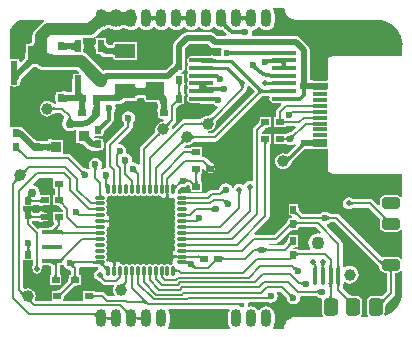
<source format=gbl>
G04*
G04 #@! TF.GenerationSoftware,Altium Limited,Altium Designer,21.2.0 (30)*
G04*
G04 Layer_Physical_Order=2*
G04 Layer_Color=16711680*
%FSLAX24Y24*%
%MOIN*%
G70*
G04*
G04 #@! TF.SameCoordinates,7FD8D1C1-8453-446E-9C5A-4270D5F62F01*
G04*
G04*
G04 #@! TF.FilePolarity,Positive*
G04*
G01*
G75*
%ADD10C,0.0100*%
%ADD13C,0.0080*%
%ADD16R,0.0260X0.0200*%
%ADD33C,0.0118*%
%ADD34C,0.0200*%
%ADD35C,0.0200*%
%ADD36C,0.0400*%
%ADD37C,0.0070*%
%ADD38C,0.0060*%
%ADD40C,0.0394*%
%ADD41C,0.0433*%
%ADD42O,0.0354X0.0591*%
%ADD43O,0.0787X0.0472*%
%ADD44O,0.0945X0.0472*%
%ADD45C,0.0197*%
%ADD46C,0.0236*%
%ADD47C,0.0177*%
%ADD48C,0.0300*%
%ADD49C,0.0118*%
%ADD50R,0.0200X0.0260*%
%ADD51O,0.0157X0.0591*%
%ADD52R,0.0250X0.0200*%
G04:AMPARAMS|DCode=53|XSize=39.4mil|YSize=60mil|CornerRadius=9.8mil|HoleSize=0mil|Usage=FLASHONLY|Rotation=90.000|XOffset=0mil|YOffset=0mil|HoleType=Round|Shape=RoundedRectangle|*
%AMROUNDEDRECTD53*
21,1,0.0394,0.0403,0,0,90.0*
21,1,0.0197,0.0600,0,0,90.0*
1,1,0.0197,0.0202,0.0098*
1,1,0.0197,0.0202,-0.0098*
1,1,0.0197,-0.0202,-0.0098*
1,1,0.0197,-0.0202,0.0098*
%
%ADD53ROUNDEDRECTD53*%
G04:AMPARAMS|DCode=54|XSize=47.2mil|YSize=59.1mil|CornerRadius=11.8mil|HoleSize=0mil|Usage=FLASHONLY|Rotation=0.000|XOffset=0mil|YOffset=0mil|HoleType=Round|Shape=RoundedRectangle|*
%AMROUNDEDRECTD54*
21,1,0.0472,0.0354,0,0,0.0*
21,1,0.0236,0.0591,0,0,0.0*
1,1,0.0236,0.0118,-0.0177*
1,1,0.0236,-0.0118,-0.0177*
1,1,0.0236,-0.0118,0.0177*
1,1,0.0236,0.0118,0.0177*
%
%ADD54ROUNDEDRECTD54*%
%ADD55R,0.0200X0.0250*%
%ADD56R,0.0650X0.0500*%
%ADD57O,0.0820X0.0143*%
%ADD58R,0.0709X0.0157*%
%ADD59R,0.0600X0.0600*%
%ADD60R,0.0374X0.0354*%
%ADD61R,0.0374X0.0354*%
%ADD62R,0.0618X0.0600*%
%ADD63R,0.0217X0.0394*%
%ADD64R,0.0500X0.0118*%
%ADD65R,0.2165X0.2165*%
%ADD66O,0.0110X0.0354*%
%ADD67O,0.0354X0.0110*%
%ADD68R,0.0900X0.0200*%
%ADD69R,0.0950X0.0200*%
G36*
X9279Y10858D02*
X9308Y10820D01*
X9316Y10773D01*
X9319Y10749D01*
X9357Y10658D01*
X9417Y10579D01*
X9496Y10519D01*
X9587Y10481D01*
X9686Y10468D01*
X9699Y10469D01*
X9718Y10466D01*
X12382D01*
X12382Y10466D01*
Y10466D01*
X12430Y10463D01*
X12551Y10451D01*
X12714Y10402D01*
X12864Y10321D01*
X12995Y10214D01*
X13103Y10082D01*
X13183Y9932D01*
X13233Y9769D01*
X13244Y9654D01*
X13241Y9649D01*
X13229Y9591D01*
Y9272D01*
X10950Y9272D01*
X10911Y9264D01*
X10891Y9251D01*
X10841Y9241D01*
X10792Y9208D01*
X10759Y9159D01*
X10747Y9100D01*
Y8452D01*
X10154D01*
Y9450D01*
X10138Y9528D01*
X10094Y9594D01*
X9819Y9869D01*
X9753Y9913D01*
X9675Y9929D01*
X8237D01*
X8208Y9979D01*
X8222Y10050D01*
X8217Y10080D01*
X8246Y10120D01*
X8272Y10124D01*
X8340Y10152D01*
X8398Y10196D01*
X8418Y10223D01*
X8482D01*
X8502Y10196D01*
X8560Y10152D01*
X8628Y10124D01*
X8700Y10114D01*
X8772Y10124D01*
X8840Y10152D01*
X8898Y10196D01*
X8942Y10254D01*
X8970Y10321D01*
X8980Y10394D01*
Y10630D01*
X8970Y10702D01*
X8942Y10770D01*
X8909Y10813D01*
X8929Y10863D01*
X9261D01*
X9265Y10864D01*
X9279Y10858D01*
D02*
G37*
G36*
X4111Y10714D02*
X4200Y10712D01*
Y10312D01*
X4139Y10311D01*
X4111Y10309D01*
Y10240D01*
X4090Y10254D01*
X4065Y10266D01*
X4035Y10277D01*
X4001Y10286D01*
X3962Y10294D01*
X3950Y10296D01*
X3938Y10294D01*
X3899Y10286D01*
X3865Y10277D01*
X3835Y10266D01*
X3810Y10254D01*
X3789Y10240D01*
Y10310D01*
X3700Y10312D01*
X3639Y10311D01*
X3611Y10309D01*
Y10240D01*
X3590Y10254D01*
X3565Y10266D01*
X3535Y10277D01*
X3501Y10286D01*
X3462Y10294D01*
X3450Y10296D01*
X3438Y10294D01*
X3399Y10286D01*
X3365Y10277D01*
X3335Y10266D01*
X3310Y10254D01*
X3289Y10240D01*
Y10310D01*
X3200Y10312D01*
Y10712D01*
X3261Y10713D01*
X3289Y10714D01*
Y10784D01*
X3310Y10770D01*
X3335Y10758D01*
X3365Y10747D01*
X3399Y10738D01*
X3438Y10730D01*
X3450Y10728D01*
X3462Y10730D01*
X3501Y10738D01*
X3535Y10747D01*
X3565Y10758D01*
X3590Y10770D01*
X3611Y10784D01*
Y10714D01*
X3700Y10712D01*
X3761Y10713D01*
X3789Y10714D01*
Y10784D01*
X3810Y10770D01*
X3835Y10758D01*
X3865Y10747D01*
X3899Y10738D01*
X3938Y10730D01*
X3950Y10728D01*
X3962Y10730D01*
X4001Y10738D01*
X4035Y10747D01*
X4065Y10758D01*
X4090Y10770D01*
X4111Y10784D01*
Y10714D01*
D02*
G37*
G36*
X8024Y10394D02*
X8023Y10405D01*
X8019Y10415D01*
X8013Y10424D01*
X8005Y10432D01*
X7994Y10438D01*
X7981Y10443D01*
X7965Y10447D01*
X7950Y10450D01*
X7935Y10447D01*
X7919Y10443D01*
X7906Y10438D01*
X7895Y10431D01*
X7887Y10424D01*
X7881Y10415D01*
X7877Y10405D01*
X7876Y10394D01*
X7876Y10630D01*
X7877Y10619D01*
X7881Y10609D01*
X7887Y10600D01*
X7895Y10592D01*
X7906Y10586D01*
X7919Y10580D01*
X7935Y10576D01*
X7950Y10574D01*
X7965Y10576D01*
X7981Y10580D01*
X7994Y10586D01*
X8005Y10592D01*
X8013Y10600D01*
X8019Y10609D01*
X8023Y10619D01*
X8024Y10630D01*
X8024Y10394D01*
D02*
G37*
G36*
X6024D02*
X6023Y10405D01*
X6019Y10415D01*
X6013Y10424D01*
X6005Y10432D01*
X5994Y10438D01*
X5981Y10443D01*
X5965Y10447D01*
X5950Y10450D01*
X5935Y10447D01*
X5919Y10443D01*
X5906Y10438D01*
X5895Y10431D01*
X5887Y10424D01*
X5881Y10415D01*
X5877Y10405D01*
X5876Y10394D01*
X5876Y10630D01*
X5877Y10619D01*
X5881Y10609D01*
X5887Y10600D01*
X5895Y10592D01*
X5906Y10586D01*
X5919Y10580D01*
X5935Y10576D01*
X5950Y10574D01*
X5965Y10576D01*
X5981Y10580D01*
X5994Y10586D01*
X6005Y10592D01*
X6013Y10600D01*
X6019Y10609D01*
X6023Y10619D01*
X6024Y10630D01*
X6024Y10394D01*
D02*
G37*
G36*
X5024D02*
X5023Y10405D01*
X5019Y10415D01*
X5013Y10424D01*
X5005Y10432D01*
X4994Y10438D01*
X4981Y10443D01*
X4965Y10447D01*
X4950Y10450D01*
X4935Y10447D01*
X4919Y10443D01*
X4906Y10438D01*
X4895Y10431D01*
X4887Y10424D01*
X4881Y10415D01*
X4877Y10405D01*
X4876Y10394D01*
X4876Y10630D01*
X4877Y10619D01*
X4881Y10609D01*
X4887Y10600D01*
X4895Y10592D01*
X4906Y10586D01*
X4919Y10580D01*
X4935Y10576D01*
X4950Y10574D01*
X4965Y10576D01*
X4981Y10580D01*
X4994Y10586D01*
X5005Y10592D01*
X5013Y10600D01*
X5019Y10609D01*
X5023Y10619D01*
X5024Y10630D01*
X5024Y10394D01*
D02*
G37*
G36*
X1292Y10416D02*
X1283Y10412D01*
X1220Y10364D01*
X1220Y10364D01*
X986Y10130D01*
X938Y10067D01*
X908Y9994D01*
X897Y9916D01*
Y9884D01*
X897Y9860D01*
X894Y9811D01*
X889Y9770D01*
X882Y9737D01*
X875Y9713D01*
X869Y9699D01*
X869Y9699D01*
X868Y9699D01*
X856Y9694D01*
X844Y9692D01*
X838Y9688D01*
X831Y9685D01*
X821Y9677D01*
X811Y9670D01*
X807Y9663D01*
X803Y9660D01*
X681D01*
Y9356D01*
X676Y9350D01*
X669Y9345D01*
X663Y9335D01*
X655Y9326D01*
X652Y9318D01*
X648Y9311D01*
X646Y9299D01*
X642Y9288D01*
X643Y9280D01*
X641Y9272D01*
X644Y9260D01*
X645Y9248D01*
X649Y9241D01*
X650Y9233D01*
X656Y9225D01*
X652Y9216D01*
X641Y9195D01*
X623Y9170D01*
X598Y9140D01*
X567Y9106D01*
X532Y9070D01*
X468Y9077D01*
X458Y9092D01*
Y9155D01*
X382D01*
X376Y9158D01*
X298Y9174D01*
X220Y9158D01*
X215Y9155D01*
X153D01*
Y9901D01*
X153Y9917D01*
X154Y9965D01*
X154Y9965D01*
X149Y10015D01*
X164Y10129D01*
X210Y10240D01*
X283Y10335D01*
X379Y10409D01*
X490Y10455D01*
X565Y10464D01*
X565Y10464D01*
Y10464D01*
X566Y10466D01*
X1282D01*
X1292Y10416D01*
D02*
G37*
G36*
X7368Y10376D02*
X7365Y10365D01*
X7364Y10354D01*
X7366Y10341D01*
X7371Y10326D01*
X7380Y10311D01*
X7391Y10294D01*
X7405Y10275D01*
X7422Y10256D01*
X7443Y10235D01*
X7359Y10151D01*
X7338Y10171D01*
X7300Y10203D01*
X7283Y10214D01*
X7267Y10222D01*
X7253Y10228D01*
X7240Y10230D01*
X7228Y10229D01*
X7218Y10225D01*
X7209Y10219D01*
X7375Y10385D01*
X7368Y10376D01*
D02*
G37*
G36*
X6502Y10196D02*
X6560Y10152D01*
X6628Y10124D01*
X6700Y10114D01*
X6772Y10124D01*
X6840Y10152D01*
X6898Y10196D01*
X6918Y10223D01*
X6982D01*
X7002Y10196D01*
X7060Y10152D01*
X7128Y10124D01*
X7200Y10114D01*
X7241Y10120D01*
X7265Y10100D01*
X7385Y9979D01*
X7365Y9929D01*
X7059D01*
X6994Y9994D01*
X6928Y10038D01*
X6850Y10054D01*
X6050D01*
X5972Y10038D01*
X5906Y9994D01*
X5656Y9744D01*
X5612Y9678D01*
X5596Y9600D01*
Y9024D01*
X5553Y8981D01*
X5539Y8978D01*
X5473Y8934D01*
X5343Y8804D01*
X3365D01*
X3287Y8788D01*
X3259Y8770D01*
X3144Y8884D01*
X2720Y9308D01*
X2658Y9356D01*
X2594Y9382D01*
Y9482D01*
X2614Y9512D01*
X2630Y9591D01*
X2614Y9669D01*
X2594Y9699D01*
Y9847D01*
X2644Y9847D01*
X2838D01*
X2917Y9858D01*
X2952Y9872D01*
X2969Y9879D01*
X3006Y9841D01*
X3006Y9802D01*
Y9699D01*
X2986Y9669D01*
X2970Y9591D01*
X2986Y9512D01*
X3006Y9482D01*
Y9334D01*
X3142D01*
X3195Y9281D01*
X3261Y9237D01*
X3340Y9221D01*
X3340Y9221D01*
X3521D01*
X3535Y9220D01*
X3557Y9216D01*
X3572Y9212D01*
X3576Y9210D01*
X3579Y9200D01*
X3582Y9186D01*
X3585Y9181D01*
X3587Y9176D01*
X3596Y9165D01*
X3604Y9153D01*
X3609Y9150D01*
X3612Y9146D01*
X3615Y9144D01*
Y9115D01*
X4385D01*
Y9735D01*
X3615D01*
Y9706D01*
X3612Y9704D01*
X3609Y9700D01*
X3604Y9697D01*
X3596Y9685D01*
X3587Y9674D01*
X3585Y9669D01*
X3582Y9664D01*
X3579Y9650D01*
X3576Y9640D01*
X3572Y9638D01*
X3557Y9634D01*
X3535Y9630D01*
X3521Y9629D01*
X3424D01*
X3342Y9711D01*
Y9847D01*
X3053D01*
X3053Y9847D01*
X3053Y9847D01*
X3017Y9847D01*
X2997Y9894D01*
X3052Y9936D01*
X3235Y10119D01*
X3272Y10124D01*
X3324Y10145D01*
X3328Y10146D01*
X3331Y10148D01*
X3340Y10152D01*
X3343Y10154D01*
X3344Y10155D01*
X3360Y10165D01*
X3375Y10172D01*
X3396Y10179D01*
X3423Y10187D01*
X3450Y10192D01*
X3477Y10187D01*
X3504Y10179D01*
X3525Y10172D01*
X3540Y10165D01*
X3556Y10155D01*
X3557Y10154D01*
X3560Y10152D01*
X3569Y10148D01*
X3572Y10146D01*
X3576Y10145D01*
X3628Y10124D01*
X3700Y10114D01*
X3772Y10124D01*
X3824Y10145D01*
X3828Y10146D01*
X3831Y10148D01*
X3840Y10152D01*
X3843Y10154D01*
X3844Y10155D01*
X3860Y10165D01*
X3875Y10172D01*
X3896Y10179D01*
X3923Y10187D01*
X3950Y10192D01*
X3977Y10187D01*
X4004Y10179D01*
X4025Y10172D01*
X4040Y10165D01*
X4056Y10155D01*
X4057Y10154D01*
X4060Y10152D01*
X4069Y10148D01*
X4072Y10146D01*
X4076Y10145D01*
X4128Y10124D01*
X4200Y10114D01*
X4272Y10124D01*
X4340Y10152D01*
X4398Y10196D01*
X4418Y10223D01*
X4482D01*
X4502Y10196D01*
X4560Y10152D01*
X4628Y10124D01*
X4700Y10114D01*
X4772Y10124D01*
X4840Y10152D01*
X4898Y10196D01*
X4918Y10223D01*
X4982D01*
X5002Y10196D01*
X5060Y10152D01*
X5128Y10124D01*
X5200Y10114D01*
X5272Y10124D01*
X5340Y10152D01*
X5398Y10196D01*
X5418Y10223D01*
X5482D01*
X5502Y10196D01*
X5560Y10152D01*
X5628Y10124D01*
X5700Y10114D01*
X5772Y10124D01*
X5840Y10152D01*
X5898Y10196D01*
X5918Y10223D01*
X5982D01*
X6002Y10196D01*
X6060Y10152D01*
X6128Y10124D01*
X6200Y10114D01*
X6272Y10124D01*
X6340Y10152D01*
X6398Y10196D01*
X6418Y10223D01*
X6482D01*
X6502Y10196D01*
D02*
G37*
G36*
X7916Y9967D02*
X7911Y9972D01*
X7905Y9976D01*
X7898Y9979D01*
X7890Y9982D01*
X7882Y9985D01*
X7873Y9987D01*
X7862Y9989D01*
X7851Y9990D01*
X7827Y9991D01*
Y10109D01*
X7840Y10109D01*
X7862Y10111D01*
X7873Y10113D01*
X7882Y10115D01*
X7890Y10118D01*
X7898Y10121D01*
X7905Y10124D01*
X7911Y10128D01*
X7916Y10133D01*
Y9967D01*
D02*
G37*
G36*
X2319Y9395D02*
X2317Y9411D01*
X2311Y9426D01*
X2301Y9438D01*
X2287Y9449D01*
X2269Y9459D01*
X2247Y9466D01*
X2221Y9472D01*
X2191Y9477D01*
X2157Y9479D01*
X2126Y9480D01*
X2111Y9480D01*
X1999Y9473D01*
X1981Y9470D01*
X1967Y9466D01*
X1957Y9462D01*
X1951Y9457D01*
X1949Y9451D01*
Y9709D01*
X1951Y9703D01*
X1957Y9698D01*
X1967Y9694D01*
X1981Y9690D01*
X1999Y9687D01*
X2021Y9685D01*
X2077Y9681D01*
X2130Y9680D01*
X2157Y9681D01*
X2191Y9684D01*
X2221Y9689D01*
X2248Y9696D01*
X2270Y9705D01*
X2288Y9716D01*
X2302Y9729D01*
X2312Y9744D01*
X2318Y9761D01*
X2320Y9780D01*
X2319Y9395D01*
D02*
G37*
G36*
X1358Y9599D02*
X883Y9598D01*
X905Y9601D01*
X925Y9610D01*
X943Y9626D01*
X958Y9649D01*
X971Y9677D01*
X981Y9712D01*
X989Y9754D01*
X995Y9801D01*
X999Y9855D01*
X1000Y9916D01*
X1400D01*
X1358Y9599D01*
D02*
G37*
G36*
X3292Y9602D02*
X3301Y9596D01*
X3312Y9587D01*
X3344Y9560D01*
X3410Y9496D01*
X3269Y9354D01*
X3262Y9362D01*
X3256Y9369D01*
X3253Y9375D01*
X3251Y9380D01*
X3252Y9385D01*
X3254Y9388D01*
X3258Y9391D01*
X3264Y9393D01*
X3271Y9394D01*
X3281Y9395D01*
X3280Y9600D01*
X3281Y9604D01*
X3285Y9604D01*
X3292Y9602D01*
D02*
G37*
G36*
X8909Y9301D02*
X8905Y9303D01*
X8900Y9304D01*
X8893Y9305D01*
X8871Y9307D01*
X8802Y9309D01*
X8780Y9309D01*
Y9427D01*
X8802Y9427D01*
X8905Y9433D01*
X8909Y9434D01*
Y9301D01*
D02*
G37*
G36*
X7489Y9446D02*
X7495Y9442D01*
X7502Y9438D01*
X7510Y9435D01*
X7518Y9433D01*
X7527Y9431D01*
X7538Y9429D01*
X7549Y9428D01*
X7573Y9427D01*
Y9309D01*
X7560Y9308D01*
X7538Y9307D01*
X7527Y9305D01*
X7518Y9303D01*
X7510Y9300D01*
X7502Y9297D01*
X7495Y9294D01*
X7489Y9290D01*
X7484Y9285D01*
Y9450D01*
X7489Y9446D01*
D02*
G37*
G36*
X6831Y9581D02*
X6897Y9537D01*
X6975Y9521D01*
X7187D01*
X7211Y9477D01*
X7195Y9453D01*
X7178Y9368D01*
X7191Y9303D01*
X7159Y9253D01*
X6997D01*
X6975Y9255D01*
X6967Y9256D01*
X6960Y9258D01*
X6955Y9260D01*
X6951Y9261D01*
X6949Y9262D01*
X6944Y9266D01*
X6937Y9268D01*
X6930Y9272D01*
X6918Y9275D01*
X6906Y9279D01*
X6899Y9279D01*
X6891Y9280D01*
X6879Y9278D01*
X6867Y9277D01*
X6860Y9274D01*
X6852Y9272D01*
X6842Y9265D01*
X6831Y9260D01*
X6826Y9255D01*
X6823Y9253D01*
X6585D01*
X6584Y9253D01*
X6526Y9265D01*
X6467Y9253D01*
X6456Y9246D01*
X6187D01*
X6136Y9236D01*
X6092Y9207D01*
X6063Y9163D01*
X6053Y9112D01*
X6063Y9060D01*
X6092Y9017D01*
X6097Y9014D01*
Y8954D01*
X6092Y8951D01*
X6063Y8907D01*
X6053Y8856D01*
X6063Y8805D01*
X6092Y8761D01*
X6097Y8758D01*
Y8698D01*
X6092Y8695D01*
X6063Y8651D01*
X6053Y8600D01*
X6063Y8549D01*
X6092Y8505D01*
X6097Y8502D01*
Y8442D01*
X6092Y8439D01*
X6063Y8395D01*
X6053Y8344D01*
X6063Y8293D01*
X6092Y8249D01*
X6097Y8246D01*
Y8186D01*
X6092Y8183D01*
X6063Y8140D01*
X6053Y8088D01*
X6063Y8037D01*
X6092Y7993D01*
X6097Y7990D01*
Y7930D01*
X6092Y7927D01*
X6063Y7884D01*
X6053Y7832D01*
X6063Y7781D01*
X6092Y7737D01*
X6136Y7708D01*
X6187Y7698D01*
X6440D01*
X6464Y7682D01*
X6526Y7670D01*
X6856D01*
X6857Y7670D01*
X6874Y7667D01*
X6891Y7664D01*
X6894Y7664D01*
X6896Y7664D01*
X6928Y7665D01*
X6943Y7643D01*
X7015Y7595D01*
X7063Y7585D01*
X7079Y7531D01*
X6832Y7284D01*
X6832Y7284D01*
X6821Y7286D01*
X6815Y7285D01*
X6810Y7285D01*
X6796Y7281D01*
X6782Y7278D01*
X6777Y7275D01*
X6772Y7273D01*
X6761Y7264D01*
X6753Y7259D01*
X6750Y7259D01*
X6683Y7250D01*
X6620Y7224D01*
X6567Y7183D01*
X6565Y7181D01*
X6556Y7179D01*
X6541Y7178D01*
X6536Y7175D01*
X6531Y7174D01*
X6519Y7166D01*
X6506Y7159D01*
X6503Y7155D01*
X6498Y7152D01*
X6492Y7143D01*
X6491Y7143D01*
X5950D01*
X5950Y7143D01*
X5895Y7132D01*
X5849Y7101D01*
X5578Y6830D01*
X5536Y6853D01*
X5534Y6856D01*
X5535Y6868D01*
X5539Y6883D01*
X5538Y6888D01*
X5539Y6894D01*
X5537Y6900D01*
X5646Y7009D01*
X5646Y7009D01*
X5677Y7055D01*
X5688Y7110D01*
X5688Y7110D01*
Y7526D01*
X5759Y7597D01*
X5773Y7610D01*
X5774Y7611D01*
X5775Y7611D01*
X5786Y7612D01*
X5798Y7611D01*
X5806Y7614D01*
X5815Y7615D01*
X5825Y7620D01*
X5835Y7624D01*
X5842Y7630D01*
X5850Y7634D01*
X5857Y7643D01*
X5865Y7650D01*
X5960D01*
Y7907D01*
X5960Y7908D01*
X5970Y7919D01*
X5971Y7924D01*
X5974Y7929D01*
X5977Y7943D01*
X5981Y7957D01*
X5981Y7962D01*
X5982Y7968D01*
X5979Y7982D01*
X5978Y7996D01*
X5975Y8001D01*
X5974Y8007D01*
X5966Y8019D01*
X5959Y8032D01*
X5955Y8035D01*
X5952Y8040D01*
X5943Y8046D01*
Y8254D01*
X5952Y8260D01*
X5955Y8265D01*
X5959Y8268D01*
X5966Y8281D01*
X5974Y8293D01*
X5975Y8299D01*
X5978Y8304D01*
X5979Y8318D01*
X5982Y8332D01*
X5981Y8338D01*
X5981Y8343D01*
X5977Y8357D01*
X5974Y8371D01*
X5971Y8376D01*
X5970Y8381D01*
X5960Y8392D01*
X5960Y8393D01*
Y8650D01*
X5895D01*
X5866Y8700D01*
X5878Y8722D01*
X5921Y8750D01*
X5960D01*
Y8789D01*
X5988Y8832D01*
X6004Y8910D01*
Y9516D01*
X6134Y9646D01*
X6766D01*
X6831Y9581D01*
D02*
G37*
G36*
X3676Y9225D02*
X3674Y9244D01*
X3668Y9261D01*
X3658Y9276D01*
X3644Y9289D01*
X3626Y9300D01*
X3604Y9309D01*
X3578Y9316D01*
X3548Y9321D01*
X3514Y9324D01*
X3476Y9325D01*
Y9525D01*
X3514Y9526D01*
X3548Y9529D01*
X3578Y9534D01*
X3604Y9541D01*
X3626Y9550D01*
X3644Y9561D01*
X3658Y9574D01*
X3668Y9589D01*
X3674Y9606D01*
X3676Y9625D01*
Y9225D01*
D02*
G37*
G36*
X1050Y9100D02*
X1036Y9097D01*
X1018Y9089D01*
X995Y9075D01*
X973Y9059D01*
X1034Y9002D01*
X1018Y9013D01*
X1000Y9018D01*
X978Y9018D01*
X954Y9012D01*
X927Y9001D01*
X897Y8984D01*
X865Y8961D01*
X830Y8933D01*
X758Y8866D01*
X715Y8824D01*
X574Y8965D01*
X613Y9005D01*
X629Y9022D01*
X675Y9074D01*
X704Y9108D01*
X727Y9141D01*
X744Y9170D01*
X755Y9197D01*
X761Y9221D01*
X761Y9242D01*
X755Y9260D01*
X743Y9275D01*
X803Y9219D01*
X825Y9245D01*
X839Y9268D01*
X847Y9286D01*
X850Y9300D01*
X1050Y9100D01*
D02*
G37*
G36*
X8909Y9045D02*
X8907Y9046D01*
X8903Y9046D01*
X8887Y9047D01*
X8826Y9048D01*
X8815Y9047D01*
X8804Y9045D01*
X8795Y9043D01*
X8787Y9041D01*
X8780Y9037D01*
X8774Y9033D01*
X8769Y9029D01*
X8766Y9024D01*
X8764Y9018D01*
X8688Y9162D01*
X8773Y9164D01*
X8772Y9166D01*
X8795Y9166D01*
X8889Y9172D01*
X8897Y9174D01*
X8904Y9176D01*
X8909Y9178D01*
Y9045D01*
D02*
G37*
G36*
X6900Y9173D02*
X6910Y9168D01*
X6921Y9164D01*
X6933Y9160D01*
X6946Y9157D01*
X6959Y9154D01*
X6989Y9151D01*
X7006Y9150D01*
X7023Y9150D01*
X6998Y9050D01*
X6891Y9045D01*
Y9178D01*
X6900Y9173D01*
D02*
G37*
G36*
X9334Y9041D02*
X9393D01*
X9381Y9040D01*
X9371Y9036D01*
X9362Y9030D01*
X9355Y9022D01*
X9348Y9011D01*
X9343Y8998D01*
X9339Y8984D01*
X9343Y8970D01*
X9348Y8956D01*
X9355Y8946D01*
X9362Y8937D01*
X9371Y8931D01*
X9381Y8928D01*
X9393Y8927D01*
X9334D01*
X9333Y8922D01*
X9215D01*
X9215Y8927D01*
X9156D01*
X9168Y8928D01*
X9178Y8931D01*
X9186Y8937D01*
X9194Y8946D01*
X9201Y8956D01*
X9206Y8970D01*
X9210Y8984D01*
X9206Y8998D01*
X9201Y9011D01*
X9194Y9022D01*
X9186Y9030D01*
X9178Y9036D01*
X9168Y9040D01*
X9156Y9041D01*
X9215D01*
X9215Y9046D01*
X9333D01*
X9334Y9041D01*
D02*
G37*
G36*
X1362Y9456D02*
X1374Y9422D01*
X1394Y9392D01*
X1422Y9366D01*
X1458Y9344D01*
X1502Y9326D01*
X1554Y9312D01*
X1614Y9302D01*
X1682Y9296D01*
X1758Y9294D01*
Y8894D01*
X1682Y8895D01*
X1554Y8903D01*
X1502Y8911D01*
X1458Y8921D01*
X1422Y8932D01*
X1394Y8946D01*
X1374Y8962D01*
X1362Y8981D01*
X1358Y9001D01*
Y9494D01*
X1362Y9456D01*
D02*
G37*
G36*
X6897Y8919D02*
X6904Y8916D01*
X6913Y8914D01*
X6923Y8912D01*
X6934Y8910D01*
X6962Y8907D01*
X6996Y8906D01*
X7015Y8906D01*
Y8806D01*
X6996Y8806D01*
X6934Y8802D01*
X6923Y8800D01*
X6913Y8798D01*
X6904Y8795D01*
X6897Y8793D01*
X6891Y8790D01*
Y8922D01*
X6897Y8919D01*
D02*
G37*
G36*
X8369Y8942D02*
X8370Y8935D01*
X8372Y8928D01*
X8375Y8920D01*
X8379Y8912D01*
X8385Y8904D01*
X8391Y8896D01*
X8397Y8887D01*
X8414Y8869D01*
X8331Y8786D01*
X8322Y8795D01*
X8304Y8809D01*
X8296Y8815D01*
X8288Y8821D01*
X8280Y8825D01*
X8272Y8828D01*
X8265Y8830D01*
X8258Y8831D01*
X8251Y8832D01*
X8368Y8949D01*
X8369Y8942D01*
D02*
G37*
G36*
X6895Y8665D02*
X6900Y8664D01*
X6907Y8663D01*
X6929Y8661D01*
X6998Y8659D01*
X7020Y8659D01*
Y8541D01*
X6998Y8541D01*
X6895Y8535D01*
X6891Y8534D01*
Y8666D01*
X6895Y8665D01*
D02*
G37*
G36*
X542Y8650D02*
X502Y8609D01*
X439Y8535D01*
X416Y8502D01*
X399Y8472D01*
X387Y8446D01*
X382Y8422D01*
X382Y8401D01*
X388Y8383D01*
X399Y8368D01*
X203Y8554D01*
X197Y8556D01*
X197Y8562D01*
X201Y8573D01*
X211Y8588D01*
X226Y8607D01*
X270Y8658D01*
X375Y8766D01*
X542Y8650D01*
D02*
G37*
G36*
X7841Y8480D02*
X7856Y8467D01*
X7863Y8462D01*
X7869Y8458D01*
X7876Y8454D01*
X7882Y8452D01*
X7888Y8450D01*
X7894Y8449D01*
X7899Y8448D01*
X7802Y8351D01*
X7801Y8356D01*
X7800Y8362D01*
X7798Y8368D01*
X7796Y8374D01*
X7792Y8381D01*
X7788Y8387D01*
X7783Y8394D01*
X7777Y8401D01*
X7763Y8416D01*
X7834Y8487D01*
X7841Y8480D01*
D02*
G37*
G36*
X3435Y8529D02*
X3406Y8500D01*
X3286Y8365D01*
X3281Y8356D01*
X3280Y8349D01*
X3281Y8605D01*
X3281Y8615D01*
X3283Y8641D01*
X3284Y8648D01*
X3286Y8654D01*
X3287Y8659D01*
X3289Y8664D01*
X3291Y8668D01*
X3294Y8671D01*
X3435Y8529D01*
D02*
G37*
G36*
X10231Y8300D02*
X10237Y8300D01*
Y8200D01*
X10199Y8200D01*
X10049Y8190D01*
X10036Y8187D01*
X10027Y8183D01*
X10021Y8179D01*
X10019Y8175D01*
X10017Y8167D01*
X10015Y8156D01*
X10012Y8121D01*
X10009Y8007D01*
X10009Y7969D01*
X9891D01*
X9891Y8007D01*
X9881Y8175D01*
X9879Y8179D01*
X9881D01*
X9881Y8180D01*
X10019D01*
X10019Y8179D01*
X10021D01*
Y8181D01*
X10020Y8181D01*
Y8319D01*
X10021Y8319D01*
Y8321D01*
X10027Y8317D01*
X10036Y8313D01*
X10049Y8310D01*
X10065Y8307D01*
X10108Y8303D01*
X10161Y8302D01*
X10167Y8302D01*
X10182Y8304D01*
X10195Y8308D01*
X10206Y8313D01*
X10215Y8318D01*
X10222Y8324D01*
X10227Y8332D01*
X10230Y8340D01*
X10231Y8350D01*
Y8300D01*
D02*
G37*
G36*
X8724Y8408D02*
X8729Y8405D01*
X8734Y8402D01*
X8740Y8400D01*
X8747Y8398D01*
X8755Y8396D01*
X8764Y8395D01*
X8783Y8393D01*
X8790Y8393D01*
X8803Y8393D01*
X8865Y8398D01*
X8877Y8399D01*
X8887Y8402D01*
X8896Y8404D01*
X8903Y8407D01*
X8909Y8410D01*
Y8278D01*
X8903Y8281D01*
X8896Y8283D01*
X8888Y8286D01*
X8878Y8288D01*
X8853Y8291D01*
X8822Y8293D01*
X8790Y8293D01*
X8784Y8293D01*
X8765Y8292D01*
X8756Y8290D01*
X8748Y8289D01*
X8741Y8286D01*
X8735Y8284D01*
X8730Y8281D01*
X8725Y8278D01*
X8721Y8274D01*
X8720Y8412D01*
X8724Y8408D01*
D02*
G37*
G36*
X6680Y8273D02*
X6764D01*
X6749Y8273D01*
X6737Y8270D01*
X6729Y8266D01*
X6723Y8260D01*
X6721Y8253D01*
X6723Y8244D01*
X6727Y8233D01*
X6731Y8229D01*
X6741Y8220D01*
X6764Y8203D01*
X6776Y8195D01*
X6779Y8197D01*
X6800Y8201D01*
X6835Y8205D01*
X6943Y8209D01*
X7016Y8209D01*
X7053Y8091D01*
X7033Y8090D01*
X7015Y8089D01*
X6998Y8086D01*
X6982Y8082D01*
X6967Y8078D01*
X6954Y8072D01*
X6942Y8065D01*
X6932Y8057D01*
X6922Y8048D01*
X6915Y8037D01*
X6866Y8156D01*
X6585Y8158D01*
X6585Y8154D01*
X6467D01*
X6466Y8159D01*
X6407D01*
X6419Y8160D01*
X6429Y8164D01*
X6438Y8170D01*
X6445Y8178D01*
X6452Y8189D01*
X6457Y8202D01*
X6461Y8216D01*
X6457Y8231D01*
X6452Y8244D01*
X6445Y8254D01*
X6438Y8263D01*
X6429Y8269D01*
X6419Y8272D01*
X6407Y8273D01*
X6466D01*
X6467Y8278D01*
X6585D01*
X6585Y8273D01*
X6632D01*
X6668Y8285D01*
X6680Y8273D01*
D02*
G37*
G36*
X5872Y8332D02*
X5866Y8329D01*
X5860Y8325D01*
X5854Y8319D01*
X5850Y8312D01*
X5846Y8303D01*
X5844Y8293D01*
X5842Y8280D01*
X5840Y8267D01*
X5840Y8251D01*
X5760D01*
X5760Y8267D01*
X5758Y8280D01*
X5756Y8293D01*
X5754Y8303D01*
X5750Y8312D01*
X5746Y8319D01*
X5740Y8325D01*
X5734Y8329D01*
X5728Y8332D01*
X5720Y8332D01*
X5880D01*
X5872Y8332D01*
D02*
G37*
G36*
X988Y8913D02*
X998Y8907D01*
X1006Y8906D01*
X1013Y8903D01*
X1020Y8903D01*
X1042Y8880D01*
X1105Y8832D01*
X1178Y8801D01*
X1256Y8791D01*
X1256Y8791D01*
X2381D01*
X2460Y8712D01*
X2440Y8666D01*
X2258D01*
Y8518D01*
X2238Y8487D01*
X2222Y8409D01*
Y8241D01*
X2220Y8232D01*
X2217Y8214D01*
X2217Y8212D01*
X2217Y8210D01*
X2221Y8104D01*
X2177Y8054D01*
X2090D01*
X2057Y8056D01*
X2037Y8058D01*
X2029Y8060D01*
X2026Y8063D01*
X2021Y8071D01*
X2012Y8077D01*
X2004Y8084D01*
X1995Y8088D01*
X1988Y8093D01*
X1977Y8095D01*
X1967Y8099D01*
X1958Y8099D01*
X1949Y8101D01*
X1938Y8099D01*
X1927Y8098D01*
X1919Y8095D01*
X1910Y8093D01*
X1901Y8087D01*
X1891Y8083D01*
X1884Y8076D01*
X1877Y8071D01*
X1875Y8069D01*
X1850Y8074D01*
X1780Y8060D01*
X1690D01*
Y7991D01*
X1662Y7948D01*
X1646Y7870D01*
X1662Y7792D01*
X1690Y7749D01*
Y7682D01*
X1652Y7652D01*
X1647Y7655D01*
X1644Y7659D01*
X1631Y7666D01*
X1619Y7674D01*
X1614Y7675D01*
X1609Y7678D01*
X1594Y7679D01*
X1585Y7681D01*
X1583Y7683D01*
X1530Y7724D01*
X1467Y7750D01*
X1400Y7759D01*
X1333Y7750D01*
X1270Y7724D01*
X1217Y7683D01*
X1176Y7630D01*
X1150Y7567D01*
X1141Y7500D01*
X1150Y7433D01*
X1176Y7370D01*
X1217Y7317D01*
X1270Y7276D01*
X1333Y7250D01*
X1400Y7241D01*
X1467Y7250D01*
X1530Y7276D01*
X1583Y7317D01*
X1585Y7319D01*
X1594Y7321D01*
X1609Y7322D01*
X1614Y7325D01*
X1619Y7326D01*
X1631Y7334D01*
X1644Y7341D01*
X1647Y7345D01*
X1652Y7348D01*
X1658Y7357D01*
X1659Y7357D01*
X1841D01*
X1966Y7232D01*
X1970Y7180D01*
X1915Y7098D01*
X1895Y7000D01*
X1915Y6902D01*
X1970Y6820D01*
X2052Y6765D01*
X2150Y6745D01*
X2248Y6765D01*
X2293Y6795D01*
X2316Y6796D01*
X2366Y6794D01*
Y6363D01*
X2481D01*
X2485Y6356D01*
X2492Y6351D01*
X2498Y6344D01*
X2508Y6339D01*
X2517Y6333D01*
X2526Y6331D01*
X2534Y6327D01*
X2545Y6326D01*
X2556Y6323D01*
X2565Y6325D01*
X2574Y6324D01*
X2580Y6326D01*
X2586Y6323D01*
X2602Y6312D01*
X2671Y6254D01*
X2758Y6166D01*
X2825Y6122D01*
X2903Y6106D01*
X3100D01*
X3170Y6120D01*
X3260D01*
Y6189D01*
X3288Y6232D01*
X3304Y6310D01*
X3288Y6388D01*
X3260Y6431D01*
Y6500D01*
X3170D01*
X3100Y6514D01*
X2987D01*
X2963Y6538D01*
X2952Y6550D01*
X2975Y6600D01*
X3260D01*
Y6641D01*
X3266Y6647D01*
X3276Y6655D01*
X3280Y6662D01*
X3285Y6667D01*
X3289Y6679D01*
X3296Y6690D01*
X3297Y6697D01*
X3299Y6704D01*
X3299Y6717D01*
X3300Y6729D01*
X3299Y6736D01*
X3298Y6744D01*
X3297Y6747D01*
X3299Y6751D01*
X3307Y6762D01*
X3331Y6792D01*
X3565Y7025D01*
X3600Y7078D01*
X3612Y7140D01*
Y7373D01*
X3612Y7374D01*
X3613Y7376D01*
X3655Y7440D01*
X3672Y7525D01*
X3658Y7596D01*
X3687Y7646D01*
X3775D01*
X3853Y7662D01*
X3919Y7706D01*
X3978Y7765D01*
X4385D01*
Y7795D01*
X4387Y7796D01*
X4390Y7800D01*
X4395Y7803D01*
X4403Y7815D01*
X4412Y7826D01*
X4414Y7831D01*
X4417Y7836D01*
X4420Y7850D01*
X4423Y7860D01*
X4428Y7862D01*
X4443Y7866D01*
X4464Y7870D01*
X4479Y7871D01*
X4546D01*
X4561Y7870D01*
X4582Y7866D01*
X4597Y7862D01*
X4602Y7860D01*
X4605Y7850D01*
X4608Y7836D01*
X4611Y7831D01*
X4613Y7826D01*
X4622Y7815D01*
X4630Y7803D01*
X4635Y7800D01*
X4638Y7796D01*
X4640Y7795D01*
Y7740D01*
X5000D01*
X5000Y7739D01*
X5005Y7735D01*
X5008Y7731D01*
X5020Y7722D01*
X5031Y7713D01*
X5036Y7711D01*
X5040Y7708D01*
X5055Y7705D01*
X5065Y7702D01*
X5067Y7697D01*
X5071Y7682D01*
X5075Y7661D01*
X5076Y7646D01*
Y7555D01*
X5076Y7550D01*
X5073Y7509D01*
X5071Y7500D01*
X5062Y7486D01*
X5062Y7485D01*
X5061Y7484D01*
X5058Y7466D01*
X5054Y7447D01*
X5054Y7446D01*
X5054Y7445D01*
X5058Y7427D01*
X5062Y7408D01*
X5063Y7407D01*
X5063Y7406D01*
X5074Y7391D01*
X5076Y7387D01*
Y7348D01*
X5092Y7270D01*
X5095Y7265D01*
Y7188D01*
X5159D01*
X5202Y7160D01*
X5265Y7148D01*
X5289Y7110D01*
X5292Y7096D01*
X5289Y7091D01*
X5288Y7090D01*
X5274Y7087D01*
X5270Y7083D01*
X5264Y7081D01*
X5254Y7072D01*
X5245Y7065D01*
X5190Y7058D01*
X5128Y7032D01*
X5074Y6991D01*
X5033Y6937D01*
X5007Y6875D01*
X4998Y6808D01*
X5000Y6793D01*
X4995Y6783D01*
X4986Y6771D01*
X4984Y6766D01*
X4982Y6761D01*
X4980Y6747D01*
X4976Y6733D01*
X4977Y6727D01*
X4976Y6722D01*
X4978Y6715D01*
X4514Y6251D01*
X4483Y6205D01*
X4472Y6150D01*
X4472Y6150D01*
Y5650D01*
X4422Y5635D01*
X4407Y5657D01*
X4335Y5705D01*
X4254Y5722D01*
X4250Y5722D01*
X4216Y5767D01*
X4222Y5800D01*
X4205Y5885D01*
X4157Y5957D01*
X4085Y6005D01*
X4016Y6019D01*
X4031Y6093D01*
X4014Y6178D01*
X3965Y6250D01*
X3893Y6298D01*
X3808Y6315D01*
X3783Y6310D01*
X3758Y6356D01*
X4203Y6801D01*
X4203Y6801D01*
X4234Y6848D01*
X4245Y6902D01*
X4245Y6902D01*
Y7026D01*
X4245Y7027D01*
X4246Y7029D01*
X4247Y7031D01*
X4248Y7034D01*
X4249Y7036D01*
X4251Y7039D01*
X4257Y7043D01*
X4305Y7115D01*
X4322Y7200D01*
X4305Y7285D01*
X4257Y7357D01*
X4185Y7405D01*
X4100Y7422D01*
X4015Y7405D01*
X3943Y7357D01*
X3895Y7285D01*
X3878Y7200D01*
X3895Y7115D01*
X3943Y7043D01*
X3953Y7036D01*
X3955Y7034D01*
X3956Y7031D01*
X3957Y7029D01*
X3958Y7028D01*
X3959Y7026D01*
X3960Y7024D01*
X3960Y7024D01*
Y6961D01*
X3399Y6401D01*
X3368Y6355D01*
X3357Y6300D01*
X3357Y6300D01*
Y5900D01*
Y5600D01*
X3357Y5600D01*
X3363Y5571D01*
X3361Y5562D01*
X3333Y5522D01*
X3327Y5518D01*
X3265Y5505D01*
X3233Y5484D01*
X3175Y5506D01*
X3173Y5516D01*
X3205Y5565D01*
X3222Y5650D01*
X3205Y5735D01*
X3157Y5807D01*
X3085Y5855D01*
X3000Y5872D01*
X2915Y5855D01*
X2843Y5807D01*
X2795Y5735D01*
X2778Y5650D01*
X2795Y5565D01*
X2827Y5516D01*
X2825Y5506D01*
X2767Y5484D01*
X2735Y5505D01*
X2650Y5522D01*
X2640Y5520D01*
X2639Y5521D01*
X2636Y5521D01*
X2634Y5522D01*
X2631Y5523D01*
X2630Y5523D01*
X2628Y5524D01*
X2627Y5525D01*
X2201Y5951D01*
X2155Y5982D01*
X2100Y5993D01*
X2100Y5993D01*
X1934D01*
Y6463D01*
X1583D01*
X1581Y6465D01*
X1577Y6469D01*
X1574Y6474D01*
X1562Y6482D01*
X1551Y6491D01*
X1545Y6493D01*
X1541Y6496D01*
X1527Y6499D01*
X1513Y6503D01*
X1507Y6503D01*
X1502Y6504D01*
X1488Y6501D01*
X1474Y6500D01*
X1468Y6497D01*
X1463Y6496D01*
X1451Y6488D01*
X1438Y6482D01*
X1434Y6477D01*
X1429Y6474D01*
X1422Y6462D01*
X1412Y6451D01*
X1411Y6446D01*
X1407Y6441D01*
X1405Y6427D01*
X1404Y6424D01*
X1399Y6422D01*
X1384Y6418D01*
X1362Y6415D01*
X1348Y6414D01*
X1267D01*
X1230Y6416D01*
X1214Y6418D01*
X1209Y6419D01*
X1206Y6421D01*
X1192Y6431D01*
X1190Y6432D01*
X1188Y6433D01*
X1170Y6436D01*
X1153Y6441D01*
X1151Y6440D01*
X1149Y6441D01*
X1133Y6438D01*
X1129Y6438D01*
X1118Y6440D01*
X1110Y6438D01*
X1101Y6438D01*
X1090Y6433D01*
X1079Y6430D01*
X1072Y6425D01*
X1067Y6423D01*
X1048Y6434D01*
X1022Y6453D01*
X961Y6505D01*
X631Y6834D01*
X565Y6878D01*
X487Y6894D01*
X350D01*
X280Y6880D01*
X190D01*
X153Y6911D01*
Y8245D01*
X218D01*
X224Y8242D01*
X302Y8226D01*
X380Y8242D01*
X385Y8245D01*
X462D01*
Y8287D01*
X466Y8293D01*
X473Y8297D01*
X479Y8307D01*
X487Y8316D01*
X490Y8324D01*
X494Y8331D01*
X496Y8343D01*
X500Y8354D01*
X500Y8362D01*
X501Y8370D01*
X498Y8382D01*
X498Y8392D01*
X505Y8430D01*
Y8452D01*
X520Y8472D01*
X569Y8531D01*
X861Y8822D01*
X897Y8856D01*
X926Y8879D01*
X952Y8897D01*
X973Y8909D01*
X985Y8915D01*
X988Y8913D01*
D02*
G37*
G36*
X3281Y8605D02*
X3067Y8214D01*
X3063Y8225D01*
X3050Y8244D01*
X3029Y8271D01*
X2961Y8347D01*
X2643Y8674D01*
X2995Y8888D01*
X3281Y8605D01*
D02*
G37*
G36*
X7963Y8274D02*
X7958Y8267D01*
X7954Y8261D01*
X7950Y8254D01*
X7947Y8246D01*
X7945Y8238D01*
X7943Y8229D01*
X7941Y8220D01*
X7940Y8211D01*
X7940Y8201D01*
X7860D01*
X7860Y8211D01*
X7859Y8220D01*
X7857Y8229D01*
X7855Y8238D01*
X7853Y8246D01*
X7850Y8254D01*
X7846Y8261D01*
X7842Y8267D01*
X7837Y8274D01*
X7831Y8280D01*
X7969D01*
X7963Y8274D01*
D02*
G37*
G36*
X4702Y7875D02*
X4700Y7894D01*
X4694Y7911D01*
X4684Y7926D01*
X4670Y7939D01*
X4652Y7950D01*
X4630Y7959D01*
X4604Y7966D01*
X4574Y7971D01*
X4539Y7974D01*
X4512Y7975D01*
X4486Y7974D01*
X4451Y7971D01*
X4421Y7966D01*
X4395Y7959D01*
X4373Y7950D01*
X4355Y7939D01*
X4341Y7926D01*
X4331Y7911D01*
X4325Y7894D01*
X4323Y7875D01*
Y8275D01*
X4325Y8256D01*
X4331Y8239D01*
X4341Y8224D01*
X4355Y8211D01*
X4373Y8200D01*
X4395Y8191D01*
X4421Y8184D01*
X4451Y8179D01*
X4486Y8176D01*
X4512Y8175D01*
X4539Y8176D01*
X4574Y8179D01*
X4604Y8184D01*
X4630Y8191D01*
X4652Y8200D01*
X4670Y8211D01*
X4684Y8224D01*
X4694Y8239D01*
X4700Y8256D01*
X4702Y8275D01*
Y7875D01*
D02*
G37*
G36*
X7216Y8067D02*
X7211Y8072D01*
X7205Y8076D01*
X7198Y8079D01*
X7190Y8082D01*
X7182Y8085D01*
X7173Y8087D01*
X7162Y8089D01*
X7151Y8090D01*
X7127Y8091D01*
Y8209D01*
X7140Y8209D01*
X7162Y8211D01*
X7173Y8213D01*
X7182Y8215D01*
X7190Y8218D01*
X7198Y8221D01*
X7205Y8224D01*
X7211Y8228D01*
X7216Y8233D01*
Y8067D01*
D02*
G37*
G36*
X8909Y8022D02*
X8903Y8025D01*
X8896Y8028D01*
X8887Y8030D01*
X8877Y8032D01*
X8866Y8034D01*
X8838Y8037D01*
X8804Y8038D01*
X8785Y8038D01*
Y8138D01*
X8804Y8138D01*
X8866Y8142D01*
X8877Y8144D01*
X8887Y8146D01*
X8896Y8149D01*
X8903Y8151D01*
X8909Y8155D01*
Y8022D01*
D02*
G37*
G36*
X2532Y8212D02*
X2530Y8206D01*
X2529Y8196D01*
X2528Y8164D01*
X2526Y8014D01*
X2326D01*
X2319Y8214D01*
X2533D01*
X2532Y8212D01*
D02*
G37*
G36*
X8486Y8195D02*
X8501Y8183D01*
X8516Y8173D01*
X8532Y8164D01*
X8549Y8156D01*
X8567Y8149D01*
X8585Y8145D01*
X8603Y8141D01*
X8622Y8139D01*
X8642Y8138D01*
X8628Y8038D01*
X8608Y8038D01*
X8590Y8036D01*
X8572Y8033D01*
X8555Y8029D01*
X8539Y8024D01*
X8523Y8018D01*
X8509Y8010D01*
X8496Y8002D01*
X8483Y7992D01*
X8471Y7982D01*
X8401Y8025D01*
X8411Y8036D01*
X8419Y8048D01*
X8424Y8060D01*
X8426Y8072D01*
X8426Y8085D01*
X8423Y8098D01*
X8418Y8111D01*
X8410Y8124D01*
X8400Y8138D01*
X8387Y8152D01*
X8471Y8209D01*
X8486Y8195D01*
D02*
G37*
G36*
X5840Y8033D02*
X5842Y8020D01*
X5844Y8007D01*
X5846Y7997D01*
X5850Y7988D01*
X5854Y7981D01*
X5860Y7975D01*
X5866Y7971D01*
X5872Y7968D01*
X5880Y7968D01*
X5720D01*
X5728Y7968D01*
X5734Y7971D01*
X5740Y7975D01*
X5746Y7981D01*
X5750Y7988D01*
X5754Y7997D01*
X5756Y8007D01*
X5758Y8020D01*
X5760Y8033D01*
X5760Y8049D01*
X5840D01*
X5840Y8033D01*
D02*
G37*
G36*
X7020Y7828D02*
X7018Y7772D01*
X7005Y7771D01*
X6997Y7742D01*
X6993Y7748D01*
X6988Y7753D01*
X6983Y7757D01*
X6976Y7761D01*
X6968Y7764D01*
X6959Y7767D01*
X6951Y7769D01*
X6891Y7766D01*
Y7899D01*
X6895Y7897D01*
X6901Y7895D01*
X6909Y7894D01*
X6931Y7892D01*
X6973Y7890D01*
X7008Y7893D01*
X7016Y7894D01*
X7030Y7897D01*
X7035Y7899D01*
X7040Y7902D01*
X7020Y7828D01*
D02*
G37*
G36*
X9643Y7897D02*
X9649Y7896D01*
X9656Y7895D01*
X9678Y7893D01*
X9747Y7891D01*
X9769Y7891D01*
Y7773D01*
X9747Y7773D01*
X9643Y7767D01*
X9640Y7766D01*
Y7899D01*
X9643Y7897D01*
D02*
G37*
G36*
X3676Y7826D02*
X3674Y7812D01*
X3668Y7799D01*
X3658Y7787D01*
X3644Y7777D01*
X3626Y7769D01*
X3604Y7762D01*
X3578Y7757D01*
X3548Y7753D01*
X3514Y7751D01*
X3476Y7750D01*
Y7950D01*
X3514Y7951D01*
X3548Y7954D01*
X3578Y7959D01*
X3604Y7966D01*
X3626Y7975D01*
X3644Y7986D01*
X3658Y7999D01*
X3668Y8014D01*
X3674Y8031D01*
X3676Y8050D01*
Y7826D01*
D02*
G37*
G36*
X1951Y7990D02*
X1957Y7981D01*
X1967Y7974D01*
X1981Y7968D01*
X1999Y7962D01*
X2021Y7958D01*
X2047Y7954D01*
X2111Y7950D01*
X2149Y7950D01*
Y7750D01*
X1949Y7741D01*
Y7999D01*
X1951Y7990D01*
D02*
G37*
G36*
X5784Y7712D02*
X5780Y7718D01*
X5773Y7721D01*
X5766Y7722D01*
X5757Y7720D01*
X5746Y7716D01*
X5734Y7708D01*
X5720Y7699D01*
X5705Y7687D01*
X5671Y7655D01*
X5645Y7741D01*
X5659Y7756D01*
X5683Y7784D01*
X5691Y7797D01*
X5698Y7808D01*
X5703Y7819D01*
X5706Y7829D01*
X5707Y7839D01*
X5705Y7847D01*
X5702Y7854D01*
X5784Y7712D01*
D02*
G37*
G36*
X3163Y7749D02*
X3158Y7743D01*
X3154Y7733D01*
X3150Y7719D01*
X3147Y7701D01*
X3145Y7679D01*
X3141Y7623D01*
X3141Y7601D01*
X3149Y7458D01*
X3151Y7452D01*
X3154Y7450D01*
X2906D01*
X2913Y7452D01*
X2918Y7458D01*
X2923Y7468D01*
X2928Y7482D01*
X2932Y7500D01*
X2935Y7522D01*
X2939Y7578D01*
X2939Y7600D01*
X2933Y7701D01*
X2930Y7719D01*
X2926Y7733D01*
X2922Y7743D01*
X2917Y7749D01*
X2911Y7751D01*
X3169D01*
X3163Y7749D01*
D02*
G37*
G36*
X2683D02*
X2678Y7743D01*
X2674Y7733D01*
X2670Y7719D01*
X2667Y7701D01*
X2665Y7679D01*
X2661Y7623D01*
X2661Y7605D01*
X2668Y7500D01*
X2672Y7482D01*
X2677Y7468D01*
X2682Y7458D01*
X2687Y7452D01*
X2694Y7450D01*
X2446D01*
X2449Y7452D01*
X2451Y7458D01*
X2453Y7468D01*
X2455Y7482D01*
X2458Y7522D01*
X2459Y7599D01*
X2453Y7701D01*
X2450Y7719D01*
X2446Y7733D01*
X2442Y7743D01*
X2437Y7749D01*
X2431Y7751D01*
X2689D01*
X2683Y7749D01*
D02*
G37*
G36*
X5299Y7801D02*
X5361Y7647D01*
X5380D01*
X5380Y7609D01*
X5389Y7479D01*
X5392Y7465D01*
X5395Y7455D01*
X5399Y7449D01*
X5404Y7447D01*
X5156D01*
X5161Y7449D01*
X5165Y7455D01*
X5168Y7465D01*
X5171Y7479D01*
X5174Y7497D01*
X5178Y7545D01*
X5179Y7622D01*
X5179Y7639D01*
X5176Y7673D01*
X5171Y7704D01*
X5164Y7730D01*
X5155Y7752D01*
X5144Y7770D01*
X5131Y7784D01*
X5116Y7794D01*
X5099Y7800D01*
X5080Y7802D01*
X5299Y7801D01*
D02*
G37*
G36*
X1584Y7572D02*
X1589Y7566D01*
X1596Y7560D01*
X1603Y7554D01*
X1612Y7550D01*
X1622Y7546D01*
X1633Y7544D01*
X1645Y7542D01*
X1658Y7540D01*
X1673Y7540D01*
Y7460D01*
X1658Y7460D01*
X1645Y7458D01*
X1633Y7456D01*
X1622Y7454D01*
X1612Y7450D01*
X1603Y7446D01*
X1596Y7440D01*
X1589Y7434D01*
X1584Y7428D01*
X1580Y7420D01*
Y7580D01*
X1584Y7572D01*
D02*
G37*
G36*
X3528Y7436D02*
X3524Y7430D01*
X3521Y7423D01*
X3518Y7415D01*
X3515Y7407D01*
X3513Y7398D01*
X3511Y7387D01*
X3510Y7376D01*
X3509Y7352D01*
X3391D01*
X3391Y7365D01*
X3389Y7387D01*
X3387Y7398D01*
X3385Y7407D01*
X3382Y7415D01*
X3379Y7423D01*
X3376Y7430D01*
X3372Y7436D01*
X3367Y7441D01*
X3533D01*
X3528Y7436D01*
D02*
G37*
G36*
X6971Y7165D02*
X6961Y7154D01*
X6953Y7144D01*
X6945Y7134D01*
X6940Y7124D01*
X6935Y7115D01*
X6932Y7105D01*
X6931Y7096D01*
X6930Y7087D01*
X6931Y7079D01*
X6934Y7071D01*
X6821Y7184D01*
X6829Y7181D01*
X6837Y7180D01*
X6846Y7181D01*
X6855Y7182D01*
X6865Y7185D01*
X6874Y7190D01*
X6884Y7195D01*
X6894Y7203D01*
X6904Y7211D01*
X6915Y7221D01*
X6971Y7165D01*
D02*
G37*
G36*
X9180Y7197D02*
X9181Y7187D01*
X9183Y7178D01*
X9185Y7170D01*
X9187Y7164D01*
X9191Y7158D01*
X9195Y7154D01*
X9199Y7151D01*
X9204Y7149D01*
X9210Y7149D01*
X9090D01*
X9096Y7149D01*
X9101Y7151D01*
X9105Y7154D01*
X9109Y7158D01*
X9112Y7164D01*
X9115Y7170D01*
X9117Y7178D01*
X9119Y7187D01*
X9120Y7197D01*
X9120Y7209D01*
X9180D01*
X9180Y7197D01*
D02*
G37*
G36*
X3154Y7253D02*
X3146Y7251D01*
X3135Y7246D01*
X3122Y7238D01*
X3106Y7227D01*
X3067Y7194D01*
X2989Y7121D01*
X2958Y7090D01*
X2816Y7231D01*
X2839Y7254D01*
X2899Y7324D01*
X2907Y7337D01*
X2911Y7347D01*
X2913Y7355D01*
X2912Y7360D01*
X2907Y7364D01*
X3154Y7253D01*
D02*
G37*
G36*
X2190Y7229D02*
X2191Y7222D01*
X2193Y7209D01*
X2196Y7196D01*
X2200Y7184D01*
X2206Y7171D01*
X2213Y7158D01*
X2222Y7145D01*
X2232Y7133D01*
X2243Y7120D01*
X2255Y7107D01*
X2205D01*
X2208Y7099D01*
X2213Y7086D01*
X2219Y7074D01*
X2226Y7065D01*
X2074D01*
X2081Y7074D01*
X2087Y7086D01*
X2092Y7099D01*
X2095Y7107D01*
X2045D01*
X2057Y7120D01*
X2068Y7133D01*
X2078Y7145D01*
X2087Y7158D01*
X2094Y7171D01*
X2100Y7184D01*
X2104Y7196D01*
X2107Y7209D01*
X2109Y7222D01*
X2110Y7229D01*
X2110Y7250D01*
X2190D01*
X2190Y7229D01*
D02*
G37*
G36*
X4176Y7109D02*
X4169Y7100D01*
X4163Y7090D01*
X4157Y7081D01*
X4153Y7071D01*
X4149Y7061D01*
X4146Y7051D01*
X4144Y7041D01*
X4143Y7030D01*
X4142Y7019D01*
X4062Y7017D01*
X4062Y7028D01*
X4061Y7039D01*
X4058Y7049D01*
X4055Y7060D01*
X4052Y7069D01*
X4047Y7079D01*
X4041Y7088D01*
X4035Y7097D01*
X4027Y7106D01*
X4019Y7114D01*
X4184Y7117D01*
X4176Y7109D01*
D02*
G37*
G36*
X5472Y6981D02*
X5463Y6971D01*
X5454Y6960D01*
X5447Y6950D01*
X5441Y6941D01*
X5437Y6931D01*
X5434Y6922D01*
X5433Y6913D01*
X5433Y6904D01*
X5434Y6896D01*
X5437Y6888D01*
X5318Y6995D01*
X5327Y6993D01*
X5335Y6992D01*
X5344Y6993D01*
X5354Y6995D01*
X5364Y6999D01*
X5374Y7004D01*
X5384Y7011D01*
X5395Y7019D01*
X5406Y7028D01*
X5417Y7039D01*
X5472Y6981D01*
D02*
G37*
G36*
X9278Y7099D02*
X9280Y7094D01*
X9283Y7090D01*
X9287Y7086D01*
X9293Y7082D01*
X9300Y7080D01*
X9308Y7078D01*
X9317Y7076D01*
X9327Y7075D01*
X9339Y7075D01*
Y7015D01*
X9327Y7015D01*
X9317Y7014D01*
X9308Y7012D01*
X9300Y7010D01*
X9293Y7007D01*
X9287Y7004D01*
X9283Y7000D01*
X9280Y6996D01*
X9278Y6991D01*
X9278Y6985D01*
Y7105D01*
X9278Y7099D01*
D02*
G37*
G36*
X8684Y6952D02*
X8677Y6955D01*
X8669Y6957D01*
X8659Y6956D01*
X8649Y6953D01*
X8638Y6948D01*
X8627Y6941D01*
X8614Y6933D01*
X8601Y6922D01*
X8586Y6909D01*
X8571Y6895D01*
X8485Y6921D01*
X8502Y6939D01*
X8529Y6970D01*
X8538Y6984D01*
X8546Y6996D01*
X8550Y7007D01*
X8552Y7016D01*
X8551Y7023D01*
X8548Y7030D01*
X8542Y7034D01*
X8684Y6952D01*
D02*
G37*
G36*
X6570Y6920D02*
X6566Y6928D01*
X6561Y6934D01*
X6554Y6940D01*
X6547Y6946D01*
X6538Y6950D01*
X6528Y6954D01*
X6517Y6956D01*
X6505Y6958D01*
X6492Y6960D01*
X6477Y6960D01*
Y7040D01*
X6492Y7040D01*
X6505Y7042D01*
X6517Y7044D01*
X6528Y7046D01*
X6538Y7050D01*
X6547Y7054D01*
X6554Y7060D01*
X6561Y7066D01*
X6566Y7072D01*
X6570Y7080D01*
Y6920D01*
D02*
G37*
G36*
X3282Y6889D02*
X3260Y6866D01*
X3225Y6824D01*
X3212Y6806D01*
X3203Y6788D01*
X3196Y6772D01*
X3192Y6757D01*
X3191Y6744D01*
X3193Y6732D01*
X3199Y6722D01*
X3062Y6919D01*
X3070Y6911D01*
X3079Y6906D01*
X3091Y6906D01*
X3105Y6909D01*
X3121Y6915D01*
X3138Y6925D01*
X3158Y6939D01*
X3180Y6956D01*
X3229Y7002D01*
X3282Y6889D01*
D02*
G37*
G36*
X2259Y7104D02*
X2262Y7103D01*
X2268Y7102D01*
X2283Y7101D01*
X2335Y7100D01*
X2352Y7100D01*
Y6900D01*
X2257Y6895D01*
Y7105D01*
X2259Y7104D01*
D02*
G37*
G36*
X8813Y7885D02*
X8812Y7884D01*
X8802Y7832D01*
X8812Y7781D01*
X8841Y7737D01*
X8885Y7708D01*
X8936Y7698D01*
X9189D01*
X9190Y7698D01*
X9200Y7638D01*
X9056Y7494D01*
X9028Y7451D01*
X9017Y7400D01*
Y7220D01*
X9015Y7216D01*
X9011Y7213D01*
X9009Y7210D01*
X8960D01*
Y6890D01*
X9243D01*
X9253Y6888D01*
X9267Y6884D01*
X9272Y6884D01*
X9278Y6883D01*
X9292Y6886D01*
X9306Y6887D01*
X9311Y6890D01*
X9313Y6890D01*
X9340D01*
Y6905D01*
X9342Y6906D01*
X9345Y6910D01*
X9349Y6912D01*
X9600D01*
X9600Y6912D01*
X9600Y6912D01*
X9600Y6912D01*
X9610Y6913D01*
X9661Y6914D01*
X9680Y6868D01*
X9537Y6724D01*
X9535Y6724D01*
X9531Y6723D01*
X9526Y6722D01*
X9519Y6721D01*
X9511Y6720D01*
X9511Y6720D01*
X9500Y6722D01*
X9415Y6705D01*
X9381Y6683D01*
X9340Y6660D01*
X9287D01*
X9278Y6662D01*
X9272Y6661D01*
X9267Y6661D01*
X9262Y6660D01*
X8960D01*
Y6340D01*
X9262D01*
X9267Y6339D01*
X9272Y6339D01*
X9278Y6338D01*
X9287Y6340D01*
X9340D01*
X9381Y6317D01*
X9415Y6295D01*
X9500Y6278D01*
X9585Y6295D01*
X9653Y6340D01*
X9685Y6301D01*
X9391Y6007D01*
X9390Y6007D01*
X9379Y6011D01*
X9370Y6011D01*
X9362Y6012D01*
X9350Y6010D01*
X9339Y6009D01*
X9331Y6005D01*
X9323Y6003D01*
X9318Y6000D01*
X9317Y6000D01*
X9250Y6009D01*
X9183Y6000D01*
X9120Y5974D01*
X9067Y5933D01*
X9026Y5880D01*
X9000Y5817D01*
X8991Y5750D01*
X9000Y5683D01*
X9026Y5620D01*
X9067Y5567D01*
X9120Y5526D01*
X9183Y5500D01*
X9250Y5491D01*
X9317Y5500D01*
X9380Y5526D01*
X9433Y5567D01*
X9474Y5620D01*
X9479Y5633D01*
X9487Y5634D01*
X9495Y5640D01*
X9505Y5644D01*
X9511Y5652D01*
X9519Y5657D01*
X9525Y5666D01*
X9532Y5673D01*
X9535Y5683D01*
X9541Y5691D01*
X9542Y5701D01*
X9546Y5711D01*
X9547Y5716D01*
X9548Y5718D01*
X9549Y5721D01*
X9551Y5726D01*
X9554Y5731D01*
X9558Y5738D01*
X9563Y5745D01*
X9574Y5757D01*
X9964Y6148D01*
X10747D01*
Y5500D01*
X10759Y5441D01*
X10792Y5392D01*
X10841Y5359D01*
X10891Y5349D01*
X10911Y5336D01*
X10950Y5328D01*
X13229Y5328D01*
X13230Y4557D01*
X13180Y4542D01*
X13166Y4563D01*
X13113Y4598D01*
X13052Y4610D01*
X12648D01*
X12587Y4598D01*
X12534Y4563D01*
X12499Y4510D01*
X12487Y4448D01*
Y4302D01*
X12437Y4282D01*
X12268Y4451D01*
X12221Y4482D01*
X12167Y4493D01*
X12167Y4493D01*
X11593D01*
X11593Y4493D01*
X11527Y4537D01*
X11450Y4552D01*
X11373Y4537D01*
X11307Y4493D01*
X11263Y4427D01*
X11248Y4350D01*
X11263Y4273D01*
X11307Y4207D01*
X11373Y4163D01*
X11450Y4148D01*
X11527Y4163D01*
X11593Y4207D01*
X11593Y4207D01*
X12108D01*
X12474Y3841D01*
X12474Y3840D01*
X12475Y3825D01*
X12475Y3810D01*
X12477Y3806D01*
X12477Y3801D01*
X12484Y3787D01*
X12489Y3775D01*
X12487Y3765D01*
Y3568D01*
X12499Y3506D01*
X12534Y3454D01*
X12587Y3419D01*
X12648Y3407D01*
X13052D01*
X13113Y3419D01*
X13166Y3454D01*
X13180Y3476D01*
X13230Y3460D01*
X13231Y2506D01*
X13181Y2491D01*
X13166Y2513D01*
X13113Y2548D01*
X13052Y2560D01*
X12648D01*
X12587Y2548D01*
X12585Y2547D01*
X12581Y2548D01*
X12577Y2548D01*
X12573Y2549D01*
X12557Y2547D01*
X12555Y2547D01*
X11139Y3963D01*
X11093Y3993D01*
X11038Y4004D01*
X11038Y4004D01*
X10819D01*
X10817Y4005D01*
X10814Y4005D01*
X10811Y4007D01*
X10808Y4008D01*
X10804Y4010D01*
X10800Y4012D01*
X10796Y4015D01*
X10789Y4021D01*
X10782Y4024D01*
X10735Y4055D01*
X10650Y4072D01*
X10565Y4055D01*
X10493Y4007D01*
X10483Y3993D01*
X9919D01*
X9814Y4098D01*
X9803Y4110D01*
X9798Y4116D01*
X9800Y4124D01*
X9798Y4132D01*
X9798Y4141D01*
X9794Y4152D01*
X9792Y4163D01*
X9787Y4170D01*
X9784Y4178D01*
X9776Y4187D01*
X9770Y4196D01*
X9763Y4201D01*
X9760Y4204D01*
Y4330D01*
X9440D01*
Y3950D01*
X9506D01*
X9509Y3947D01*
X9514Y3940D01*
X9523Y3934D01*
X9532Y3926D01*
X9540Y3923D01*
X9547Y3918D01*
X9558Y3916D01*
X9561Y3915D01*
X9566Y3905D01*
X9547Y3856D01*
X9541Y3850D01*
X9520D01*
X9506Y3853D01*
X9504Y3853D01*
X9501Y3853D01*
X9484Y3850D01*
X9484Y3850D01*
X9440D01*
Y3831D01*
X9433Y3827D01*
X9431Y3825D01*
X9429Y3824D01*
X9419Y3809D01*
X9409Y3795D01*
X9408Y3793D01*
X9407Y3791D01*
X9404Y3773D01*
X9399Y3757D01*
X9399Y3750D01*
X9399Y3749D01*
X9398Y3747D01*
X9397Y3744D01*
X9396Y3741D01*
X9393Y3736D01*
X9390Y3731D01*
X9385Y3725D01*
X9383Y3722D01*
X8954Y3293D01*
X8315D01*
X8295Y3343D01*
X8771Y3819D01*
X8771Y3819D01*
X8802Y3865D01*
X8813Y3920D01*
X8813Y3920D01*
Y6324D01*
X8822Y6330D01*
X8825Y6335D01*
X8829Y6338D01*
X8830Y6340D01*
X8860D01*
Y6660D01*
X8543D01*
Y6721D01*
X8661Y6839D01*
X8666Y6844D01*
X8675Y6851D01*
X8676Y6852D01*
X8678Y6852D01*
X8685Y6850D01*
X8698Y6853D01*
X8711Y6854D01*
X8717Y6857D01*
X8724Y6858D01*
X8735Y6866D01*
X8746Y6872D01*
X8751Y6877D01*
X8757Y6880D01*
X8763Y6890D01*
X8860D01*
Y7210D01*
X8480D01*
Y7115D01*
X8473Y7107D01*
X8464Y7100D01*
X8460Y7092D01*
X8454Y7085D01*
X8450Y7075D01*
X8445Y7065D01*
X8444Y7056D01*
X8441Y7048D01*
X8442Y7036D01*
X8441Y7025D01*
X8441Y7025D01*
X8430Y7012D01*
X8299Y6881D01*
X8268Y6835D01*
X8257Y6780D01*
X8257Y6780D01*
Y5123D01*
X8207Y5091D01*
X8150Y5102D01*
X8073Y5087D01*
X8007Y5043D01*
X7963Y4977D01*
X7910Y4965D01*
X7877Y4987D01*
X7800Y5002D01*
X7723Y4987D01*
X7657Y4943D01*
X7613Y4877D01*
X7611Y4865D01*
X7560D01*
X7555Y4885D01*
X7507Y4957D01*
X7435Y5005D01*
X7350Y5022D01*
X7265Y5005D01*
X7193Y4957D01*
X7145Y4885D01*
X7140Y4864D01*
X7138Y4861D01*
X7136Y4851D01*
X7134Y4846D01*
X7128Y4832D01*
X7126Y4827D01*
X7123Y4823D01*
X7120Y4818D01*
X7118Y4816D01*
X7099Y4797D01*
X6875D01*
X6820Y4786D01*
X6774Y4755D01*
X6774Y4755D01*
X6703Y4684D01*
X5875D01*
X5820Y4673D01*
X5808Y4665D01*
X5771Y4672D01*
X5750Y4714D01*
X5748Y4721D01*
X5748Y4722D01*
X5750Y4724D01*
X5752Y4741D01*
X5756Y4758D01*
X5756Y4762D01*
X5756Y4763D01*
X5758Y4766D01*
X5760Y4770D01*
X5763Y4775D01*
X5773Y4788D01*
X5870Y4884D01*
X5870Y4884D01*
X5877Y4883D01*
X5884Y4883D01*
X5913Y4878D01*
X5998Y4895D01*
X6070Y4943D01*
X6108Y4944D01*
X6146Y4914D01*
X6147Y4903D01*
X6147Y4892D01*
X6150Y4883D01*
X6151Y4875D01*
X6157Y4865D01*
X6161Y4854D01*
X6167Y4848D01*
X6172Y4841D01*
X6181Y4834D01*
X6185Y4830D01*
Y4738D01*
X6555D01*
Y5058D01*
X6530D01*
X6529Y5060D01*
X6525Y5064D01*
X6522Y5068D01*
X6513Y5074D01*
Y5321D01*
X6522Y5328D01*
X6525Y5332D01*
X6529Y5335D01*
X6531Y5338D01*
X6555D01*
Y5475D01*
X6556Y5477D01*
X6605Y5499D01*
X6613Y5492D01*
X6613Y5492D01*
X6618Y5485D01*
X6621Y5477D01*
X6629Y5468D01*
X6635Y5459D01*
X6642Y5454D01*
X6648Y5448D01*
X6659Y5443D01*
X6668Y5437D01*
X6677Y5435D01*
X6684Y5431D01*
X6696Y5431D01*
X6707Y5429D01*
X6708Y5429D01*
X6729Y5397D01*
X6775Y5367D01*
X6830Y5356D01*
X6885Y5367D01*
X6931Y5397D01*
X6962Y5444D01*
X6973Y5498D01*
Y5520D01*
X6973Y5520D01*
X6963Y5570D01*
X6963Y5571D01*
X6967Y5584D01*
X6967Y5590D01*
X6968Y5596D01*
X6965Y5610D01*
X6964Y5624D01*
X6961Y5629D01*
X6960Y5635D01*
X6952Y5647D01*
X6946Y5659D01*
X6941Y5663D01*
X6938Y5668D01*
X6926Y5676D01*
X6916Y5685D01*
X6910Y5687D01*
X6905Y5690D01*
X6891Y5693D01*
X6878Y5697D01*
X6872Y5697D01*
X6866Y5698D01*
X6859Y5697D01*
X6856Y5699D01*
X6839Y5712D01*
X6701Y5851D01*
X6655Y5882D01*
X6600Y5893D01*
X6555Y5903D01*
Y6208D01*
X6310D01*
X6307Y6210D01*
X6296Y6220D01*
X6291Y6221D01*
X6286Y6224D01*
X6272Y6227D01*
X6258Y6231D01*
X6253Y6231D01*
X6247Y6232D01*
X6233Y6229D01*
X6219Y6228D01*
X6214Y6225D01*
X6208Y6224D01*
X6196Y6216D01*
X6183Y6209D01*
X6180Y6205D01*
X6175Y6202D01*
X6169Y6193D01*
X5986D01*
X5961Y6241D01*
X5974Y6259D01*
X5979Y6264D01*
X5985Y6265D01*
X5990Y6265D01*
X6004Y6269D01*
X6018Y6272D01*
X6023Y6275D01*
X6028Y6277D01*
X6039Y6286D01*
X6047Y6291D01*
X6050Y6291D01*
X6117Y6300D01*
X6180Y6326D01*
X6233Y6367D01*
X6235Y6369D01*
X6244Y6371D01*
X6259Y6372D01*
X6264Y6375D01*
X6269Y6376D01*
X6281Y6384D01*
X6294Y6391D01*
X6297Y6395D01*
X6302Y6398D01*
X6308Y6407D01*
X6309Y6407D01*
X6987D01*
X6987Y6407D01*
X7042Y6418D01*
X7088Y6449D01*
X7689Y7050D01*
X7689Y7050D01*
X7698Y7063D01*
X8551Y7916D01*
X8554Y7918D01*
X8560Y7922D01*
X8566Y7925D01*
X8573Y7928D01*
X8582Y7931D01*
X8591Y7933D01*
X8602Y7935D01*
X8608Y7935D01*
X8787D01*
X8813Y7885D01*
D02*
G37*
G36*
X8312Y8081D02*
X7487Y7256D01*
X7479Y7244D01*
X6928Y6693D01*
X6767D01*
X6764Y6743D01*
X6817Y6750D01*
X6880Y6776D01*
X6933Y6817D01*
X6974Y6870D01*
X7000Y6933D01*
X7009Y7000D01*
X7009Y7003D01*
X7014Y7011D01*
X7023Y7022D01*
X7025Y7027D01*
X7028Y7032D01*
X7031Y7046D01*
X7035Y7060D01*
X7035Y7065D01*
X7036Y7071D01*
X7034Y7082D01*
X7034Y7082D01*
X8001Y8049D01*
X8001Y8049D01*
X8032Y8095D01*
X8043Y8150D01*
X8043Y8150D01*
Y8207D01*
X8043Y8207D01*
X8072Y8250D01*
X8132Y8261D01*
X8312Y8081D01*
D02*
G37*
G36*
X5197Y6620D02*
X5188Y6622D01*
X5180Y6623D01*
X5171Y6622D01*
X5162Y6620D01*
X5152Y6617D01*
X5143Y6612D01*
X5133Y6607D01*
X5123Y6599D01*
X5113Y6591D01*
X5102Y6581D01*
X5043Y6634D01*
X5052Y6645D01*
X5061Y6655D01*
X5068Y6665D01*
X5074Y6675D01*
X5078Y6684D01*
X5081Y6693D01*
X5082Y6702D01*
X5082Y6711D01*
X5081Y6719D01*
X5078Y6727D01*
X5197Y6620D01*
D02*
G37*
G36*
X9416Y6417D02*
X9405Y6427D01*
X9395Y6436D01*
X9385Y6444D01*
X9375Y6451D01*
X9365Y6457D01*
X9355Y6462D01*
X9345Y6465D01*
X9335Y6468D01*
X9325Y6469D01*
X9325Y6469D01*
X9317Y6469D01*
X9308Y6467D01*
X9300Y6465D01*
X9293Y6463D01*
X9287Y6459D01*
X9283Y6455D01*
X9280Y6451D01*
X9278Y6446D01*
X9278Y6440D01*
Y6560D01*
X9278Y6554D01*
X9280Y6549D01*
X9283Y6545D01*
X9287Y6541D01*
X9293Y6538D01*
X9300Y6535D01*
X9308Y6533D01*
X9317Y6531D01*
X9325Y6531D01*
X9325Y6531D01*
X9335Y6532D01*
X9345Y6535D01*
X9355Y6538D01*
X9365Y6543D01*
X9375Y6549D01*
X9385Y6556D01*
X9395Y6564D01*
X9405Y6573D01*
X9416Y6583D01*
Y6417D01*
D02*
G37*
G36*
X9652Y6610D02*
X9646Y6602D01*
X9640Y6594D01*
X9634Y6585D01*
X9630Y6576D01*
X9626Y6565D01*
X9623Y6554D01*
X9621Y6542D01*
X9619Y6529D01*
X9618Y6516D01*
X9618Y6501D01*
X9501Y6618D01*
X9516Y6618D01*
X9529Y6619D01*
X9542Y6621D01*
X9554Y6623D01*
X9565Y6626D01*
X9576Y6630D01*
X9585Y6634D01*
X9594Y6640D01*
X9602Y6646D01*
X9610Y6652D01*
X9652Y6610D01*
D02*
G37*
G36*
X6234Y6622D02*
X6239Y6616D01*
X6246Y6610D01*
X6253Y6604D01*
X6262Y6600D01*
X6272Y6596D01*
X6283Y6594D01*
X6295Y6592D01*
X6308Y6590D01*
X6323Y6590D01*
Y6510D01*
X6308Y6510D01*
X6295Y6508D01*
X6283Y6506D01*
X6272Y6504D01*
X6262Y6500D01*
X6253Y6496D01*
X6246Y6490D01*
X6239Y6484D01*
X6234Y6478D01*
X6230Y6470D01*
Y6630D01*
X6234Y6622D01*
D02*
G37*
G36*
X5979Y6366D02*
X5971Y6369D01*
X5963Y6370D01*
X5954Y6369D01*
X5945Y6368D01*
X5935Y6365D01*
X5926Y6360D01*
X5916Y6355D01*
X5906Y6347D01*
X5896Y6339D01*
X5885Y6329D01*
X5829Y6385D01*
X5839Y6396D01*
X5847Y6406D01*
X5855Y6416D01*
X5860Y6426D01*
X5865Y6435D01*
X5868Y6445D01*
X5869Y6454D01*
X5870Y6463D01*
X5869Y6471D01*
X5866Y6479D01*
X5979Y6366D01*
D02*
G37*
G36*
X8742Y6402D02*
X8736Y6399D01*
X8730Y6395D01*
X8724Y6389D01*
X8720Y6382D01*
X8716Y6373D01*
X8714Y6363D01*
X8712Y6350D01*
X8710Y6337D01*
X8710Y6321D01*
X8630D01*
X8630Y6337D01*
X8628Y6350D01*
X8626Y6363D01*
X8624Y6373D01*
X8620Y6382D01*
X8616Y6389D01*
X8610Y6395D01*
X8604Y6399D01*
X8598Y6402D01*
X8590Y6402D01*
X8750D01*
X8742Y6402D01*
D02*
G37*
G36*
X1502Y6050D02*
X1500Y6061D01*
X1494Y6072D01*
X1484Y6081D01*
X1470Y6088D01*
X1452Y6095D01*
X1430Y6100D01*
X1404Y6105D01*
X1374Y6108D01*
X1311Y6110D01*
X1199Y6103D01*
X1181Y6100D01*
X1167Y6096D01*
X1157Y6092D01*
X1151Y6087D01*
X1149Y6081D01*
Y6339D01*
X1151Y6333D01*
X1157Y6328D01*
X1167Y6324D01*
X1181Y6320D01*
X1199Y6317D01*
X1221Y6315D01*
X1277Y6311D01*
X1320Y6310D01*
X1340Y6311D01*
X1374Y6314D01*
X1404Y6318D01*
X1430Y6325D01*
X1452Y6333D01*
X1470Y6343D01*
X1484Y6355D01*
X1494Y6369D01*
X1500Y6384D01*
X1502Y6402D01*
Y6050D01*
D02*
G37*
G36*
X2791Y6633D02*
X2789Y6620D01*
X2791Y6605D01*
X2799Y6586D01*
X2811Y6565D01*
X2827Y6541D01*
X2848Y6513D01*
X2905Y6450D01*
X2940Y6414D01*
X2789Y6283D01*
X2753Y6317D01*
X2664Y6394D01*
X2640Y6410D01*
X2618Y6422D01*
X2600Y6430D01*
X2584Y6433D01*
X2571Y6431D01*
X2560Y6425D01*
X2797Y6642D01*
X2791Y6633D01*
D02*
G37*
G36*
X9949Y6252D02*
X9944Y6251D01*
X9938Y6250D01*
X9932Y6248D01*
X9926Y6246D01*
X9919Y6242D01*
X9913Y6238D01*
X9906Y6233D01*
X9899Y6227D01*
X9884Y6213D01*
X9813Y6284D01*
X9820Y6291D01*
X9833Y6306D01*
X9838Y6313D01*
X9842Y6319D01*
X9846Y6326D01*
X9848Y6332D01*
X9850Y6338D01*
X9851Y6344D01*
X9852Y6349D01*
X9949Y6252D01*
D02*
G37*
G36*
X882Y6438D02*
X959Y6372D01*
X993Y6348D01*
X1023Y6331D01*
X1049Y6320D01*
X1072Y6315D01*
X1092Y6316D01*
X1108Y6324D01*
X1121Y6338D01*
X951Y6081D01*
X949Y6084D01*
X943Y6091D01*
X739Y6297D01*
X838Y6480D01*
X882Y6438D01*
D02*
G37*
G36*
X446Y6217D02*
X444Y6208D01*
X445Y6199D01*
X448Y6189D01*
X453Y6178D01*
X459Y6166D01*
X468Y6154D01*
X478Y6140D01*
X491Y6126D01*
X505Y6111D01*
X479Y6025D01*
X461Y6042D01*
X430Y6069D01*
X416Y6078D01*
X404Y6085D01*
X394Y6089D01*
X385Y6091D01*
X377Y6090D01*
X371Y6087D01*
X366Y6081D01*
X449Y6224D01*
X446Y6217D01*
D02*
G37*
G36*
X6247Y5970D02*
X6247Y5978D01*
X6244Y5984D01*
X6240Y5990D01*
X6234Y5996D01*
X6227Y6000D01*
X6218Y6004D01*
X6208Y6006D01*
X6195Y6008D01*
X6182Y6010D01*
X6166Y6010D01*
Y6090D01*
X6182Y6090D01*
X6195Y6092D01*
X6208Y6094D01*
X6218Y6096D01*
X6227Y6100D01*
X6234Y6104D01*
X6240Y6110D01*
X6244Y6116D01*
X6247Y6122D01*
X6247Y6130D01*
Y5970D01*
D02*
G37*
G36*
X9516Y5845D02*
X9504Y5833D01*
X9483Y5808D01*
X9474Y5796D01*
X9466Y5784D01*
X9460Y5772D01*
X9454Y5761D01*
X9450Y5749D01*
X9447Y5738D01*
X9446Y5727D01*
X9364Y5910D01*
X9373Y5905D01*
X9383Y5902D01*
X9393Y5900D01*
X9403Y5901D01*
X9414Y5903D01*
X9425Y5908D01*
X9436Y5914D01*
X9448Y5922D01*
X9461Y5932D01*
X9474Y5944D01*
X9516Y5845D01*
D02*
G37*
G36*
X4077Y5710D02*
X4068Y5702D01*
X4061Y5694D01*
X4054Y5686D01*
X4048Y5677D01*
X4043Y5667D01*
X4039Y5658D01*
X4036Y5648D01*
X4034Y5637D01*
X4032Y5627D01*
X4032Y5615D01*
X3952Y5621D01*
X3951Y5632D01*
X3950Y5643D01*
X3948Y5653D01*
X3945Y5664D01*
X3942Y5674D01*
X3937Y5684D01*
X3932Y5694D01*
X3926Y5703D01*
X3919Y5712D01*
X3912Y5722D01*
X4077Y5710D01*
D02*
G37*
G36*
X6767Y5640D02*
X6794Y5618D01*
X6806Y5609D01*
X6818Y5602D01*
X6829Y5598D01*
X6839Y5594D01*
X6849Y5593D01*
X6858Y5594D01*
X6866Y5596D01*
X6707Y5531D01*
X6714Y5535D01*
X6718Y5540D01*
X6719Y5548D01*
X6717Y5557D01*
X6713Y5567D01*
X6705Y5579D01*
X6696Y5593D01*
X6683Y5608D01*
X6650Y5644D01*
X6753Y5654D01*
X6767Y5640D01*
D02*
G37*
G36*
X3075Y5557D02*
X3067Y5548D01*
X3061Y5539D01*
X3055Y5530D01*
X3051Y5520D01*
X3047Y5510D01*
X3044Y5500D01*
X3042Y5490D01*
X3040Y5479D01*
X3040Y5468D01*
X2960D01*
X2960Y5479D01*
X2958Y5490D01*
X2956Y5500D01*
X2953Y5510D01*
X2949Y5520D01*
X2945Y5530D01*
X2939Y5539D01*
X2933Y5548D01*
X2925Y5557D01*
X2917Y5566D01*
X3083D01*
X3075Y5557D01*
D02*
G37*
G36*
X738Y5432D02*
X728Y5421D01*
X720Y5411D01*
X712Y5401D01*
X706Y5391D01*
X701Y5382D01*
X697Y5372D01*
X694Y5363D01*
X693Y5354D01*
X692Y5345D01*
X693Y5336D01*
X602Y5468D01*
X610Y5464D01*
X618Y5462D01*
X626Y5461D01*
X634Y5462D01*
X643Y5465D01*
X652Y5468D01*
X662Y5474D01*
X672Y5481D01*
X682Y5489D01*
X692Y5499D01*
X738Y5432D01*
D02*
G37*
G36*
X4368Y5487D02*
X4369Y5476D01*
X4371Y5465D01*
X4374Y5454D01*
X4378Y5444D01*
X4382Y5434D01*
X4387Y5425D01*
X4393Y5416D01*
X4399Y5408D01*
X4407Y5400D01*
X4350Y5343D01*
X4342Y5351D01*
X4334Y5357D01*
X4325Y5363D01*
X4316Y5368D01*
X4306Y5372D01*
X4296Y5376D01*
X4285Y5379D01*
X4274Y5381D01*
X4263Y5382D01*
X4251Y5382D01*
X4368Y5499D01*
X4368Y5487D01*
D02*
G37*
G36*
X6442Y5399D02*
X6436Y5396D01*
X6430Y5392D01*
X6424Y5387D01*
X6420Y5380D01*
X6416Y5371D01*
X6414Y5360D01*
X6412Y5348D01*
X6410Y5335D01*
X6410Y5320D01*
X6330D01*
X6330Y5335D01*
X6328Y5348D01*
X6326Y5360D01*
X6324Y5371D01*
X6320Y5380D01*
X6316Y5387D01*
X6310Y5392D01*
X6304Y5396D01*
X6298Y5399D01*
X6290Y5400D01*
X6450D01*
X6442Y5399D01*
D02*
G37*
G36*
X2558Y5449D02*
X2566Y5443D01*
X2575Y5437D01*
X2584Y5432D01*
X2594Y5428D01*
X2604Y5424D01*
X2615Y5421D01*
X2626Y5419D01*
X2637Y5418D01*
X2649Y5418D01*
X2532Y5301D01*
X2532Y5313D01*
X2531Y5324D01*
X2529Y5335D01*
X2526Y5346D01*
X2522Y5356D01*
X2518Y5366D01*
X2513Y5375D01*
X2507Y5384D01*
X2501Y5392D01*
X2493Y5400D01*
X2550Y5457D01*
X2558Y5449D01*
D02*
G37*
G36*
X3425Y5207D02*
X3417Y5198D01*
X3411Y5189D01*
X3405Y5180D01*
X3401Y5170D01*
X3397Y5160D01*
X3394Y5150D01*
X3392Y5140D01*
X3390Y5129D01*
X3390Y5118D01*
X3310D01*
X3310Y5129D01*
X3308Y5140D01*
X3306Y5150D01*
X3303Y5160D01*
X3299Y5170D01*
X3295Y5180D01*
X3289Y5189D01*
X3283Y5198D01*
X3275Y5207D01*
X3267Y5216D01*
X3433D01*
X3425Y5207D01*
D02*
G37*
G36*
X464Y5107D02*
X455Y5108D01*
X446Y5107D01*
X437Y5106D01*
X428Y5103D01*
X418Y5099D01*
X409Y5094D01*
X399Y5088D01*
X389Y5080D01*
X379Y5072D01*
X368Y5062D01*
X301Y5108D01*
X311Y5118D01*
X319Y5128D01*
X326Y5138D01*
X332Y5148D01*
X335Y5157D01*
X338Y5166D01*
X339Y5174D01*
X338Y5182D01*
X336Y5190D01*
X332Y5198D01*
X464Y5107D01*
D02*
G37*
G36*
X6006Y5175D02*
X6015Y5167D01*
X6024Y5161D01*
X6033Y5155D01*
X6043Y5151D01*
X6053Y5147D01*
X6063Y5144D01*
X6073Y5142D01*
X6084Y5140D01*
X6095Y5140D01*
Y5060D01*
X6084Y5060D01*
X6073Y5058D01*
X6063Y5056D01*
X6053Y5053D01*
X6043Y5049D01*
X6033Y5045D01*
X6024Y5039D01*
X6015Y5033D01*
X6006Y5025D01*
X5997Y5017D01*
Y5183D01*
X6006Y5175D01*
D02*
G37*
G36*
X6410Y5062D02*
X6412Y5048D01*
X6414Y5036D01*
X6416Y5025D01*
X6420Y5016D01*
X6424Y5009D01*
X6430Y5003D01*
X6436Y4999D01*
X6442Y4997D01*
X6450Y4996D01*
X6384D01*
X6247Y4909D01*
X6253Y4914D01*
X6256Y4920D01*
X6256Y4928D01*
X6254Y4938D01*
X6250Y4948D01*
X6243Y4960D01*
X6233Y4974D01*
X6221Y4988D01*
X6190Y5022D01*
X6271Y5054D01*
X6287Y5039D01*
X6315Y5015D01*
X6318Y5013D01*
X6320Y5016D01*
X6324Y5025D01*
X6326Y5036D01*
X6328Y5048D01*
X6330Y5062D01*
X6330Y5077D01*
X6410D01*
X6410Y5062D01*
D02*
G37*
G36*
X5891Y4984D02*
X5880Y4985D01*
X5869Y4986D01*
X5859Y4986D01*
X5849Y4984D01*
X5839Y4982D01*
X5829Y4978D01*
X5820Y4974D01*
X5811Y4968D01*
X5803Y4961D01*
X5794Y4954D01*
X5748Y5021D01*
X5756Y5029D01*
X5763Y5037D01*
X5769Y5046D01*
X5774Y5055D01*
X5779Y5065D01*
X5784Y5075D01*
X5788Y5085D01*
X5791Y5096D01*
X5794Y5107D01*
X5796Y5119D01*
X5891Y4984D01*
D02*
G37*
G36*
X5712Y4871D02*
X5700Y4859D01*
X5681Y4835D01*
X5673Y4824D01*
X5667Y4812D01*
X5662Y4801D01*
X5658Y4790D01*
X5655Y4779D01*
X5654Y4768D01*
X5654Y4758D01*
X5641Y4971D01*
X5643Y4961D01*
X5645Y4954D01*
X5649Y4950D01*
X5654Y4947D01*
X5661Y4947D01*
X5668Y4950D01*
X5677Y4955D01*
X5687Y4962D01*
X5699Y4972D01*
X5712Y4984D01*
Y4871D01*
D02*
G37*
G36*
X3380Y4813D02*
X3322Y4871D01*
X3378Y4928D01*
X3379Y4928D01*
X3379Y4928D01*
X3379Y4928D01*
X3380Y4927D01*
X3380Y4927D01*
X3380Y4928D01*
X3380Y4928D01*
X3380Y4928D01*
X3380Y4929D01*
X3380Y4929D01*
Y4813D01*
D02*
G37*
G36*
X1862Y4903D02*
X1856Y4901D01*
X1850Y4897D01*
X1844Y4891D01*
X1840Y4884D01*
X1836Y4875D01*
X1834Y4864D01*
X1832Y4852D01*
X1830Y4838D01*
X1830Y4823D01*
X1750D01*
X1750Y4838D01*
X1748Y4852D01*
X1746Y4864D01*
X1744Y4875D01*
X1740Y4884D01*
X1736Y4891D01*
X1730Y4897D01*
X1724Y4901D01*
X1718Y4903D01*
X1710Y4904D01*
X1870D01*
X1862Y4903D01*
D02*
G37*
G36*
X8213Y4824D02*
X8208Y4818D01*
X8204Y4811D01*
X8200Y4804D01*
X8197Y4796D01*
X8195Y4788D01*
X8193Y4779D01*
X8191Y4770D01*
X8190Y4761D01*
X8190Y4751D01*
X8110D01*
X8110Y4761D01*
X8109Y4770D01*
X8107Y4779D01*
X8105Y4788D01*
X8103Y4796D01*
X8100Y4804D01*
X8096Y4811D01*
X8092Y4818D01*
X8087Y4824D01*
X8081Y4830D01*
X8219D01*
X8213Y4824D01*
D02*
G37*
G36*
X7316Y4687D02*
X7306Y4689D01*
X7296Y4691D01*
X7286Y4691D01*
X7276Y4690D01*
X7266Y4688D01*
X7257Y4685D01*
X7248Y4681D01*
X7239Y4676D01*
X7230Y4669D01*
X7222Y4661D01*
X7183Y4735D01*
X7190Y4743D01*
X7197Y4751D01*
X7203Y4760D01*
X7209Y4769D01*
X7215Y4778D01*
X7220Y4788D01*
X7229Y4809D01*
X7233Y4820D01*
X7236Y4831D01*
X7316Y4687D01*
D02*
G37*
G36*
X7863Y4724D02*
X7858Y4717D01*
X7854Y4711D01*
X7850Y4704D01*
X7847Y4696D01*
X7845Y4688D01*
X7843Y4679D01*
X7841Y4670D01*
X7840Y4661D01*
X7840Y4651D01*
X7760D01*
X7760Y4661D01*
X7759Y4670D01*
X7757Y4679D01*
X7755Y4688D01*
X7753Y4696D01*
X7750Y4704D01*
X7746Y4711D01*
X7742Y4717D01*
X7737Y4724D01*
X7731Y4730D01*
X7869D01*
X7863Y4724D01*
D02*
G37*
G36*
X3199Y4661D02*
X3201Y4647D01*
X3203Y4635D01*
X3205Y4624D01*
X3209Y4615D01*
X3213Y4608D01*
X3219Y4602D01*
X3225Y4598D01*
X3231Y4596D01*
X3239Y4595D01*
X3079D01*
X3087Y4596D01*
X3093Y4598D01*
X3099Y4602D01*
X3105Y4608D01*
X3109Y4615D01*
X3113Y4624D01*
X3115Y4635D01*
X3117Y4647D01*
X3119Y4661D01*
X3119Y4676D01*
X3199D01*
X3199Y4661D01*
D02*
G37*
G36*
X5161Y4586D02*
X5180Y4582D01*
X5207Y4573D01*
X5217Y4548D01*
X5222Y4529D01*
X5222Y4527D01*
X5226Y4514D01*
X5229Y4499D01*
X5232Y4495D01*
X5233Y4489D01*
X5243Y4478D01*
X5251Y4466D01*
X5255Y4463D01*
X5259Y4459D01*
X5260Y4458D01*
Y4403D01*
X4517Y3660D01*
X4323Y3854D01*
X4277Y3885D01*
X4222Y3896D01*
X4222Y3896D01*
X3517D01*
X3516Y3897D01*
X3512Y3901D01*
X3509Y3905D01*
X3497Y3913D01*
X3486Y3923D01*
X3480Y3924D01*
X3476Y3927D01*
X3461Y3930D01*
X3448Y3934D01*
X3446Y3934D01*
X3429Y3939D01*
X3402Y3949D01*
X3393Y3976D01*
X3389Y3995D01*
X3364Y4033D01*
Y4064D01*
X3389Y4102D01*
X3398Y4147D01*
X3389Y4192D01*
X3364Y4230D01*
Y4261D01*
X3389Y4299D01*
X3398Y4344D01*
X3389Y4389D01*
X3364Y4427D01*
Y4458D01*
X3389Y4496D01*
X3398Y4541D01*
X3398Y4541D01*
X3434Y4577D01*
X3434Y4577D01*
X3479Y4586D01*
X3517Y4611D01*
X3548D01*
X3586Y4586D01*
X3631Y4577D01*
X3676Y4586D01*
X3714Y4611D01*
X3745D01*
X3783Y4586D01*
X3828Y4577D01*
X3873Y4586D01*
X3911Y4611D01*
X3942D01*
X3980Y4586D01*
X4025Y4577D01*
X4070Y4586D01*
X4108Y4611D01*
X4139D01*
X4177Y4586D01*
X4222Y4577D01*
X4267Y4586D01*
X4305Y4611D01*
X4336D01*
X4374Y4586D01*
X4419Y4577D01*
X4464Y4586D01*
X4502Y4611D01*
X4532D01*
X4570Y4586D01*
X4615Y4577D01*
X4660Y4586D01*
X4698Y4611D01*
X4729D01*
X4767Y4586D01*
X4812Y4577D01*
X4857Y4586D01*
X4895Y4611D01*
X4926D01*
X4964Y4586D01*
X5009Y4577D01*
X5054Y4586D01*
X5092Y4611D01*
X5123D01*
X5161Y4586D01*
D02*
G37*
G36*
X778Y4634D02*
X782Y4639D01*
X867Y4610D01*
X863Y4606D01*
X860Y4602D01*
X857Y4597D01*
X854Y4592D01*
X852Y4586D01*
X850Y4581D01*
X849Y4574D01*
X848Y4568D01*
X848Y4564D01*
X855Y4557D01*
X849Y4558D01*
X847Y4558D01*
X847Y4554D01*
X821D01*
X821Y4553D01*
X813Y4550D01*
X805Y4545D01*
X797Y4539D01*
X789Y4532D01*
X780Y4523D01*
X750Y4554D01*
X650D01*
X660Y4555D01*
X670Y4557D01*
X682Y4561D01*
X694Y4567D01*
X707Y4575D01*
X720Y4584D01*
X735Y4595D01*
X743Y4603D01*
X745Y4605D01*
X750Y4613D01*
X753Y4620D01*
X756Y4628D01*
X758Y4635D01*
X759Y4642D01*
X758Y4649D01*
X757Y4655D01*
X778Y4634D01*
D02*
G37*
G36*
X1830Y4614D02*
X1832Y4600D01*
X1834Y4588D01*
X1836Y4578D01*
X1840Y4569D01*
X1844Y4562D01*
X1850Y4556D01*
X1856Y4552D01*
X1862Y4550D01*
X1870Y4549D01*
X1710D01*
X1718Y4550D01*
X1724Y4552D01*
X1730Y4556D01*
X1736Y4562D01*
X1740Y4569D01*
X1744Y4578D01*
X1746Y4588D01*
X1748Y4600D01*
X1750Y4614D01*
X1750Y4629D01*
X1830D01*
X1830Y4614D01*
D02*
G37*
G36*
X5452Y4669D02*
X5450Y4664D01*
X5448Y4657D01*
X5447Y4650D01*
X5445Y4631D01*
X5443Y4606D01*
X5443Y4604D01*
X5445Y4590D01*
X5447Y4578D01*
X5449Y4568D01*
X5453Y4559D01*
X5457Y4551D01*
X5463Y4546D01*
X5469Y4542D01*
X5475Y4539D01*
X5483Y4538D01*
X5323D01*
X5331Y4539D01*
X5337Y4542D01*
X5343Y4546D01*
X5349Y4551D01*
X5353Y4559D01*
X5357Y4568D01*
X5359Y4578D01*
X5361Y4590D01*
X5362Y4601D01*
X5359Y4650D01*
X5358Y4657D01*
X5356Y4664D01*
X5354Y4669D01*
X5352Y4673D01*
X5454D01*
X5452Y4669D01*
D02*
G37*
G36*
X1181Y4351D02*
X1180Y4359D01*
X1178Y4365D01*
X1174Y4371D01*
X1168Y4376D01*
X1161Y4380D01*
X1152Y4384D01*
X1142Y4387D01*
X1130Y4388D01*
X1116Y4390D01*
X1101Y4390D01*
Y4470D01*
X1117Y4470D01*
X1130Y4472D01*
X1142Y4474D01*
X1153Y4476D01*
X1162Y4480D01*
X1169Y4484D01*
X1175Y4490D01*
X1179Y4496D01*
X1182Y4502D01*
X1182Y4510D01*
X1181Y4351D01*
D02*
G37*
G36*
X847Y4502D02*
X849Y4496D01*
X853Y4490D01*
X859Y4484D01*
X866Y4480D01*
X875Y4476D01*
X886Y4474D01*
X898Y4472D01*
X912Y4470D01*
X927Y4470D01*
Y4390D01*
X912Y4390D01*
X898Y4388D01*
X886Y4386D01*
X875Y4384D01*
X866Y4380D01*
X859Y4376D01*
X853Y4370D01*
X849Y4364D01*
X847Y4358D01*
X846Y4350D01*
Y4510D01*
X847Y4502D01*
D02*
G37*
G36*
X7314Y4473D02*
X7322Y4466D01*
X7331Y4460D01*
X7340Y4455D01*
X7350Y4451D01*
X7360Y4448D01*
X7371Y4445D01*
X7382Y4444D01*
X7393Y4443D01*
X7405Y4443D01*
X7292Y4322D01*
X7291Y4334D01*
X7290Y4345D01*
X7287Y4356D01*
X7284Y4367D01*
X7281Y4377D01*
X7276Y4387D01*
X7271Y4396D01*
X7265Y4405D01*
X7258Y4413D01*
X7251Y4421D01*
X7305Y4480D01*
X7314Y4473D01*
D02*
G37*
G36*
X1912Y4430D02*
X1909Y4423D01*
X1908Y4416D01*
X1910Y4407D01*
X1914Y4396D01*
X1922Y4384D01*
X1931Y4370D01*
X1943Y4355D01*
X1975Y4321D01*
X1889Y4295D01*
X1874Y4309D01*
X1846Y4333D01*
X1833Y4341D01*
X1822Y4348D01*
X1811Y4353D01*
X1801Y4356D01*
X1791Y4357D01*
X1783Y4355D01*
X1776Y4352D01*
X1918Y4434D01*
X1912Y4430D01*
D02*
G37*
G36*
X1595Y5162D02*
X1595D01*
Y4842D01*
X1630D01*
X1631Y4840D01*
X1635Y4836D01*
X1638Y4832D01*
X1647Y4826D01*
Y4627D01*
X1638Y4621D01*
X1635Y4616D01*
X1631Y4613D01*
X1629Y4610D01*
X1600D01*
Y4290D01*
X1697D01*
X1703Y4280D01*
X1709Y4277D01*
X1714Y4272D01*
X1725Y4266D01*
X1736Y4258D01*
X1743Y4257D01*
X1749Y4254D01*
X1762Y4253D01*
X1775Y4250D01*
X1782Y4252D01*
X1784Y4252D01*
X1784Y4251D01*
X1801Y4237D01*
X1927Y4111D01*
Y4058D01*
X1595D01*
Y3738D01*
X1619D01*
X1621Y3735D01*
X1625Y3732D01*
X1628Y3728D01*
X1637Y3721D01*
Y3669D01*
X1543Y3575D01*
X1541Y3573D01*
X1535Y3569D01*
X1530Y3565D01*
X1525Y3563D01*
X1522Y3561D01*
X1519Y3560D01*
X1517Y3560D01*
X1516Y3560D01*
X1509Y3559D01*
X1492Y3555D01*
X1475Y3552D01*
X1473Y3550D01*
X1471Y3550D01*
X1457Y3539D01*
X1442Y3530D01*
X1441Y3527D01*
X1439Y3526D01*
X1434Y3519D01*
X1136D01*
Y3519D01*
X1099Y3503D01*
X897Y3705D01*
X904Y3756D01*
X905Y3756D01*
X1119D01*
X1125Y3746D01*
X1130Y3743D01*
X1133Y3739D01*
X1146Y3732D01*
X1158Y3724D01*
X1164Y3723D01*
X1169Y3721D01*
X1183Y3719D01*
X1197Y3716D01*
X1203Y3718D01*
X1208Y3717D01*
X1222Y3721D01*
X1236Y3724D01*
X1241Y3727D01*
X1246Y3729D01*
X1257Y3738D01*
X1269Y3746D01*
X1273Y3751D01*
X1277Y3754D01*
X1277Y3756D01*
X1320D01*
X1375Y3767D01*
X1421Y3798D01*
X1452Y3844D01*
X1463Y3898D01*
X1452Y3953D01*
X1421Y3999D01*
X1375Y4030D01*
X1320Y4041D01*
X1277D01*
X1277Y4042D01*
X1273Y4046D01*
X1269Y4051D01*
X1257Y4059D01*
X1246Y4068D01*
X1241Y4070D01*
X1236Y4073D01*
X1222Y4075D01*
X1208Y4080D01*
X1203Y4079D01*
X1197Y4080D01*
X1183Y4078D01*
X1169Y4076D01*
X1164Y4074D01*
X1158Y4073D01*
X1146Y4065D01*
X1133Y4058D01*
X1130Y4054D01*
X1125Y4051D01*
X1119Y4041D01*
X924D01*
X917Y4051D01*
X913Y4054D01*
X909Y4058D01*
X896Y4065D01*
X884Y4073D01*
X879Y4074D01*
X874Y4076D01*
X859Y4078D01*
X845Y4080D01*
X840Y4079D01*
X836Y4080D01*
X803Y4102D01*
X748Y4113D01*
X694Y4102D01*
X648Y4071D01*
X643Y4064D01*
X593Y4079D01*
Y4245D01*
X908D01*
Y4270D01*
X910Y4271D01*
X914Y4275D01*
X918Y4278D01*
X924Y4287D01*
X1104D01*
X1109Y4280D01*
X1113Y4276D01*
X1117Y4272D01*
X1130Y4265D01*
X1141Y4257D01*
X1147Y4256D01*
X1153Y4253D01*
X1167Y4252D01*
X1180Y4249D01*
X1186Y4250D01*
X1192Y4250D01*
X1206Y4254D01*
X1220Y4257D01*
X1224Y4260D01*
X1230Y4262D01*
X1241Y4271D01*
X1253Y4279D01*
X1256Y4283D01*
X1261Y4287D01*
X1290D01*
X1290Y4287D01*
X1304Y4290D01*
X1500D01*
Y4610D01*
X1198D01*
X1194Y4611D01*
X1189Y4611D01*
X1183Y4612D01*
X1144Y4646D01*
X1155Y4700D01*
X1135Y4798D01*
X1080Y4880D01*
X998Y4936D01*
X923Y4950D01*
X905Y5003D01*
X1109Y5207D01*
X1585D01*
X1595Y5162D01*
D02*
G37*
G36*
X11526Y4413D02*
X11532Y4408D01*
X11539Y4404D01*
X11546Y4400D01*
X11554Y4397D01*
X11562Y4395D01*
X11571Y4393D01*
X11580Y4391D01*
X11589Y4390D01*
X11599Y4390D01*
Y4310D01*
X11589Y4310D01*
X11580Y4309D01*
X11571Y4307D01*
X11562Y4305D01*
X11554Y4303D01*
X11546Y4300D01*
X11539Y4296D01*
X11532Y4292D01*
X11526Y4287D01*
X11520Y4281D01*
Y4419D01*
X11526Y4413D01*
D02*
G37*
G36*
X6918Y4066D02*
X6910Y4074D01*
X6901Y4082D01*
X6893Y4088D01*
X6884Y4094D01*
X6874Y4099D01*
X6865Y4103D01*
X6854Y4106D01*
X6844Y4108D01*
X6833Y4110D01*
X6822Y4110D01*
X6827Y4190D01*
X6838Y4190D01*
X6848Y4192D01*
X6859Y4194D01*
X6869Y4197D01*
X6879Y4200D01*
X6889Y4205D01*
X6899Y4210D01*
X6908Y4216D01*
X6917Y4223D01*
X6926Y4231D01*
X6918Y4066D01*
D02*
G37*
G36*
X9693Y4118D02*
X9691Y4111D01*
X9691Y4103D01*
X9694Y4093D01*
X9698Y4082D01*
X9705Y4070D01*
X9714Y4057D01*
X9726Y4043D01*
X9755Y4011D01*
X9699Y3955D01*
X9682Y3971D01*
X9653Y3996D01*
X9640Y4005D01*
X9628Y4012D01*
X9617Y4016D01*
X9607Y4019D01*
X9599Y4019D01*
X9592Y4017D01*
X9586Y4012D01*
X9698Y4124D01*
X9693Y4118D01*
D02*
G37*
G36*
X847Y3971D02*
X849Y3964D01*
X853Y3958D01*
X859Y3953D01*
X867Y3948D01*
X875Y3945D01*
X886Y3942D01*
X898Y3940D01*
X912Y3939D01*
X927Y3938D01*
Y3858D01*
X912Y3858D01*
X867Y3855D01*
X860Y3854D01*
X854Y3852D01*
X850Y3851D01*
X848Y3849D01*
X847Y3846D01*
X846Y3978D01*
X847Y3971D01*
D02*
G37*
G36*
X12665Y3908D02*
X12690Y3888D01*
X12702Y3880D01*
X12714Y3873D01*
X12725Y3868D01*
X12736Y3865D01*
X12746Y3863D01*
X12756Y3862D01*
X12766Y3863D01*
X12575Y3829D01*
X12584Y3831D01*
X12590Y3835D01*
X12593Y3840D01*
X12594Y3846D01*
X12593Y3853D01*
X12589Y3862D01*
X12583Y3872D01*
X12574Y3884D01*
X12563Y3896D01*
X12550Y3910D01*
X12652Y3921D01*
X12665Y3908D01*
D02*
G37*
G36*
X1197Y3818D02*
X1197Y3826D01*
X1194Y3833D01*
X1190Y3839D01*
X1184Y3844D01*
X1177Y3848D01*
X1168Y3852D01*
X1158Y3855D01*
X1145Y3857D01*
X1132Y3858D01*
X1116Y3858D01*
Y3938D01*
X1132Y3939D01*
X1145Y3940D01*
X1158Y3942D01*
X1168Y3945D01*
X1177Y3948D01*
X1184Y3953D01*
X1190Y3958D01*
X1194Y3964D01*
X1197Y3971D01*
X1197Y3978D01*
Y3818D01*
D02*
G37*
G36*
X3437Y3673D02*
X3436Y3681D01*
X3433Y3687D01*
X3429Y3693D01*
X3424Y3699D01*
X3416Y3703D01*
X3407Y3707D01*
X3397Y3709D01*
X3385Y3711D01*
X3374Y3712D01*
X3325Y3709D01*
X3317Y3708D01*
X3311Y3706D01*
X3306Y3704D01*
X3302Y3702D01*
Y3804D01*
X3306Y3802D01*
X3311Y3800D01*
X3317Y3798D01*
X3325Y3797D01*
X3344Y3795D01*
X3369Y3793D01*
X3371Y3793D01*
X3371D01*
X3385Y3795D01*
X3397Y3797D01*
X3407Y3799D01*
X3416Y3803D01*
X3424Y3807D01*
X3429Y3813D01*
X3433Y3819D01*
X3436Y3825D01*
X3437Y3833D01*
Y3673D01*
D02*
G37*
G36*
X10735Y3933D02*
X10745Y3927D01*
X10754Y3921D01*
X10764Y3916D01*
X10774Y3911D01*
X10785Y3908D01*
X10795Y3905D01*
X10806Y3903D01*
X10816Y3902D01*
X10827Y3902D01*
X10836Y3822D01*
X10824Y3821D01*
X10814Y3820D01*
X10803Y3817D01*
X10793Y3814D01*
X10784Y3810D01*
X10775Y3805D01*
X10766Y3799D01*
X10758Y3792D01*
X10750Y3785D01*
X10742Y3776D01*
X10726Y3941D01*
X10735Y3933D01*
D02*
G37*
G36*
X821Y3847D02*
X814Y3844D01*
X808Y3840D01*
X803Y3834D01*
X798Y3827D01*
X795Y3818D01*
X792Y3808D01*
X790Y3795D01*
X789Y3782D01*
X788Y3766D01*
X708D01*
X708Y3782D01*
X707Y3795D01*
X705Y3808D01*
X702Y3818D01*
X698Y3827D01*
X694Y3834D01*
X689Y3840D01*
X683Y3844D01*
X676Y3847D01*
X668Y3847D01*
X828D01*
X821Y3847D01*
D02*
G37*
G36*
X1852Y3799D02*
X1846Y3796D01*
X1840Y3792D01*
X1834Y3787D01*
X1830Y3780D01*
X1826Y3771D01*
X1824Y3760D01*
X1822Y3748D01*
X1820Y3735D01*
X1820Y3720D01*
X1740D01*
X1740Y3735D01*
X1738Y3748D01*
X1736Y3760D01*
X1734Y3771D01*
X1730Y3780D01*
X1726Y3787D01*
X1720Y3792D01*
X1714Y3796D01*
X1708Y3799D01*
X1700Y3800D01*
X1860D01*
X1852Y3799D01*
D02*
G37*
G36*
X12780Y3794D02*
X12787Y3787D01*
X12795Y3782D01*
X12802Y3778D01*
X12810Y3774D01*
X12817Y3771D01*
X12825Y3768D01*
X12833Y3766D01*
X12841Y3765D01*
X12849Y3765D01*
X12752Y3668D01*
X12751Y3676D01*
X12750Y3684D01*
X12749Y3691D01*
X12746Y3699D01*
X12743Y3707D01*
X12739Y3714D01*
X12735Y3722D01*
X12729Y3729D01*
X12723Y3737D01*
X12716Y3744D01*
X12773Y3800D01*
X12780Y3794D01*
D02*
G37*
G36*
X9698Y3762D02*
X9701Y3756D01*
X9705Y3750D01*
X9711Y3744D01*
X9718Y3740D01*
X9727Y3736D01*
X9737Y3734D01*
X9750Y3732D01*
X9763Y3730D01*
X9779Y3730D01*
Y3650D01*
X9763Y3650D01*
X9750Y3648D01*
X9737Y3646D01*
X9727Y3644D01*
X9718Y3640D01*
X9711Y3636D01*
X9705Y3630D01*
X9701Y3624D01*
X9698Y3618D01*
X9698Y3610D01*
Y3770D01*
X9698Y3762D01*
D02*
G37*
G36*
X4315Y3458D02*
X3530Y2673D01*
X3499Y2627D01*
X3488Y2572D01*
X3488Y2572D01*
Y2458D01*
X3487Y2457D01*
X3483Y2453D01*
X3479Y2450D01*
X3471Y2438D01*
X3461Y2427D01*
X3434Y2412D01*
X3409Y2406D01*
X3404Y2406D01*
X3391Y2412D01*
X3389Y2420D01*
X3364Y2458D01*
Y2489D01*
X3389Y2527D01*
X3398Y2572D01*
X3389Y2617D01*
X3364Y2655D01*
Y2686D01*
X3389Y2724D01*
X3398Y2769D01*
X3389Y2814D01*
X3364Y2852D01*
Y2883D01*
X3389Y2921D01*
X3398Y2966D01*
X3389Y3011D01*
X3364Y3049D01*
Y3080D01*
X3389Y3118D01*
X3398Y3163D01*
X3389Y3208D01*
X3364Y3246D01*
Y3277D01*
X3389Y3315D01*
X3398Y3360D01*
X3389Y3405D01*
X3378Y3422D01*
X3368Y3458D01*
X3378Y3494D01*
X3389Y3511D01*
X3393Y3530D01*
X3402Y3557D01*
X3429Y3567D01*
X3446Y3572D01*
X3448Y3572D01*
X3461Y3576D01*
X3476Y3579D01*
X3480Y3582D01*
X3486Y3583D01*
X3497Y3593D01*
X3509Y3601D01*
X3512Y3605D01*
X3516Y3609D01*
X3517Y3610D01*
X4163D01*
X4315Y3458D01*
D02*
G37*
G36*
X9501Y3531D02*
X9501Y3540D01*
X9499Y3547D01*
X9496Y3552D01*
X9492Y3555D01*
X9487Y3555D01*
X9481Y3553D01*
X9473Y3550D01*
X9465Y3544D01*
X9455Y3535D01*
X9445Y3525D01*
Y3638D01*
X9455Y3650D01*
X9465Y3661D01*
X9473Y3672D01*
X9481Y3684D01*
X9487Y3695D01*
X9492Y3706D01*
X9496Y3718D01*
X9499Y3729D01*
X9501Y3740D01*
X9501Y3752D01*
Y3531D01*
D02*
G37*
G36*
X1730Y3503D02*
X1723Y3494D01*
X1717Y3485D01*
X1714Y3478D01*
X1712Y3472D01*
X1714Y3467D01*
X1717Y3463D01*
X1723Y3460D01*
X1730Y3458D01*
X1741Y3458D01*
X1514D01*
X1526Y3458D01*
X1537Y3460D01*
X1548Y3463D01*
X1560Y3467D01*
X1571Y3472D01*
X1582Y3478D01*
X1594Y3485D01*
X1605Y3494D01*
X1616Y3503D01*
X1628Y3514D01*
X1741D01*
X1730Y3503D01*
D02*
G37*
G36*
X10513Y3385D02*
X10488Y3339D01*
X10421Y3348D01*
X10338Y3337D01*
X10261Y3305D01*
X10195Y3255D01*
X10145Y3189D01*
X10113Y3112D01*
X10102Y3029D01*
X10113Y2946D01*
X10145Y2869D01*
X10165Y2843D01*
X10140Y2793D01*
X9776D01*
X9770Y2802D01*
X9765Y2805D01*
X9762Y2809D01*
X9749Y2816D01*
X9737Y2824D01*
X9731Y2825D01*
X9726Y2828D01*
X9712Y2829D01*
X9698Y2832D01*
X9692Y2831D01*
X9687Y2831D01*
X9673Y2827D01*
X9659Y2824D01*
X9654Y2821D01*
X9649Y2820D01*
X9638Y2810D01*
X9625Y2802D01*
X9624Y2800D01*
X9621D01*
X9617Y2802D01*
X9591Y2850D01*
X9594Y2854D01*
X9601Y2861D01*
X9606Y2863D01*
X9614Y2864D01*
X9625Y2869D01*
X9636Y2873D01*
X9642Y2879D01*
X9649Y2883D01*
X9657Y2892D01*
X9665Y2899D01*
X9666Y2900D01*
X9760D01*
Y3280D01*
X9440D01*
Y3184D01*
X9432Y3179D01*
X9427Y3172D01*
X9420Y3166D01*
X9415Y3156D01*
X9409Y3147D01*
X9407Y3138D01*
X9403Y3130D01*
X9402Y3119D01*
X9399Y3108D01*
X9401Y3100D01*
X9399Y3097D01*
X9364Y3056D01*
X9251Y2943D01*
X8763D01*
X8751Y2957D01*
X8775Y3007D01*
X9013D01*
X9013Y3007D01*
X9067Y3018D01*
X9114Y3049D01*
X9495Y3430D01*
X9501Y3429D01*
X9504Y3430D01*
X9508Y3429D01*
X9524Y3434D01*
X9540Y3437D01*
X9543Y3439D01*
X9546Y3440D01*
X9559Y3450D01*
X9573Y3459D01*
X9575Y3462D01*
X9578Y3464D01*
X9581Y3470D01*
X9760D01*
Y3530D01*
X9762Y3531D01*
X9765Y3535D01*
X9770Y3538D01*
X9776Y3547D01*
X10351D01*
X10513Y3385D01*
D02*
G37*
G36*
X1903Y3432D02*
X1905Y3426D01*
X1909Y3420D01*
X1915Y3414D01*
X1922Y3410D01*
X1931Y3406D01*
X1942Y3404D01*
X1954Y3402D01*
X1968Y3400D01*
X1983Y3400D01*
Y3320D01*
X1968Y3320D01*
X1932Y3317D01*
X1923Y3316D01*
X1916Y3314D01*
X1910Y3311D01*
X1906Y3309D01*
X1904Y3306D01*
X1903Y3302D01*
X1902Y3440D01*
X1903Y3432D01*
D02*
G37*
G36*
X9584Y2961D02*
X9579Y2967D01*
X9573Y2970D01*
X9565Y2971D01*
X9556Y2969D01*
X9546Y2965D01*
X9534Y2958D01*
X9520Y2949D01*
X9505Y2936D01*
X9471Y2905D01*
X9416Y2963D01*
X9436Y2983D01*
X9481Y3036D01*
X9490Y3051D01*
X9498Y3065D01*
X9502Y3077D01*
X9504Y3087D01*
X9504Y3096D01*
X9501Y3104D01*
X9584Y2961D01*
D02*
G37*
G36*
X841Y2939D02*
X834Y2930D01*
X828Y2921D01*
X822Y2912D01*
X817Y2902D01*
X814Y2892D01*
X811Y2882D01*
X808Y2871D01*
X807Y2861D01*
X807Y2850D01*
X727D01*
X726Y2861D01*
X725Y2871D01*
X723Y2882D01*
X720Y2892D01*
X716Y2902D01*
X711Y2912D01*
X706Y2921D01*
X699Y2930D01*
X692Y2939D01*
X684Y2947D01*
X849D01*
X841Y2939D01*
D02*
G37*
G36*
X807Y2818D02*
X808Y2805D01*
X810Y2792D01*
X813Y2782D01*
X817Y2773D01*
X821Y2766D01*
X826Y2760D01*
X832Y2756D01*
X839Y2753D01*
X847Y2753D01*
X687D01*
X694Y2753D01*
X701Y2756D01*
X707Y2760D01*
X712Y2766D01*
X717Y2773D01*
X720Y2782D01*
X723Y2792D01*
X725Y2805D01*
X726Y2818D01*
X727Y2834D01*
X807D01*
X807Y2818D01*
D02*
G37*
G36*
X5621Y4516D02*
X5644Y4497D01*
X5644Y4496D01*
X5670Y4458D01*
Y4427D01*
X5644Y4389D01*
X5636Y4344D01*
X5644Y4299D01*
X5670Y4261D01*
Y4230D01*
X5644Y4192D01*
X5636Y4147D01*
X5644Y4102D01*
X5670Y4064D01*
Y4033D01*
X5644Y3995D01*
X5636Y3950D01*
X5644Y3905D01*
X5670Y3867D01*
Y3836D01*
X5644Y3798D01*
X5636Y3753D01*
X5644Y3708D01*
X5670Y3670D01*
Y3639D01*
X5644Y3601D01*
X5636Y3556D01*
X5644Y3511D01*
X5656Y3494D01*
X5666Y3458D01*
X5656Y3422D01*
X5644Y3405D01*
X5636Y3360D01*
X5644Y3315D01*
X5670Y3277D01*
Y3246D01*
X5644Y3208D01*
X5636Y3163D01*
X5644Y3118D01*
X5670Y3080D01*
Y3049D01*
X5644Y3011D01*
X5636Y2966D01*
X5644Y2921D01*
X5670Y2883D01*
Y2852D01*
X5644Y2814D01*
X5641Y2795D01*
X5633Y2768D01*
X5588Y2753D01*
X5574Y2749D01*
X5559Y2746D01*
X5555Y2743D01*
X5550Y2742D01*
X5545Y2737D01*
X5531Y2735D01*
X5512Y2732D01*
X5511Y2731D01*
X5510Y2731D01*
X5507Y2729D01*
X5501Y2728D01*
X5471Y2732D01*
X5448Y2744D01*
X5446Y2749D01*
X5442Y2753D01*
X5440Y2757D01*
X5429Y2767D01*
X5418Y2777D01*
X5413Y2779D01*
X5410Y2782D01*
X5377Y2800D01*
X4719Y3458D01*
X5504Y4243D01*
X5504Y4243D01*
X5535Y4289D01*
X5546Y4344D01*
Y4458D01*
X5547Y4459D01*
X5551Y4463D01*
X5555Y4466D01*
X5563Y4478D01*
X5573Y4489D01*
X5574Y4495D01*
X5577Y4499D01*
X5580Y4514D01*
X5580Y4514D01*
X5599Y4523D01*
X5621Y4516D01*
D02*
G37*
G36*
X8651Y2875D02*
X8660Y2867D01*
X8669Y2861D01*
X8678Y2855D01*
X8688Y2851D01*
X8698Y2847D01*
X8708Y2844D01*
X8718Y2842D01*
X8729Y2840D01*
X8740Y2840D01*
Y2760D01*
X8729Y2760D01*
X8718Y2758D01*
X8708Y2756D01*
X8698Y2753D01*
X8688Y2749D01*
X8678Y2745D01*
X8669Y2739D01*
X8660Y2733D01*
X8651Y2725D01*
X8642Y2717D01*
Y2883D01*
X8651Y2875D01*
D02*
G37*
G36*
X8474Y2717D02*
X8465Y2725D01*
X8456Y2733D01*
X8447Y2739D01*
X8438Y2745D01*
X8428Y2749D01*
X8419Y2753D01*
X8408Y2756D01*
X8398Y2758D01*
X8387Y2760D01*
X8376Y2760D01*
Y2840D01*
X8387Y2840D01*
X8398Y2842D01*
X8408Y2844D01*
X8419Y2847D01*
X8428Y2851D01*
X8438Y2855D01*
X8447Y2861D01*
X8456Y2867D01*
X8465Y2875D01*
X8474Y2883D01*
Y2717D01*
D02*
G37*
G36*
X5599Y2644D02*
X5602Y2638D01*
X5606Y2632D01*
X5611Y2626D01*
X5618Y2622D01*
X5627Y2618D01*
X5638Y2616D01*
X5650Y2614D01*
X5660Y2613D01*
X5709Y2616D01*
X5716Y2617D01*
X5723Y2619D01*
X5728Y2621D01*
X5732Y2623D01*
Y2521D01*
X5728Y2523D01*
X5723Y2525D01*
X5716Y2527D01*
X5709Y2528D01*
X5689Y2530D01*
X5665Y2532D01*
X5663Y2532D01*
X5650Y2530D01*
X5638Y2528D01*
X5627Y2526D01*
X5618Y2522D01*
X5611Y2518D01*
X5606Y2512D01*
X5602Y2506D01*
X5599Y2500D01*
X5598Y2492D01*
Y2608D01*
X5569Y2532D01*
X5457Y2552D01*
X5547Y2636D01*
X5547Y2632D01*
X5548Y2628D01*
X5551Y2624D01*
X5554Y2621D01*
X5559Y2618D01*
X5565Y2616D01*
X5572Y2614D01*
X5580Y2613D01*
X5589Y2612D01*
X5598Y2612D01*
Y2652D01*
X5599Y2644D01*
D02*
G37*
G36*
X5361Y2692D02*
X5384Y2577D01*
X5287Y2632D01*
X5313Y2718D01*
X5361Y2692D01*
D02*
G37*
G36*
X9698Y2722D02*
X9701Y2716D01*
X9705Y2710D01*
X9711Y2704D01*
X9718Y2700D01*
X9727Y2696D01*
X9737Y2694D01*
X9750Y2692D01*
X9763Y2690D01*
X9779Y2690D01*
Y2610D01*
X9763Y2610D01*
X9750Y2608D01*
X9737Y2606D01*
X9727Y2604D01*
X9718Y2600D01*
X9711Y2596D01*
X9705Y2590D01*
X9701Y2584D01*
X9698Y2578D01*
X9698Y2570D01*
Y2730D01*
X9698Y2722D01*
D02*
G37*
G36*
X6496Y2600D02*
X6497Y2492D01*
X6497Y2500D01*
X6494Y2506D01*
X6490Y2512D01*
X6484Y2518D01*
X6477Y2522D01*
X6468Y2526D01*
X6457Y2528D01*
X6445Y2530D01*
X6432Y2532D01*
X6416Y2532D01*
Y2612D01*
X6496Y2600D01*
D02*
G37*
G36*
X1960Y2498D02*
X1944Y2481D01*
X1919Y2452D01*
X1910Y2439D01*
X1903Y2427D01*
X1899Y2416D01*
X1896Y2406D01*
Y2398D01*
X1899Y2391D01*
X1903Y2384D01*
X1790Y2498D01*
X1796Y2493D01*
X1804Y2491D01*
X1812D01*
X1822Y2493D01*
X1832Y2498D01*
X1844Y2504D01*
X1857Y2513D01*
X1871Y2525D01*
X1903Y2554D01*
X1960Y2498D01*
D02*
G37*
G36*
X7203Y2574D02*
X7206Y2567D01*
X7210Y2561D01*
X7216Y2556D01*
X7223Y2552D01*
X7232Y2548D01*
X7242Y2545D01*
X7255Y2543D01*
X7268Y2542D01*
X7284Y2542D01*
Y2462D01*
X7268Y2461D01*
X7255Y2460D01*
X7242Y2458D01*
X7232Y2455D01*
X7223Y2452D01*
X7216Y2447D01*
X7210Y2442D01*
X7206Y2436D01*
X7203Y2429D01*
X7203Y2422D01*
Y2582D01*
X7203Y2574D01*
D02*
G37*
G36*
X7069Y2404D02*
X7063Y2408D01*
X7056Y2411D01*
X7048Y2410D01*
X7038Y2408D01*
X7027Y2403D01*
X7015Y2396D01*
X7002Y2387D01*
X6988Y2376D01*
X6956Y2346D01*
X6900Y2403D01*
X6916Y2419D01*
X6941Y2449D01*
X6950Y2462D01*
X6957Y2474D01*
X6961Y2485D01*
X6964Y2494D01*
X6964Y2503D01*
X6962Y2510D01*
X6957Y2516D01*
X7069Y2404D01*
D02*
G37*
G36*
X3016Y2324D02*
X3012Y2326D01*
X3007Y2328D01*
X3000Y2330D01*
X2993Y2331D01*
X2973Y2333D01*
X2949Y2335D01*
X2920Y2335D01*
Y2415D01*
X2935Y2415D01*
X2993Y2419D01*
X3000Y2420D01*
X3007Y2422D01*
X3012Y2424D01*
X3016Y2426D01*
Y2324D01*
D02*
G37*
G36*
X5302Y2471D02*
X5302Y2471D01*
X5348Y2440D01*
X5403Y2429D01*
X5518D01*
X5519Y2428D01*
X5523Y2424D01*
X5526Y2420D01*
X5539Y2412D01*
X5550Y2402D01*
X5555Y2401D01*
X5559Y2398D01*
X5564Y2397D01*
X5581Y2370D01*
X5576Y2353D01*
X5559Y2331D01*
X5555Y2330D01*
X5517Y2305D01*
X5486D01*
X5448Y2330D01*
X5403Y2339D01*
X5358Y2330D01*
X5320Y2305D01*
X5289D01*
X5251Y2330D01*
X5206Y2339D01*
X5161Y2330D01*
X5123Y2305D01*
X5092D01*
X5054Y2330D01*
X5009Y2339D01*
X4964Y2330D01*
X4926Y2305D01*
X4895D01*
X4857Y2330D01*
X4812Y2339D01*
X4767Y2330D01*
X4729Y2305D01*
X4698D01*
X4660Y2330D01*
X4615Y2339D01*
X4570Y2330D01*
X4532Y2305D01*
X4502D01*
X4464Y2330D01*
X4419Y2339D01*
X4374Y2330D01*
X4336Y2305D01*
X4305D01*
X4267Y2330D01*
X4222Y2339D01*
X4177Y2330D01*
X4139Y2305D01*
X4108D01*
X4070Y2330D01*
X4025Y2339D01*
X3980Y2330D01*
X3942Y2305D01*
X3911D01*
X3873Y2330D01*
X3854Y2334D01*
X3827Y2343D01*
X3817Y2368D01*
X3812Y2387D01*
X3812Y2389D01*
X3808Y2402D01*
X3805Y2417D01*
X3802Y2421D01*
X3801Y2427D01*
X3791Y2438D01*
X3783Y2450D01*
X3779Y2453D01*
X3775Y2457D01*
X3774Y2458D01*
Y2513D01*
X4517Y3256D01*
X5302Y2471D01*
D02*
G37*
G36*
X1723Y2343D02*
X1716Y2343D01*
X1709Y2341D01*
X1705Y2340D01*
X1702Y2337D01*
X1700Y2335D01*
X1700Y2331D01*
X1701Y2327D01*
X1704Y2323D01*
X1708Y2318D01*
X1628Y2286D01*
X1616Y2297D01*
X1594Y2315D01*
X1583Y2323D01*
X1572Y2329D01*
X1562Y2334D01*
X1552Y2338D01*
X1542Y2341D01*
X1532Y2343D01*
X1523Y2344D01*
X1732D01*
X1723Y2343D01*
D02*
G37*
G36*
X6065Y2280D02*
X6061Y2290D01*
X6057Y2298D01*
X6052Y2305D01*
X6046Y2312D01*
X6039Y2317D01*
X6031Y2321D01*
X6022Y2325D01*
X6012Y2327D01*
X6001Y2329D01*
X5990Y2329D01*
X6003Y2409D01*
X6020Y2409D01*
X6082Y2413D01*
X6095Y2415D01*
X6119Y2419D01*
X6129Y2422D01*
X6139Y2425D01*
X6065Y2280D01*
D02*
G37*
G36*
X3703Y2377D02*
X3697Y2374D01*
X3691Y2370D01*
X3685Y2365D01*
X3681Y2357D01*
X3677Y2348D01*
X3675Y2338D01*
X3673Y2326D01*
X3672Y2315D01*
X3675Y2266D01*
X3676Y2259D01*
X3678Y2252D01*
X3680Y2247D01*
X3682Y2243D01*
X3580D01*
X3582Y2247D01*
X3584Y2252D01*
X3586Y2259D01*
X3587Y2266D01*
X3589Y2285D01*
X3591Y2310D01*
X3591Y2312D01*
X3589Y2326D01*
X3587Y2338D01*
X3585Y2348D01*
X3581Y2357D01*
X3577Y2365D01*
X3571Y2370D01*
X3565Y2374D01*
X3559Y2377D01*
X3551Y2378D01*
X3711D01*
X3703Y2377D01*
D02*
G37*
G36*
X12507Y2450D02*
X12519Y2440D01*
X12529Y2433D01*
X12538Y2427D01*
X12546Y2425D01*
X12553Y2425D01*
X12558Y2427D01*
X12562Y2431D01*
X12564Y2438D01*
X12566Y2448D01*
X12550Y2238D01*
X12551Y2248D01*
X12549Y2259D01*
X12547Y2269D01*
X12543Y2280D01*
X12538Y2292D01*
X12532Y2303D01*
X12524Y2315D01*
X12515Y2326D01*
X12504Y2339D01*
X12493Y2351D01*
X12494Y2462D01*
X12507Y2450D01*
D02*
G37*
G36*
X1090Y2289D02*
X1091Y2280D01*
X1093Y2271D01*
X1095Y2262D01*
X1097Y2254D01*
X1100Y2246D01*
X1104Y2239D01*
X1108Y2233D01*
X1113Y2226D01*
X1119Y2220D01*
X981D01*
X987Y2226D01*
X992Y2233D01*
X996Y2239D01*
X1000Y2246D01*
X1003Y2254D01*
X1005Y2262D01*
X1007Y2271D01*
X1009Y2280D01*
X1010Y2289D01*
X1010Y2299D01*
X1090D01*
X1090Y2289D01*
D02*
G37*
G36*
X2225Y2442D02*
X2246Y2431D01*
X2256Y2427D01*
X2267Y2423D01*
X2277Y2420D01*
X2288Y2418D01*
X2298Y2416D01*
X2309Y2415D01*
X2319Y2415D01*
X2338Y2335D01*
X2327Y2335D01*
X2316Y2333D01*
X2306Y2331D01*
X2296Y2327D01*
X2287Y2323D01*
X2279Y2318D01*
X2272Y2313D01*
X2274Y2304D01*
X2278Y2294D01*
X2282Y2284D01*
X2287Y2275D01*
X2293Y2266D01*
X2299Y2258D01*
X2307Y2250D01*
X2250Y2193D01*
X2242Y2201D01*
X2234Y2207D01*
X2225Y2213D01*
X2216Y2218D01*
X2206Y2222D01*
X2196Y2226D01*
X2185Y2229D01*
X2174Y2231D01*
X2163Y2232D01*
X2151Y2232D01*
X2242Y2323D01*
X2215Y2449D01*
X2225Y2442D01*
D02*
G37*
G36*
X6296Y2331D02*
X6303Y2309D01*
X6308Y2299D01*
X6313Y2289D01*
X6318Y2279D01*
X6324Y2270D01*
X6331Y2262D01*
X6337Y2254D01*
X6345Y2246D01*
X6304Y2173D01*
X6296Y2181D01*
X6287Y2188D01*
X6278Y2193D01*
X6269Y2197D01*
X6260Y2201D01*
X6250Y2203D01*
X6240Y2204D01*
X6230Y2204D01*
X6220Y2202D01*
X6209Y2200D01*
X6292Y2343D01*
X6296Y2331D01*
D02*
G37*
G36*
X11137Y2275D02*
X11140Y2250D01*
X11142Y2237D01*
X11145Y2226D01*
X11149Y2214D01*
X11153Y2203D01*
X11158Y2192D01*
X11164Y2182D01*
X11170Y2172D01*
X11024D01*
X11030Y2182D01*
X11036Y2192D01*
X11041Y2203D01*
X11045Y2214D01*
X11049Y2226D01*
X11052Y2237D01*
X11054Y2250D01*
X11056Y2262D01*
X11057Y2275D01*
X11057Y2288D01*
X11137D01*
X11137Y2275D01*
D02*
G37*
G36*
X10881D02*
X10884Y2250D01*
X10886Y2237D01*
X10889Y2226D01*
X10893Y2214D01*
X10897Y2203D01*
X10902Y2192D01*
X10908Y2182D01*
X10914Y2172D01*
X10768D01*
X10774Y2182D01*
X10780Y2192D01*
X10785Y2203D01*
X10789Y2214D01*
X10793Y2226D01*
X10796Y2237D01*
X10798Y2250D01*
X10800Y2262D01*
X10801Y2275D01*
X10801Y2288D01*
X10881D01*
X10881Y2275D01*
D02*
G37*
G36*
X10647Y2305D02*
X10642Y2299D01*
X10638Y2292D01*
X10634Y2285D01*
X10631Y2277D01*
X10628Y2269D01*
X10626Y2260D01*
X10626Y2258D01*
X10627Y2251D01*
X10629Y2239D01*
X10632Y2227D01*
X10636Y2215D01*
X10641Y2204D01*
X10646Y2193D01*
X10652Y2182D01*
X10658Y2172D01*
X10512D01*
X10518Y2182D01*
X10523Y2192D01*
X10528Y2202D01*
X10532Y2213D01*
X10536Y2224D01*
X10539Y2236D01*
X10541Y2248D01*
X10542Y2255D01*
X10541Y2259D01*
X10539Y2268D01*
X10536Y2276D01*
X10533Y2283D01*
X10529Y2291D01*
X10525Y2297D01*
X10520Y2303D01*
X10514Y2309D01*
X10652Y2311D01*
X10647Y2305D01*
D02*
G37*
G36*
X10369Y2275D02*
X10372Y2250D01*
X10374Y2237D01*
X10377Y2226D01*
X10381Y2214D01*
X10385Y2203D01*
X10390Y2192D01*
X10396Y2182D01*
X10402Y2172D01*
X10256D01*
X10262Y2182D01*
X10268Y2192D01*
X10273Y2203D01*
X10277Y2214D01*
X10281Y2226D01*
X10284Y2237D01*
X10286Y2250D01*
X10288Y2262D01*
X10289Y2275D01*
X10289Y2288D01*
X10369D01*
X10369Y2275D01*
D02*
G37*
G36*
X9630Y2235D02*
X9639Y2229D01*
X9648Y2223D01*
X9657Y2219D01*
X9666Y2215D01*
X9676Y2213D01*
X9686Y2212D01*
X9696Y2212D01*
X9707Y2213D01*
X9718Y2215D01*
X9629Y2075D01*
X9627Y2087D01*
X9619Y2109D01*
X9615Y2120D01*
X9610Y2129D01*
X9605Y2139D01*
X9599Y2148D01*
X9593Y2157D01*
X9586Y2165D01*
X9579Y2173D01*
X9622Y2243D01*
X9630Y2235D01*
D02*
G37*
G36*
X3304Y2332D02*
X3297Y2330D01*
X3292Y2326D01*
X3290Y2321D01*
X3290Y2314D01*
X3293Y2307D01*
X3298Y2298D01*
X3305Y2288D01*
X3315Y2276D01*
X3325Y2266D01*
X3335Y2256D01*
X3347Y2246D01*
X3357Y2239D01*
X3366Y2234D01*
X3373Y2231D01*
X3380Y2231D01*
X3385Y2234D01*
X3389Y2238D01*
X3391Y2245D01*
X3393Y2255D01*
X3380Y2042D01*
X3380Y2052D01*
X3379Y2063D01*
X3376Y2074D01*
X3372Y2085D01*
X3367Y2096D01*
X3361Y2108D01*
X3353Y2119D01*
X3344Y2131D01*
X3334Y2143D01*
X3322Y2155D01*
Y2263D01*
X3214D01*
X3202Y2275D01*
X3178Y2294D01*
X3167Y2302D01*
X3155Y2308D01*
X3144Y2313D01*
X3133Y2317D01*
X3122Y2320D01*
X3111Y2321D01*
X3101Y2321D01*
X3314Y2334D01*
X3304Y2332D01*
D02*
G37*
G36*
X12922Y2103D02*
X12916Y2100D01*
X12910Y2096D01*
X12904Y2091D01*
X12900Y2083D01*
X12896Y2074D01*
X12894Y2064D01*
X12892Y2052D01*
X12890Y2038D01*
X12890Y2022D01*
X12810D01*
X12810Y2038D01*
X12808Y2052D01*
X12806Y2064D01*
X12804Y2074D01*
X12800Y2083D01*
X12796Y2091D01*
X12790Y2096D01*
X12784Y2100D01*
X12778Y2103D01*
X12770Y2104D01*
X12930D01*
X12922Y2103D01*
D02*
G37*
G36*
X5655Y2172D02*
X5657Y2166D01*
X5661Y2160D01*
X5667Y2154D01*
X5674Y2150D01*
X5683Y2146D01*
X5694Y2144D01*
X5706Y2142D01*
X5720Y2140D01*
X5735Y2140D01*
Y2060D01*
X5720Y2060D01*
X5706Y2058D01*
X5694Y2056D01*
X5683Y2054D01*
X5674Y2050D01*
X5667Y2046D01*
X5661Y2040D01*
X5657Y2034D01*
X5655Y2028D01*
X5654Y2020D01*
Y2180D01*
X5655Y2172D01*
D02*
G37*
G36*
X2360Y1962D02*
X2362Y1948D01*
X2364Y1936D01*
X2366Y1925D01*
X2370Y1916D01*
X2374Y1909D01*
X2380Y1903D01*
X2386Y1899D01*
X2392Y1897D01*
X2400Y1896D01*
X2240D01*
X2248Y1897D01*
X2254Y1899D01*
X2260Y1903D01*
X2266Y1909D01*
X2270Y1916D01*
X2274Y1925D01*
X2276Y1936D01*
X2278Y1948D01*
X2280Y1962D01*
X2280Y1977D01*
X2360D01*
X2360Y1962D01*
D02*
G37*
G36*
X1720D02*
X1722Y1948D01*
X1724Y1936D01*
X1726Y1925D01*
X1730Y1916D01*
X1734Y1909D01*
X1740Y1903D01*
X1746Y1899D01*
X1752Y1897D01*
X1760Y1896D01*
X1600D01*
X1608Y1897D01*
X1614Y1899D01*
X1620Y1903D01*
X1626Y1909D01*
X1630Y1916D01*
X1634Y1925D01*
X1636Y1936D01*
X1638Y1948D01*
X1640Y1962D01*
X1640Y1977D01*
X1720D01*
X1720Y1962D01*
D02*
G37*
G36*
X3248Y1943D02*
X3248Y1934D01*
X3249Y1926D01*
X3251Y1917D01*
X3253Y1909D01*
X3257Y1901D01*
X3261Y1893D01*
X3266Y1886D01*
X3271Y1879D01*
X3278Y1872D01*
X3224Y1827D01*
X3217Y1833D01*
X3210Y1839D01*
X3203Y1844D01*
X3195Y1849D01*
X3187Y1852D01*
X3179Y1856D01*
X3170Y1859D01*
X3161Y1861D01*
X3152Y1862D01*
X3143Y1863D01*
X3248Y1952D01*
X3248Y1943D01*
D02*
G37*
G36*
X2334Y1700D02*
X2327Y1703D01*
X2319Y1704D01*
X2310Y1704D01*
X2300Y1701D01*
X2289Y1697D01*
X2277Y1690D01*
X2264Y1681D01*
X2251Y1670D01*
X2236Y1658D01*
X2221Y1643D01*
X2140Y1675D01*
X2157Y1692D01*
X2183Y1723D01*
X2192Y1736D01*
X2199Y1748D01*
X2204Y1759D01*
X2206Y1768D01*
X2205Y1776D01*
X2202Y1783D01*
X2196Y1788D01*
X2334Y1700D01*
D02*
G37*
G36*
X12433Y2265D02*
X12436Y2262D01*
X12441Y2255D01*
X12445Y2250D01*
X12447Y2245D01*
X12448Y2242D01*
X12449Y2242D01*
X12449Y2239D01*
X12452Y2222D01*
X12454Y2206D01*
X12455Y2203D01*
X12456Y2199D01*
X12465Y2185D01*
X12473Y2171D01*
X12476Y2169D01*
X12478Y2166D01*
X12492Y2157D01*
X12497Y2153D01*
X12499Y2140D01*
X12534Y2087D01*
X12587Y2052D01*
X12648Y2040D01*
X12690D01*
X12691Y2040D01*
X12695Y2036D01*
X12698Y2032D01*
X12707Y2025D01*
Y1409D01*
X12562Y1264D01*
X12560Y1265D01*
X12545Y1263D01*
X12530Y1263D01*
X12526Y1261D01*
X12521Y1261D01*
X12507Y1254D01*
X12503Y1252D01*
X12468Y1259D01*
X12232D01*
X12162Y1245D01*
X12103Y1206D01*
X12064Y1147D01*
X12050Y1077D01*
Y723D01*
X12064Y653D01*
X12095Y607D01*
X12076Y557D01*
X11874D01*
X11855Y607D01*
X11886Y653D01*
X11900Y723D01*
Y1077D01*
X11886Y1147D01*
X11847Y1206D01*
X11788Y1245D01*
X11718Y1259D01*
X11555D01*
X11554Y1259D01*
X11550Y1265D01*
X11539Y1273D01*
X11530Y1281D01*
X11523Y1284D01*
X11517Y1288D01*
X11504Y1290D01*
X11492Y1294D01*
X11485Y1294D01*
X11478Y1295D01*
X11469Y1293D01*
X11462Y1299D01*
X11240Y1521D01*
Y1577D01*
X11240Y1577D01*
X11241Y1584D01*
X11242Y1591D01*
X11243Y1597D01*
X11245Y1602D01*
X11247Y1607D01*
X11249Y1612D01*
X11252Y1617D01*
X11257Y1624D01*
X11260Y1632D01*
X11264Y1639D01*
X11267Y1651D01*
X11271Y1662D01*
X11270Y1670D01*
X11272Y1678D01*
X11270Y1690D01*
X11270Y1694D01*
X11288Y1710D01*
X11314Y1723D01*
X11329Y1712D01*
X11401Y1682D01*
X11479Y1672D01*
X11556Y1682D01*
X11629Y1712D01*
X11691Y1759D01*
X11738Y1821D01*
X11768Y1894D01*
X11778Y1971D01*
X11768Y2049D01*
X11738Y2121D01*
X11691Y2183D01*
X11629Y2230D01*
X11556Y2260D01*
X11479Y2270D01*
X11401Y2260D01*
X11329Y2230D01*
X11314Y2218D01*
X11300Y2216D01*
X11289Y2217D01*
X11280Y2219D01*
X11252Y2233D01*
X11252Y2234D01*
X11249Y2238D01*
X11247Y2243D01*
X11245Y2248D01*
X11243Y2254D01*
X11242Y2260D01*
X11241Y2264D01*
X11240Y2276D01*
Y3003D01*
X11240Y3003D01*
X11229Y3058D01*
X11198Y3104D01*
X11198Y3104D01*
X10708Y3594D01*
X10722Y3642D01*
X10735Y3645D01*
X10807Y3693D01*
X10817Y3708D01*
X10819Y3709D01*
X10824Y3715D01*
X10826Y3716D01*
X10827Y3717D01*
X10828Y3718D01*
X10828Y3718D01*
X10829Y3719D01*
X10830Y3719D01*
X10979D01*
X12433Y2265D01*
D02*
G37*
G36*
X2965Y2232D02*
X2976Y2230D01*
X2977Y2230D01*
X2992Y2227D01*
X3006Y2223D01*
X3011Y2223D01*
X3016Y2222D01*
X3031Y2225D01*
X3046Y2227D01*
X3049Y2229D01*
X3078Y2221D01*
X3099Y2212D01*
X3104Y2203D01*
X3082Y2150D01*
X3073Y2148D01*
X3007Y2105D01*
X2963Y2039D01*
X2948Y1962D01*
X2963Y1884D01*
X3007Y1819D01*
X3073Y1775D01*
X3125Y1764D01*
X3132Y1762D01*
X3138Y1761D01*
X3140Y1761D01*
X3142Y1761D01*
X3144Y1760D01*
X3145Y1760D01*
X3146Y1759D01*
X3147Y1758D01*
X3238Y1668D01*
X3282Y1638D01*
X3335Y1627D01*
X3606D01*
X3628Y1583D01*
X3626Y1580D01*
X3600Y1517D01*
X3591Y1450D01*
X3600Y1383D01*
X3626Y1320D01*
X3642Y1300D01*
X3617Y1250D01*
X3437D01*
X3336Y1351D01*
X3289Y1382D01*
X3235Y1393D01*
X3235Y1393D01*
X2996D01*
X2990Y1402D01*
X2985Y1405D01*
X2982Y1409D01*
X2969Y1416D01*
X2957Y1424D01*
X2951Y1425D01*
X2946Y1428D01*
X2932Y1429D01*
X2918Y1432D01*
X2912Y1431D01*
X2907Y1431D01*
X2893Y1427D01*
X2879Y1424D01*
X2874Y1421D01*
X2869Y1420D01*
X2858Y1410D01*
X2857Y1410D01*
X2600D01*
Y1090D01*
X2550Y1090D01*
X1964D01*
X1921Y1091D01*
X1916Y1140D01*
X1921Y1146D01*
X1931Y1154D01*
X1934Y1160D01*
X1939Y1166D01*
X1944Y1177D01*
X1950Y1188D01*
X1951Y1196D01*
X1953Y1203D01*
X1953Y1215D01*
X1954Y1228D01*
X1954Y1228D01*
X1967Y1244D01*
X2311Y1587D01*
X2316Y1592D01*
X2325Y1599D01*
X2330Y1598D01*
X2343Y1600D01*
X2356Y1600D01*
X2363Y1603D01*
X2369Y1604D01*
X2381Y1611D01*
X2393Y1616D01*
X2398Y1621D01*
X2403Y1625D01*
X2411Y1635D01*
X2414Y1638D01*
X2505D01*
Y1958D01*
X2480D01*
X2479Y1960D01*
X2475Y1964D01*
X2472Y1968D01*
X2463Y1974D01*
Y2180D01*
X2460Y2194D01*
X2492Y2232D01*
X2953D01*
X2965Y2232D01*
D02*
G37*
G36*
X9937Y1594D02*
X9931Y1603D01*
X9924Y1611D01*
X9916Y1618D01*
X9908Y1624D01*
X9900Y1630D01*
X9891Y1634D01*
X9881Y1637D01*
X9871Y1640D01*
X9860Y1641D01*
X9849Y1641D01*
X9866Y1721D01*
X9877Y1722D01*
X9887Y1723D01*
X9898Y1725D01*
X9908Y1727D01*
X9919Y1730D01*
X9929Y1734D01*
X9939Y1738D01*
X9950Y1743D01*
X9960Y1749D01*
X9970Y1756D01*
X9937Y1594D01*
D02*
G37*
G36*
X4031Y1659D02*
X4021Y1649D01*
X4013Y1639D01*
X4006Y1629D01*
X4001Y1620D01*
X3997Y1611D01*
X3995Y1603D01*
X3995Y1595D01*
X3996Y1587D01*
X3999Y1580D01*
X4003Y1573D01*
X3861Y1647D01*
X3870Y1647D01*
X3878Y1648D01*
X3887Y1650D01*
X3896Y1654D01*
X3906Y1658D01*
X3915Y1664D01*
X3925Y1670D01*
X3935Y1678D01*
X3945Y1687D01*
X3956Y1697D01*
X4031Y1659D01*
D02*
G37*
G36*
X11164Y1668D02*
X11158Y1658D01*
X11153Y1647D01*
X11149Y1636D01*
X11145Y1625D01*
X11142Y1613D01*
X11140Y1601D01*
X11138Y1588D01*
X11137Y1575D01*
X11137Y1562D01*
X11057D01*
X11057Y1575D01*
X11054Y1601D01*
X11052Y1613D01*
X11049Y1625D01*
X11045Y1636D01*
X11041Y1647D01*
X11036Y1658D01*
X11030Y1668D01*
X11024Y1678D01*
X11170D01*
X11164Y1668D01*
D02*
G37*
G36*
X10909Y1670D02*
X10904Y1660D01*
X10899Y1650D01*
X10896Y1640D01*
X10893Y1629D01*
X10890Y1617D01*
X10888Y1605D01*
X10886Y1579D01*
X10886Y1565D01*
X10806Y1559D01*
X10805Y1572D01*
X10804Y1584D01*
X10802Y1596D01*
X10800Y1608D01*
X10796Y1620D01*
X10792Y1632D01*
X10787Y1644D01*
X10781Y1656D01*
X10775Y1667D01*
X10768Y1678D01*
X10914D01*
X10909Y1670D01*
D02*
G37*
G36*
X3941Y1569D02*
X3934Y1562D01*
X3928Y1555D01*
X3923Y1548D01*
X3920Y1541D01*
X3917Y1535D01*
X3916Y1529D01*
X3916Y1523D01*
X3917Y1518D01*
X3919Y1513D01*
X3923Y1509D01*
X3795Y1524D01*
X3869Y1611D01*
X3941Y1569D01*
D02*
G37*
G36*
X907Y2291D02*
X907Y2290D01*
X897Y2274D01*
X887Y2259D01*
X887Y2258D01*
X886Y2256D01*
X883Y2238D01*
X879Y2220D01*
X879Y2219D01*
X879Y2217D01*
X883Y2199D01*
X887Y2181D01*
X888Y2180D01*
X888Y2178D01*
X899Y2163D01*
X907Y2151D01*
Y2150D01*
X918Y2095D01*
X949Y2049D01*
X995Y2018D01*
X1050Y2007D01*
X1105Y2018D01*
X1151Y2049D01*
X1182Y2095D01*
X1193Y2150D01*
Y2151D01*
X1201Y2163D01*
X1212Y2178D01*
X1212Y2180D01*
X1213Y2181D01*
X1217Y2199D01*
X1221Y2217D01*
X1221Y2219D01*
X1221Y2220D01*
X1219Y2231D01*
X1224Y2247D01*
X1249Y2277D01*
X1257Y2281D01*
X1443D01*
X1446Y2276D01*
X1449Y2274D01*
X1451Y2272D01*
X1465Y2262D01*
X1478Y2252D01*
X1481Y2251D01*
X1484Y2249D01*
X1500Y2246D01*
X1516Y2242D01*
X1519Y2242D01*
X1520Y2241D01*
X1523Y2240D01*
X1528Y2237D01*
X1532Y2234D01*
X1537Y2230D01*
Y1974D01*
X1528Y1968D01*
X1525Y1964D01*
X1521Y1960D01*
X1520Y1958D01*
X1495D01*
Y1638D01*
X1865D01*
Y1958D01*
X1840D01*
X1839Y1960D01*
X1835Y1964D01*
X1832Y1968D01*
X1823Y1974D01*
Y2230D01*
X1826Y2277D01*
X1846Y2281D01*
X1941D01*
X1945Y2265D01*
X1993Y2193D01*
X2065Y2145D01*
X2150Y2128D01*
X2177Y2086D01*
Y1974D01*
X2168Y1968D01*
X2165Y1964D01*
X2161Y1960D01*
X2160Y1958D01*
X2135D01*
Y1868D01*
X2130Y1863D01*
X2120Y1856D01*
X2116Y1849D01*
X2110Y1843D01*
X2106Y1832D01*
X2100Y1822D01*
X2099Y1813D01*
X2096Y1806D01*
X2096Y1794D01*
X2094Y1783D01*
X2096Y1778D01*
X2085Y1765D01*
X1784Y1465D01*
X1772Y1453D01*
X1768Y1450D01*
X1766Y1450D01*
X1758Y1451D01*
X1747Y1449D01*
X1735Y1448D01*
X1727Y1445D01*
X1719Y1443D01*
X1710Y1437D01*
X1699Y1432D01*
X1693Y1426D01*
X1686Y1421D01*
X1680Y1412D01*
X1545D01*
Y1092D01*
X1496Y1090D01*
X1012D01*
X976Y1125D01*
X1000Y1183D01*
X1009Y1250D01*
X1000Y1317D01*
X974Y1380D01*
X933Y1433D01*
X880Y1474D01*
X817Y1500D01*
X750Y1509D01*
X683Y1500D01*
X658Y1490D01*
X646Y1492D01*
X633Y1497D01*
X607Y1520D01*
X593Y1541D01*
Y2445D01*
X907D01*
Y2291D01*
D02*
G37*
G36*
X1910Y1332D02*
X1895Y1317D01*
X1871Y1288D01*
X1862Y1275D01*
X1855Y1263D01*
X1851Y1253D01*
X1848Y1243D01*
X1847Y1234D01*
X1849Y1226D01*
X1853Y1219D01*
X1759Y1349D01*
X1764Y1344D01*
X1771Y1341D01*
X1779Y1341D01*
X1788Y1343D01*
X1799Y1348D01*
X1811Y1355D01*
X1824Y1364D01*
X1839Y1376D01*
X1872Y1407D01*
X1910Y1332D01*
D02*
G37*
G36*
X10466Y1317D02*
X10457Y1325D01*
X10448Y1333D01*
X10439Y1339D01*
X10430Y1345D01*
X10420Y1349D01*
X10410Y1353D01*
X10400Y1356D01*
X10390Y1358D01*
X10379Y1360D01*
X10368Y1360D01*
Y1440D01*
X10379Y1440D01*
X10390Y1442D01*
X10400Y1444D01*
X10410Y1447D01*
X10420Y1451D01*
X10430Y1455D01*
X10439Y1461D01*
X10448Y1467D01*
X10457Y1475D01*
X10466Y1483D01*
Y1317D01*
D02*
G37*
G36*
X545Y1412D02*
X555Y1404D01*
X564Y1397D01*
X573Y1392D01*
X582Y1389D01*
X590Y1387D01*
X598Y1387D01*
X605Y1388D01*
X612Y1391D01*
X618Y1396D01*
X553Y1250D01*
X553Y1258D01*
X551Y1267D01*
X548Y1275D01*
X545Y1284D01*
X540Y1293D01*
X534Y1303D01*
X527Y1313D01*
X519Y1323D01*
X500Y1343D01*
X534Y1422D01*
X545Y1412D01*
D02*
G37*
G36*
X10886Y1260D02*
X10887Y1246D01*
X10889Y1234D01*
X10892Y1223D01*
X10896Y1214D01*
X10900Y1207D01*
X10905Y1201D01*
X10911Y1197D01*
X10918Y1195D01*
X10926Y1194D01*
X10766D01*
X10773Y1195D01*
X10780Y1197D01*
X10786Y1201D01*
X10791Y1207D01*
X10796Y1214D01*
X10799Y1223D01*
X10802Y1234D01*
X10804Y1246D01*
X10805Y1260D01*
X10806Y1275D01*
X10886D01*
X10886Y1260D01*
D02*
G37*
G36*
X9495Y1342D02*
X9504Y1336D01*
X9512Y1330D01*
X9522Y1325D01*
X9531Y1322D01*
X9541Y1319D01*
X9552Y1317D01*
X9562Y1316D01*
X9573Y1316D01*
X9585Y1317D01*
X9483Y1187D01*
X9481Y1199D01*
X9479Y1210D01*
X9476Y1221D01*
X9472Y1232D01*
X9468Y1242D01*
X9463Y1252D01*
X9458Y1261D01*
X9452Y1270D01*
X9445Y1278D01*
X9437Y1286D01*
X9487Y1350D01*
X9495Y1342D01*
D02*
G37*
G36*
X2918Y1322D02*
X2921Y1316D01*
X2925Y1310D01*
X2931Y1304D01*
X2938Y1300D01*
X2947Y1296D01*
X2957Y1294D01*
X2970Y1292D01*
X2983Y1290D01*
X2999Y1290D01*
Y1210D01*
X2983Y1210D01*
X2970Y1208D01*
X2957Y1206D01*
X2947Y1204D01*
X2938Y1200D01*
X2931Y1196D01*
X2925Y1190D01*
X2921Y1184D01*
X2918Y1178D01*
X2918Y1170D01*
Y1330D01*
X2918Y1322D01*
D02*
G37*
G36*
X12643Y1086D02*
X12630Y1073D01*
X12610Y1049D01*
X12603Y1037D01*
X12596Y1025D01*
X12592Y1014D01*
X12588Y1003D01*
X12586Y993D01*
X12586Y983D01*
X12587Y973D01*
X12550Y1163D01*
X12552Y1155D01*
X12556Y1149D01*
X12561Y1145D01*
X12567Y1144D01*
X12574Y1145D01*
X12583Y1149D01*
X12593Y1155D01*
X12604Y1163D01*
X12616Y1173D01*
X12630Y1186D01*
X12643Y1086D01*
D02*
G37*
G36*
X11390Y1226D02*
X11416Y1204D01*
X11428Y1197D01*
X11438Y1191D01*
X11448Y1187D01*
X11457Y1186D01*
X11465Y1186D01*
X11472Y1189D01*
X11478Y1193D01*
X11366Y1081D01*
X11370Y1087D01*
X11373Y1094D01*
X11373Y1102D01*
X11372Y1111D01*
X11368Y1121D01*
X11362Y1131D01*
X11355Y1143D01*
X11345Y1155D01*
X11333Y1169D01*
X11319Y1183D01*
X11376Y1240D01*
X11390Y1226D01*
D02*
G37*
G36*
X9371Y1208D02*
X9372Y1206D01*
X9374Y1203D01*
X9375Y1200D01*
X9377Y1196D01*
X9378Y1192D01*
X9379Y1187D01*
X9380Y1182D01*
X9382Y1173D01*
X9385Y1164D01*
X9395Y1115D01*
X9443Y1043D01*
X9515Y995D01*
X9600Y978D01*
X9685Y995D01*
X9757Y1043D01*
X9805Y1115D01*
X9822Y1200D01*
X9819Y1219D01*
X9850Y1257D01*
X10375D01*
X10376Y1257D01*
X10378Y1257D01*
X10379Y1256D01*
X10381Y1255D01*
X10384Y1253D01*
X10386Y1252D01*
X10387Y1251D01*
X10393Y1243D01*
X10465Y1195D01*
X10528Y1182D01*
X10555Y1156D01*
X10561Y1129D01*
X10550Y1077D01*
Y723D01*
X10564Y653D01*
X10595Y607D01*
X10576Y557D01*
X9702D01*
X9683Y553D01*
X9670Y555D01*
X9572Y542D01*
X9480Y504D01*
X9401Y444D01*
X9341Y365D01*
X9303Y274D01*
X9300Y250D01*
X9292Y203D01*
X9292Y203D01*
X9264Y165D01*
X9249Y159D01*
X9245Y160D01*
X8927D01*
X8908Y210D01*
X8942Y254D01*
X8970Y321D01*
X8980Y394D01*
Y630D01*
X8970Y702D01*
X8942Y770D01*
X8898Y828D01*
X8840Y872D01*
X8772Y900D01*
X8700Y909D01*
X8628Y900D01*
X8560Y872D01*
X8502Y828D01*
X8482Y800D01*
X8418D01*
X8398Y828D01*
X8340Y872D01*
X8272Y900D01*
X8200Y909D01*
X8128Y900D01*
X8085Y937D01*
X8092Y971D01*
X8085Y1007D01*
X8125Y1057D01*
X8725D01*
X8725Y1057D01*
X8741Y1060D01*
X8765Y1045D01*
X8850Y1028D01*
X8935Y1045D01*
X9007Y1093D01*
X9055Y1165D01*
X9072Y1250D01*
X9055Y1335D01*
X9041Y1357D01*
X9067Y1407D01*
X9171D01*
X9371Y1208D01*
D02*
G37*
G36*
X4694Y1050D02*
X4732Y955D01*
X4721Y965D01*
X4709Y975D01*
X4697Y983D01*
X4684Y990D01*
X4671Y996D01*
X4657Y1001D01*
X4643Y1005D01*
X4628Y1008D01*
X4613Y1009D01*
X4597Y1010D01*
X4517Y1090D01*
X4532Y1091D01*
X4544Y1092D01*
X4553Y1095D01*
X4560Y1099D01*
X4563Y1104D01*
X4564Y1110D01*
X4563Y1118D01*
X4558Y1126D01*
X4551Y1136D01*
X4541Y1147D01*
X4694Y1050D01*
D02*
G37*
G36*
X7829Y918D02*
X7825Y923D01*
X7820Y927D01*
X7815Y931D01*
X7810Y934D01*
X7803Y937D01*
X7796Y939D01*
X7789Y941D01*
X7781Y942D01*
X7772Y943D01*
X7763Y943D01*
X7775Y1023D01*
X7784Y1023D01*
X7801Y1025D01*
X7809Y1026D01*
X7816Y1028D01*
X7823Y1030D01*
X7829Y1032D01*
X7835Y1035D01*
X7841Y1038D01*
X7846Y1041D01*
X7829Y918D01*
D02*
G37*
G36*
X4034Y802D02*
X4046Y791D01*
X4057Y783D01*
X4068Y776D01*
X4077Y772D01*
X4086Y770D01*
X4093Y769D01*
X4100Y771D01*
X4105Y775D01*
X4110Y781D01*
X4025Y641D01*
X4029Y648D01*
X4030Y656D01*
X4030Y665D01*
X4028Y674D01*
X4024Y684D01*
X4018Y695D01*
X4010Y706D01*
X4001Y719D01*
X3990Y731D01*
X3977Y745D01*
X4021Y814D01*
X4034Y802D01*
D02*
G37*
G36*
X13231Y2095D02*
X13231Y1389D01*
X13232Y1382D01*
X13217Y1226D01*
X13169Y1070D01*
X13092Y926D01*
X12989Y799D01*
X12862Y696D01*
X12718Y619D01*
X12661Y602D01*
X12630Y644D01*
X12636Y653D01*
X12650Y723D01*
Y894D01*
X12655Y899D01*
X12667Y910D01*
X12669Y913D01*
X12672Y916D01*
X12678Y931D01*
X12685Y945D01*
X12686Y949D01*
X12687Y953D01*
X12687Y969D01*
X12688Y981D01*
X12690Y984D01*
X12693Y988D01*
X12704Y1002D01*
X12951Y1249D01*
X12951Y1249D01*
X12982Y1295D01*
X12993Y1350D01*
X12993Y1350D01*
Y2025D01*
X13002Y2032D01*
X13005Y2036D01*
X13009Y2040D01*
X13010Y2040D01*
X13052D01*
X13113Y2052D01*
X13166Y2087D01*
X13181Y2110D01*
X13231Y2095D01*
D02*
G37*
G36*
X4524Y432D02*
X4523Y439D01*
X4520Y446D01*
X4516Y452D01*
X4511Y457D01*
X4503Y462D01*
X4494Y465D01*
X4484Y468D01*
X4472Y470D01*
X4458Y471D01*
X4450Y472D01*
X4442Y471D01*
X4428Y470D01*
X4416Y468D01*
X4406Y465D01*
X4397Y462D01*
X4389Y457D01*
X4384Y452D01*
X4380Y446D01*
X4377Y439D01*
X4376Y432D01*
Y592D01*
X4377Y584D01*
X4380Y577D01*
X4384Y571D01*
X4389Y566D01*
X4397Y562D01*
X4406Y558D01*
X4416Y555D01*
X4428Y553D01*
X4442Y552D01*
X4450Y552D01*
X4458Y552D01*
X4472Y553D01*
X4484Y555D01*
X4494Y558D01*
X4503Y562D01*
X4511Y566D01*
X4516Y571D01*
X4520Y577D01*
X4523Y584D01*
X4524Y592D01*
Y432D01*
D02*
G37*
G36*
X3524D02*
X3523Y439D01*
X3520Y446D01*
X3516Y452D01*
X3511Y457D01*
X3503Y462D01*
X3494Y465D01*
X3484Y468D01*
X3472Y470D01*
X3458Y471D01*
X3450Y472D01*
X3442Y471D01*
X3428Y470D01*
X3416Y468D01*
X3406Y465D01*
X3397Y462D01*
X3389Y457D01*
X3384Y452D01*
X3380Y446D01*
X3377Y439D01*
X3376Y432D01*
Y592D01*
X3377Y584D01*
X3380Y577D01*
X3384Y571D01*
X3389Y566D01*
X3397Y562D01*
X3406Y558D01*
X3416Y555D01*
X3428Y553D01*
X3442Y552D01*
X3450Y552D01*
X3458Y552D01*
X3472Y553D01*
X3484Y555D01*
X3494Y558D01*
X3503Y562D01*
X3511Y566D01*
X3516Y571D01*
X3520Y577D01*
X3523Y584D01*
X3524Y592D01*
Y432D01*
D02*
G37*
G36*
X3019Y676D02*
X3021Y674D01*
X3023Y672D01*
X3025Y671D01*
X3027Y671D01*
X3028Y671D01*
X3029Y672D01*
X3030Y673D01*
X3030Y675D01*
X3031Y678D01*
X3024Y545D01*
X3023Y548D01*
X3022Y552D01*
X3019Y556D01*
X3015Y562D01*
X3003Y576D01*
X2977Y604D01*
X2966Y615D01*
X3016Y678D01*
X3019Y676D01*
D02*
G37*
G36*
X7474Y790D02*
X7458Y770D01*
X7430Y702D01*
X7420Y630D01*
Y394D01*
X7430Y321D01*
X7458Y254D01*
X7492Y210D01*
X7473Y160D01*
X5427Y160D01*
X5408Y210D01*
X5442Y254D01*
X5470Y321D01*
X5480Y394D01*
Y630D01*
X5470Y702D01*
X5442Y770D01*
X5426Y790D01*
X5451Y840D01*
X7449D01*
X7474Y790D01*
D02*
G37*
%LPC*%
G36*
X6823Y8169D02*
X6826Y8168D01*
X6845Y8161D01*
X6863Y8157D01*
X6865Y8157D01*
X6864Y8160D01*
X6823Y8169D01*
D02*
G37*
G36*
X6384Y4996D02*
X6348D01*
X6350Y4995D01*
X6360Y4992D01*
X6369Y4991D01*
X6377Y4993D01*
X6384Y4996D01*
D02*
G37*
%LPD*%
D10*
X6526Y9100D02*
X7510D01*
X6526D02*
Y9112D01*
X7510Y9100D02*
X8521Y8088D01*
X6526Y8856D02*
X7394D01*
X7900Y8350D01*
X8650Y8343D02*
X8651Y8343D01*
X9274D01*
X9274Y8344D01*
X8521Y8088D02*
X9274D01*
X9250Y5750D02*
X9350D01*
X9950Y6350D01*
Y8250D02*
X10300D01*
D13*
X10841Y1925D02*
Y2459D01*
X10584Y1926D02*
Y2379D01*
X10650Y2650D02*
X10841Y2459D01*
X9640Y2650D02*
X10650D01*
X10584Y1926D02*
X10585Y1925D01*
X10582Y2381D02*
X10584Y2379D01*
X10329Y1925D02*
Y2297D01*
X10250Y2376D02*
Y2398D01*
Y2376D02*
X10329Y2297D01*
X9558Y2250D02*
X9708Y2100D01*
X9480Y2000D02*
X9798Y1681D01*
X9708Y2100D02*
X9745D01*
X8500Y2250D02*
X9558D01*
X10013Y1681D02*
X10036Y1658D01*
X9798Y1681D02*
X10013D01*
X8600Y2000D02*
X9480D01*
X8120Y1870D02*
X8500Y2250D01*
X11097Y1925D02*
Y3003D01*
X10410Y3690D02*
X11097Y3003D01*
X8400Y2500D02*
X9490D01*
X9510Y2520D01*
X9600Y2580D02*
Y2610D01*
X9540Y2520D02*
X9600Y2580D01*
X9510Y2520D02*
X9540D01*
X9600Y2610D02*
X9640Y2650D01*
X9600Y4110D02*
X9860Y3850D01*
X10650D01*
X10662Y3862D01*
X11038D01*
X9600Y3690D02*
X10410D01*
X9576Y3714D02*
X9600Y3690D01*
X9013Y3150D02*
X9576Y3714D01*
X11038Y3862D02*
X12600Y2300D01*
X8558Y2800D02*
X9310D01*
X9600Y3060D02*
Y3090D01*
X9540Y3000D02*
X9600Y3060D01*
X9510Y3000D02*
X9540D01*
X9310Y2800D02*
X9510Y3000D01*
X8285Y3150D02*
X9013D01*
X11097Y1462D02*
Y1925D01*
X11600Y900D02*
Y959D01*
X11097Y1462D02*
X11600Y959D01*
X10846Y904D02*
Y1921D01*
X10841Y1925D02*
X10846Y1921D01*
Y904D02*
X10850Y900D01*
X9430Y1735D02*
X9765Y1400D01*
X10550D01*
X8625Y1735D02*
X9430D01*
X7930Y2030D02*
X8400Y2500D01*
X8300Y2800D02*
X8558D01*
X8002Y2502D02*
X8300Y2800D01*
X11450Y4350D02*
X12167D01*
X4944Y1143D02*
X6043D01*
X6100Y1200D02*
X8725D01*
X6043Y1143D02*
X6100Y1200D01*
X7888Y983D02*
X7900Y971D01*
X4761Y983D02*
X7888D01*
X5011Y1840D02*
X5228Y1623D01*
X5038Y1303D02*
X5880D01*
X4812Y1784D02*
X5133Y1463D01*
X5228Y1623D02*
X5747D01*
X5133Y1463D02*
X5813D01*
X4419Y1668D02*
X4944Y1143D01*
X4615Y1726D02*
X5038Y1303D01*
X5208Y1897D02*
X5322Y1783D01*
X5813Y1463D02*
X5900Y1550D01*
X5322Y1783D02*
X5681D01*
X5747Y1623D02*
X5834Y1710D01*
X5880Y1303D02*
X5936Y1360D01*
X5681Y1783D02*
X5738Y1840D01*
X5768Y1870D01*
X5936Y1360D02*
X8535D01*
X8725Y1550D01*
X4694Y1050D02*
X4761Y983D01*
X8745Y1220D02*
X8820D01*
X8725Y1200D02*
X8745Y1220D01*
X8820D02*
X8850Y1250D01*
X5900Y1550D02*
X8440D01*
X5800Y2100D02*
X5870Y2030D01*
X7930D01*
X8440Y1550D02*
X8625Y1735D01*
X8310Y1710D02*
X8600Y2000D01*
X5768Y1870D02*
X8120D01*
X5834Y1710D02*
X8310D01*
X3992Y5323D02*
X4222Y5092D01*
X3992Y5323D02*
Y5792D01*
X4000Y5800D01*
X4419Y4816D02*
Y5331D01*
X4250Y5500D02*
X4419Y5331D01*
X2790Y1250D02*
X3235D01*
X3378Y1107D01*
X4007D01*
X844Y1056D02*
X953Y947D01*
X844Y1056D02*
Y1071D01*
X715Y1200D02*
X844Y1071D01*
X4007Y1107D02*
X4064Y1050D01*
X700Y1200D02*
X715D01*
X450Y1450D02*
X700Y1200D01*
X3831Y947D02*
X4200Y578D01*
X953Y947D02*
X3831D01*
X4064Y1050D02*
X4694D01*
X4200Y512D02*
Y578D01*
X3126Y512D02*
X3700D01*
X800Y650D02*
X2988D01*
X250Y1200D02*
X800Y650D01*
X2988D02*
X3126Y512D01*
X250Y1200D02*
Y5000D01*
X4222Y1522D02*
X4694Y1050D01*
X4200Y512D02*
X4700D01*
X3850Y1535D02*
X4025Y1710D01*
Y2100D01*
X3850Y1442D02*
Y1535D01*
X4222Y1522D02*
Y2100D01*
X4419Y1668D02*
Y2100D01*
X1773Y1252D02*
X2320Y1798D01*
X1730Y1252D02*
X1773D01*
X4812Y1784D02*
Y2100D01*
X4615Y1726D02*
Y2100D01*
X6753Y2200D02*
X7055Y2502D01*
X6334Y2200D02*
X6753D01*
X7055Y2502D02*
X7080D01*
X6220Y2314D02*
X6334Y2200D01*
X6178Y2314D02*
X6220D01*
X5600Y2100D02*
X5800D01*
X7080Y2502D02*
X8002D01*
X6595D02*
X6620D01*
X6525Y2572D02*
X6595Y2502D01*
X5875Y2572D02*
X6525D01*
X6136Y2314D02*
X6178D01*
X5881Y2369D02*
X6080D01*
X5875Y2375D02*
X5881Y2369D01*
X6080D02*
X6136Y2314D01*
X5876Y2768D02*
X7904D01*
X8285Y3150D01*
X5875Y2966D02*
X7716D01*
X8670Y3920D01*
X5257Y6823D02*
X5386Y6952D01*
X5386D01*
X5545Y7110D02*
Y7585D01*
X5386Y6952D02*
X5545Y7110D01*
Y7585D02*
X5800Y7840D01*
X4615Y6150D02*
X5257Y6793D01*
Y6823D01*
X9230Y1550D02*
X9580Y1200D01*
X8725Y1550D02*
X9230D01*
X5206Y2100D02*
X5208Y2098D01*
Y1897D02*
Y2098D01*
X5403Y2572D02*
X5875D01*
Y2769D02*
X5876Y2768D01*
X3629Y2098D02*
X3631Y2100D01*
X7588Y7155D02*
X8521Y8088D01*
X7588Y7151D02*
Y7155D01*
X6987Y6550D02*
X7588Y7151D01*
X6050Y6550D02*
X6987D01*
X7900Y8150D02*
Y8350D01*
X6750Y7000D02*
X7900Y8150D01*
X5950Y7000D02*
X6750D01*
X1550Y2420D02*
X1680Y2290D01*
Y1798D02*
Y2290D01*
X2320Y1798D02*
Y2180D01*
X450Y1450D02*
Y4750D01*
X2100Y5850D02*
X2650Y5300D01*
X710Y5850D02*
X2100D01*
X9580Y1200D02*
X9600D01*
X12850Y1350D02*
Y2300D01*
X12350Y850D02*
X12850Y1350D01*
X6372Y3753D02*
X6469Y3850D01*
X5875Y3556D02*
X7156D01*
X5875Y3360D02*
X7410D01*
X5875Y3163D02*
X7563D01*
X7156Y3556D02*
X7800Y4200D01*
X7410Y3360D02*
X8150Y4100D01*
X7563Y3163D02*
X8400Y4000D01*
X500Y5300D02*
X550D01*
X800Y5550D02*
X2000D01*
X550Y5300D02*
X800Y5550D01*
X500Y5250D02*
Y5300D01*
X250Y5000D02*
X500Y5250D01*
X1050Y5350D02*
X1945D01*
X450Y4750D02*
X1050Y5350D01*
X752Y4433D02*
Y4552D01*
X900Y4700D01*
X748Y4430D02*
X752Y4433D01*
X8150Y4100D02*
Y4900D01*
X8400Y4000D02*
Y6780D01*
X8670Y7050D01*
X1050Y2150D02*
Y3350D01*
X2150Y2350D02*
X2175Y2375D01*
X3159D01*
X2150Y2350D02*
X2320Y2180D01*
X2150Y7000D02*
Y7250D01*
X1900Y7500D02*
X2150Y7250D01*
X1400Y7500D02*
X1900D01*
X748Y2630D02*
X767Y2648D01*
Y3032D01*
X748Y3652D02*
X1050Y3350D01*
X748Y3652D02*
Y3970D01*
X820Y3898D01*
X1320D01*
X1826Y2420D02*
X2569Y3163D01*
X1550Y2420D02*
X1826D01*
X2569Y3163D02*
X3159D01*
X5011Y1840D02*
Y2098D01*
X5009Y2100D02*
X5011Y2098D01*
X12600Y2300D02*
X12850D01*
X12167Y4350D02*
X12850Y3667D01*
X8670Y3920D02*
Y6500D01*
X5009Y5509D02*
X6050Y6550D01*
X5009Y4816D02*
Y5509D01*
X2400Y4800D02*
Y5150D01*
Y4800D02*
X2856Y4344D01*
X2150Y4795D02*
Y5145D01*
X2856Y4344D02*
X3159D01*
X2798Y4147D02*
X3159D01*
X2150Y4795D02*
X2798Y4147D01*
X2000Y5550D02*
X2400Y5150D01*
X1945Y5350D02*
X2150Y5145D01*
X350Y6210D02*
X710Y5850D01*
X7800Y4200D02*
Y4800D01*
X7404Y4325D02*
X7410D01*
X7264Y4465D02*
X7404Y4325D01*
X3631Y2572D02*
X4517Y3458D01*
X3631Y2100D02*
Y2572D01*
X4517Y3458D02*
X5403Y2572D01*
X4517Y3458D02*
X5403Y4344D01*
Y4816D01*
X4222Y3753D02*
X4517Y3458D01*
X3159Y3753D02*
X4222D01*
X4812Y5862D02*
X5950Y7000D01*
X7304Y4800D02*
X7350D01*
X7158Y4654D02*
X7304Y4800D01*
X7000Y4150D02*
X7006Y4144D01*
X6350Y4150D02*
X7000D01*
X6875Y4654D02*
X7158D01*
X6762Y4541D02*
X6875Y4654D01*
X6940Y4465D02*
X7264D01*
X6819Y4344D02*
X6940Y4465D01*
X5875Y4541D02*
X6762D01*
X5875Y4344D02*
X6819D01*
X5875Y3753D02*
X6372D01*
X6150Y3950D02*
X6350Y4150D01*
X3500Y5600D02*
X3631Y5469D01*
X3500Y5600D02*
Y5900D01*
X3631Y4816D02*
Y5469D01*
X3735Y5620D02*
Y5974D01*
X3828Y4816D02*
Y5527D01*
X3735Y5620D02*
X3828Y5527D01*
X3808Y6047D02*
Y6093D01*
X3735Y5974D02*
X3808Y6047D01*
X5875Y3950D02*
X6150D01*
X9150Y7050D02*
X9155Y7045D01*
X5403Y5153D02*
X6000Y5750D01*
X5206Y5306D02*
X5950Y6050D01*
X6000Y5750D02*
X6600D01*
X5950Y6050D02*
X6368D01*
X6600Y5750D02*
X6830Y5520D01*
X6368Y6050D02*
X6370Y6048D01*
X5206Y4816D02*
Y5306D01*
X4812Y4816D02*
Y5862D01*
X3500Y6300D02*
X4102Y6902D01*
Y7198D01*
X4100Y7200D02*
X4102Y7198D01*
X3500Y5900D02*
Y6300D01*
X4615Y4816D02*
Y6150D01*
X5403Y4816D02*
Y5153D01*
X6830Y5498D02*
Y5520D01*
X5800Y7840D02*
Y8460D01*
X748Y4430D02*
X1290D01*
X1310Y4450D01*
X1790D02*
X2070Y4170D01*
X1790Y4450D02*
X1790D01*
X2070Y3880D02*
Y4170D01*
Y3880D02*
X2394Y3556D01*
X6370Y4898D02*
Y5498D01*
X6168Y5100D02*
X6370Y4898D01*
X5913Y5100D02*
X6168D01*
X5884D02*
X5913D01*
X5600Y4816D02*
X5884Y5100D01*
X3159Y2375D02*
X3434Y2100D01*
X1570Y3360D02*
X3159D01*
X1550Y3380D02*
X1570Y3360D01*
X2394Y3556D02*
X3159D01*
X2450Y3950D02*
X3159D01*
X2350Y4050D02*
X2450Y3950D01*
X4222Y4816D02*
Y5092D01*
X3350Y4900D02*
Y5300D01*
X3000Y5175D02*
Y5650D01*
X3159Y4541D02*
Y5016D01*
X3000Y5175D02*
X3159Y5016D01*
X3350Y4900D02*
X3434Y4816D01*
X1550Y3380D02*
X1780Y3610D01*
Y3898D01*
Y5002D02*
X1790Y4992D01*
Y4450D02*
Y4992D01*
D16*
X2790Y1250D02*
D03*
X2310D02*
D03*
X1790Y4450D02*
D03*
X1310D02*
D03*
X9150Y7050D02*
D03*
X8670D02*
D03*
X9150Y6500D02*
D03*
X8670D02*
D03*
X3040Y7850D02*
D03*
X2560D02*
D03*
D33*
X8425Y8775D02*
G03*
X8847Y8600I422J423D01*
G01*
X7400Y9368D02*
X9274D01*
X8682Y9050D02*
X8739Y9107D01*
X8650Y9050D02*
X8682D01*
X8739Y9107D02*
X9270D01*
X8250Y8950D02*
X8425Y8775D01*
X9270Y9107D02*
X9274Y9112D01*
X7700Y10512D02*
X8200D01*
X5700D02*
X6200D01*
X4700D02*
X5200D01*
X8847Y8600D02*
X9274D01*
X7200Y10394D02*
Y10512D01*
X7544Y10050D02*
X8000D01*
X7200Y10394D02*
X7544Y10050D01*
X7050Y8600D02*
X7150Y8500D01*
X6526Y8600D02*
X7050D01*
X6526Y8344D02*
X6720Y8150D01*
X6526Y8088D02*
Y8344D01*
X6720Y8150D02*
X7300D01*
X7069Y7831D02*
X7100Y7800D01*
X6869Y7831D02*
X7069D01*
X6868Y7832D02*
X6869Y7831D01*
X6526Y7832D02*
X6868D01*
X3450Y7140D02*
Y7525D01*
X3100Y6790D02*
X3450Y7140D01*
X9950Y7950D02*
Y8250D01*
X9832Y7832D02*
X9950Y7950D01*
X9274Y7832D02*
X9832D01*
X9274Y8856D02*
Y9112D01*
D34*
X2996Y7270D02*
G03*
X3030Y7352I-82J82D01*
G01*
X2854Y7130D02*
G03*
X2887Y7161I-355J418D01*
G01*
X2571Y7000D02*
G03*
X2836Y7110I0J375D01*
G01*
X5770Y8910D02*
X5800D01*
X3365Y8600D02*
X5427D01*
X3174Y8426D02*
Y8498D01*
Y8409D02*
Y8426D01*
Y8498D02*
X3182Y8506D01*
X3271D01*
X3365Y8600D01*
X5800Y9600D02*
X6050Y9850D01*
X9675Y9725D02*
X9950Y9450D01*
X6975Y9725D02*
X9675D01*
X6850Y9850D02*
X6975Y9725D01*
X5800Y8940D02*
Y9600D01*
X6050Y9850D02*
X6850D01*
X1850Y9580D02*
X2415D01*
X2426Y9591D01*
X5800Y8910D02*
Y8940D01*
X5650Y8790D02*
X5770Y8910D01*
X5427Y8600D02*
X5617Y8790D01*
X5650D01*
X4000Y8075D02*
X4975D01*
X3775Y7850D02*
X4000Y8075D01*
X2996Y7270D02*
X2996Y7270D01*
X2887Y7161D02*
X2996Y7270D01*
X2150Y7000D02*
X2571D01*
X9950Y8250D02*
Y9450D01*
X5280Y7348D02*
Y7820D01*
X5000Y8100D02*
X5280Y7820D01*
X3030Y7352D02*
X3040Y7362D01*
X2560D02*
X2570Y7352D01*
X3040Y7362D02*
Y7850D01*
X2560Y7362D02*
Y7850D01*
X3040D02*
X3775D01*
X2903Y6310D02*
X3100D01*
X2613Y6600D02*
X2903Y6310D01*
X967Y6210D02*
X1050D01*
X487Y6690D02*
X967Y6210D01*
X350Y6690D02*
X487D01*
X1050Y6210D02*
X1671D01*
X1687Y6226D01*
X2426Y7984D02*
X2560Y7850D01*
X2426Y7984D02*
Y8409D01*
X1850Y7870D02*
X1870Y7850D01*
X2560D01*
X2613Y6600D02*
X2660D01*
X4975Y8075D02*
X5000Y8100D01*
X3340Y9425D02*
X4000D01*
X3174Y9591D02*
X3340Y9425D01*
X302Y8552D02*
X1050Y9300D01*
X302Y8552D02*
Y8967D01*
Y8430D02*
Y8552D01*
X298Y8970D02*
X302Y8967D01*
D35*
X2996Y7270D02*
D03*
D36*
X1256Y9094D02*
X2506D01*
X1050Y9300D02*
X1256Y9094D01*
X2506D02*
X3174Y8426D01*
X1434Y10150D02*
X2838D01*
X3105Y10417D01*
X3200Y10439D02*
Y10512D01*
X3105Y10417D02*
X3177D01*
X3200Y10439D01*
X3700Y10512D02*
X4200D01*
X3200D02*
X3700D01*
X1200Y9916D02*
X1434Y10150D01*
X1200Y9450D02*
Y9916D01*
D37*
X3150Y1950D02*
Y1962D01*
Y1950D02*
X3335Y1765D01*
X3689D02*
X3820Y1897D01*
X3335Y1765D02*
X3689D01*
X3820Y1959D02*
X3828Y1967D01*
Y2100D01*
X3820Y1897D02*
Y1959D01*
D38*
X9600Y7045D02*
G03*
X9607Y7045I0J255D01*
G01*
X9150Y6500D02*
X9500D01*
X10005Y7005D01*
X9607Y7045D02*
X9800Y7050D01*
X9952Y7202D02*
X10480D01*
X10005Y7005D02*
X10480D01*
X9800Y7050D02*
X9952Y7202D01*
X9155Y7045D02*
X9600D01*
X9546Y7398D02*
X10480D01*
X9448Y7300D02*
X9546Y7398D01*
X9150Y7400D02*
X9345Y7595D01*
X9150Y7050D02*
Y7400D01*
X9345Y7595D02*
X10480D01*
D40*
X3850Y1450D02*
D03*
X5257Y6808D02*
D03*
X9250Y5150D02*
D03*
X650Y7350D02*
D03*
X1400Y7500D02*
D03*
X6050Y6550D02*
D03*
X6750Y7000D02*
D03*
X500Y5300D02*
D03*
X750Y1250D02*
D03*
X9250Y5750D02*
D03*
X11479Y1971D02*
D03*
D41*
X10421Y3029D02*
D03*
D42*
X7700Y512D02*
D03*
X8200D02*
D03*
X4700D02*
D03*
X4200D02*
D03*
X3700D02*
D03*
X3200D02*
D03*
X6700D02*
D03*
X6200D02*
D03*
X5700D02*
D03*
X5200D02*
D03*
X8700D02*
D03*
X7200D02*
D03*
X4700Y10512D02*
D03*
X4200D02*
D03*
X3700D02*
D03*
X3200D02*
D03*
X6700D02*
D03*
X6200D02*
D03*
X5700D02*
D03*
X5200D02*
D03*
X8700D02*
D03*
X8200D02*
D03*
X7700D02*
D03*
X7200D02*
D03*
D43*
X10924Y9513D02*
D03*
Y5087D02*
D03*
D44*
X12499D02*
D03*
Y9513D02*
D03*
D45*
X10582Y2381D02*
D03*
X10250Y2398D02*
D03*
X11400Y2800D02*
D03*
X9895Y3452D02*
D03*
X11150Y4100D02*
D03*
X11450Y4350D02*
D03*
X950Y8750D02*
D03*
X4300Y2950D02*
D03*
X5450Y2650D02*
D03*
X3950Y2550D02*
D03*
X4400Y9950D02*
D03*
X5100Y9250D02*
D03*
X4800Y9550D02*
D03*
X4200Y8900D02*
D03*
X1050Y9300D02*
D03*
X8650Y8343D02*
D03*
X802Y10250D02*
D03*
X2800Y9550D02*
D03*
X3285Y1537D02*
D03*
X3850Y1442D02*
D03*
X3150Y1962D02*
D03*
X8500Y7700D02*
D03*
X1400Y6600D02*
D03*
X3900Y8900D02*
D03*
X3550D02*
D03*
X3100Y9100D02*
D03*
X3750Y7250D02*
D03*
X2600Y6150D02*
D03*
X10200Y5000D02*
D03*
X12100Y4050D02*
D03*
X11400Y3150D02*
D03*
X12900Y900D02*
D03*
X13100Y1800D02*
D03*
Y1350D02*
D03*
X9400Y700D02*
D03*
X9150Y400D02*
D03*
X7900Y8350D02*
D03*
X7350Y7250D02*
D03*
X1687Y6974D02*
D03*
X8150Y4900D02*
D03*
X9900Y5750D02*
D03*
X1200Y9450D02*
D03*
X1050Y2150D02*
D03*
X4745Y4355D02*
D03*
X3700Y2950D02*
D03*
Y3500D02*
D03*
X4400Y4350D02*
D03*
X4000D02*
D03*
X3650D02*
D03*
X2600Y5800D02*
D03*
X3900Y7550D02*
D03*
X4350D02*
D03*
X4800Y9250D02*
D03*
X3950Y9950D02*
D03*
X3500D02*
D03*
X400Y10200D02*
D03*
X300Y9850D02*
D03*
X750Y6950D02*
D03*
X250Y7100D02*
D03*
Y7550D02*
D03*
X950Y7650D02*
D03*
X1150Y8050D02*
D03*
X900D02*
D03*
X1200Y8300D02*
D03*
X900D02*
D03*
X1550Y8650D02*
D03*
X10450Y5550D02*
D03*
X9800Y5000D02*
D03*
X8900Y3850D02*
D03*
X9050Y4050D02*
D03*
X9100Y3650D02*
D03*
X8700Y3400D02*
D03*
X9000Y6100D02*
D03*
X10000Y5300D02*
D03*
X13100Y4800D02*
D03*
X11650Y5050D02*
D03*
X12800Y10000D02*
D03*
X12400Y10250D02*
D03*
X11750Y10350D02*
D03*
X12100Y10000D02*
D03*
X11700Y9600D02*
D03*
X11100Y10300D02*
D03*
X11450Y10000D02*
D03*
X9200Y10550D02*
D03*
X10350Y10300D02*
D03*
X10750Y10100D02*
D03*
X10400Y9150D02*
D03*
X10200Y9850D02*
D03*
X9800Y10200D02*
D03*
X6400Y7250D02*
D03*
X6600Y7500D02*
D03*
X6250D02*
D03*
X8050Y6300D02*
D03*
X8300Y7350D02*
D03*
X8850Y7400D02*
D03*
X8150Y6650D02*
D03*
X7950Y6900D02*
D03*
X7700Y6600D02*
D03*
X7600Y6100D02*
D03*
X7900Y5900D02*
D03*
X7750Y5550D02*
D03*
X7700Y5200D02*
D03*
X7300D02*
D03*
Y5500D02*
D03*
Y5850D02*
D03*
Y6250D02*
D03*
X9250Y5150D02*
D03*
X650Y7350D02*
D03*
X2300Y6050D02*
D03*
X12850Y2983D02*
D03*
Y3667D02*
D03*
Y4350D02*
D03*
X7800Y4800D02*
D03*
X700Y1800D02*
D03*
X9950Y6350D02*
D03*
Y8250D02*
D03*
D46*
X9745Y2100D02*
D03*
X10650Y3850D02*
D03*
X10036Y1658D02*
D03*
X10550Y1400D02*
D03*
X8558Y2800D02*
D03*
X8000Y10050D02*
D03*
X4250Y5500D02*
D03*
X6300Y9500D02*
D03*
X6650D02*
D03*
X7400Y9368D02*
D03*
X8650Y9050D02*
D03*
X8250Y8950D02*
D03*
X6178Y2314D02*
D03*
X8850Y1250D02*
D03*
X7300Y8150D02*
D03*
X7100Y7800D02*
D03*
X7150Y8500D02*
D03*
X9600Y1200D02*
D03*
X6469Y3850D02*
D03*
X9500Y6500D02*
D03*
X2150Y2350D02*
D03*
X767Y3032D02*
D03*
X7410Y4325D02*
D03*
X7350Y4800D02*
D03*
X9448Y7300D02*
D03*
X7006Y4144D02*
D03*
X4000Y5800D02*
D03*
X4100Y7200D02*
D03*
X4000Y8050D02*
D03*
X3450Y7525D02*
D03*
X5913Y5100D02*
D03*
X2350Y4050D02*
D03*
X3808Y6093D02*
D03*
X3350Y5300D02*
D03*
X2650D02*
D03*
X3000Y5650D02*
D03*
D47*
X7900Y971D02*
D03*
D48*
X900Y4700D02*
D03*
X2150Y7000D02*
D03*
D49*
X8425Y8775D02*
D03*
D50*
X9600Y3090D02*
D03*
Y2610D02*
D03*
Y4140D02*
D03*
Y3660D02*
D03*
X5800Y7360D02*
D03*
Y7840D02*
D03*
X3100Y6310D02*
D03*
Y6790D02*
D03*
X5800Y8460D02*
D03*
Y8940D02*
D03*
X1050Y6210D02*
D03*
Y6690D02*
D03*
X350Y6210D02*
D03*
Y6690D02*
D03*
X1850Y9580D02*
D03*
Y9100D02*
D03*
Y7870D02*
D03*
Y8350D02*
D03*
D51*
X11097Y1925D02*
D03*
X10841D02*
D03*
X10585D02*
D03*
X10329D02*
D03*
X11097Y4445D02*
D03*
X10841D02*
D03*
X10585D02*
D03*
X10329D02*
D03*
D52*
X7080Y2502D02*
D03*
X6620D02*
D03*
X2320Y1798D02*
D03*
X2780D02*
D03*
X6370Y4898D02*
D03*
X6830D02*
D03*
X1730Y1252D02*
D03*
X1270D02*
D03*
X6370Y5498D02*
D03*
X6830D02*
D03*
X4820Y7348D02*
D03*
X5280D02*
D03*
X1220Y1798D02*
D03*
X1680D02*
D03*
X1780Y5002D02*
D03*
X1320D02*
D03*
Y3898D02*
D03*
X1780D02*
D03*
X6370Y6048D02*
D03*
X6830D02*
D03*
X2570Y7352D02*
D03*
X3030D02*
D03*
D53*
X12850Y2300D02*
D03*
Y2983D02*
D03*
Y3667D02*
D03*
Y4350D02*
D03*
D54*
X12350Y900D02*
D03*
X10100D02*
D03*
X10850D02*
D03*
X11600D02*
D03*
D55*
X748Y2630D02*
D03*
Y2170D02*
D03*
Y4430D02*
D03*
Y3970D02*
D03*
X298Y8970D02*
D03*
Y9430D02*
D03*
X302Y8430D02*
D03*
Y7970D02*
D03*
D56*
X4000Y8075D02*
D03*
Y9425D02*
D03*
D57*
X6526Y7832D02*
D03*
Y8088D02*
D03*
Y8344D02*
D03*
Y8600D02*
D03*
Y8856D02*
D03*
Y9112D02*
D03*
Y9368D02*
D03*
X9274Y7832D02*
D03*
Y8088D02*
D03*
Y8344D02*
D03*
Y8600D02*
D03*
Y8856D02*
D03*
Y9112D02*
D03*
Y9368D02*
D03*
D58*
X1550Y2420D02*
D03*
Y2900D02*
D03*
Y3380D02*
D03*
D59*
X5000Y8100D02*
D03*
Y9400D02*
D03*
D60*
X1687Y6226D02*
D03*
X2613Y6600D02*
D03*
D61*
X1687Y6974D02*
D03*
D62*
X1050Y8200D02*
D03*
Y9300D02*
D03*
D63*
X2426Y8409D02*
D03*
X3174D02*
D03*
Y9591D02*
D03*
X2800D02*
D03*
X2426D02*
D03*
D64*
X10480Y5981D02*
D03*
Y6099D02*
D03*
Y6296D02*
D03*
Y6414D02*
D03*
Y6611D02*
D03*
Y6808D02*
D03*
Y7005D02*
D03*
X10480Y7202D02*
D03*
X10480Y7398D02*
D03*
X10480Y7595D02*
D03*
X10480Y7792D02*
D03*
Y7989D02*
D03*
X10480Y8186D02*
D03*
Y8304D02*
D03*
X10480Y8501D02*
D03*
Y8619D02*
D03*
D65*
X4517Y3458D02*
D03*
D66*
X3434Y2100D02*
D03*
X3631D02*
D03*
X3828D02*
D03*
X4025D02*
D03*
X4222D02*
D03*
X4419D02*
D03*
X4615D02*
D03*
X4812D02*
D03*
X5009D02*
D03*
X5206D02*
D03*
X5403D02*
D03*
X5600D02*
D03*
Y4816D02*
D03*
X5403D02*
D03*
X5206D02*
D03*
X5009D02*
D03*
X4812D02*
D03*
X4615D02*
D03*
X4419D02*
D03*
X4222D02*
D03*
X4025D02*
D03*
X3828D02*
D03*
X3631D02*
D03*
X3434D02*
D03*
D67*
X5875Y2375D02*
D03*
Y2572D02*
D03*
Y2769D02*
D03*
Y2966D02*
D03*
Y3163D02*
D03*
Y3360D02*
D03*
Y3556D02*
D03*
Y3753D02*
D03*
Y3950D02*
D03*
Y4147D02*
D03*
Y4344D02*
D03*
Y4541D02*
D03*
X3159D02*
D03*
Y4344D02*
D03*
Y4147D02*
D03*
Y3950D02*
D03*
Y3753D02*
D03*
Y3556D02*
D03*
Y3360D02*
D03*
Y3163D02*
D03*
Y2966D02*
D03*
Y2769D02*
D03*
Y2572D02*
D03*
Y2375D02*
D03*
D68*
X10300Y6350D02*
D03*
D69*
X10275Y8250D02*
D03*
M02*

</source>
